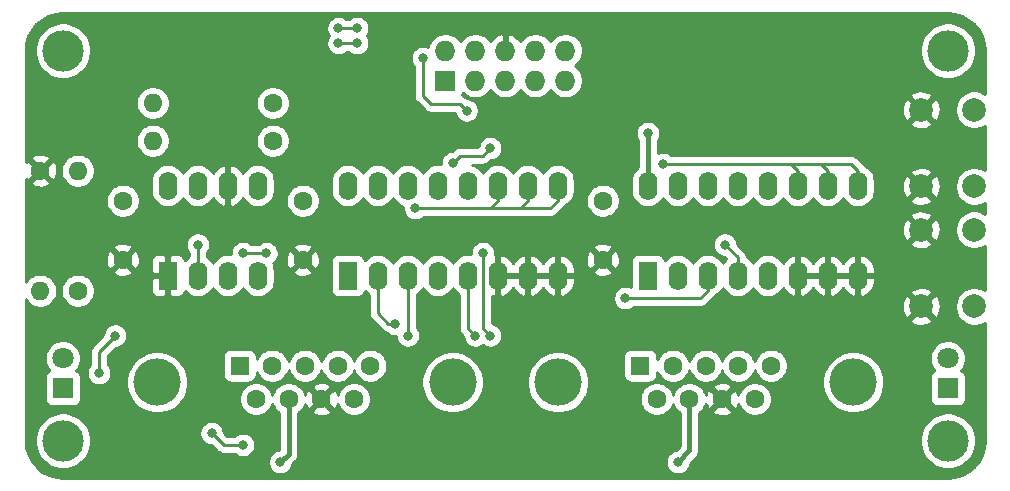
<source format=gbl>
%TF.GenerationSoftware,KiCad,Pcbnew,(5.1.8)-1*%
%TF.CreationDate,2021-02-13T02:57:26+01:00*%
%TF.ProjectId,Amiga Mouse Switch,416d6967-6120-44d6-9f75-736520537769,rev?*%
%TF.SameCoordinates,Original*%
%TF.FileFunction,Copper,L2,Bot*%
%TF.FilePolarity,Positive*%
%FSLAX46Y46*%
G04 Gerber Fmt 4.6, Leading zero omitted, Abs format (unit mm)*
G04 Created by KiCad (PCBNEW (5.1.8)-1) date 2021-02-13 02:57:26*
%MOMM*%
%LPD*%
G01*
G04 APERTURE LIST*
%TA.AperFunction,ComponentPad*%
%ADD10C,1.600000*%
%TD*%
%TA.AperFunction,ComponentPad*%
%ADD11R,1.727200X1.727200*%
%TD*%
%TA.AperFunction,ComponentPad*%
%ADD12O,1.727200X1.727200*%
%TD*%
%TA.AperFunction,ComponentPad*%
%ADD13C,3.500000*%
%TD*%
%TA.AperFunction,ComponentPad*%
%ADD14C,1.800000*%
%TD*%
%TA.AperFunction,ComponentPad*%
%ADD15R,1.800000X1.800000*%
%TD*%
%TA.AperFunction,ComponentPad*%
%ADD16C,4.000000*%
%TD*%
%TA.AperFunction,ComponentPad*%
%ADD17R,1.600000X1.600000*%
%TD*%
%TA.AperFunction,ComponentPad*%
%ADD18O,1.600000X1.600000*%
%TD*%
%TA.AperFunction,ComponentPad*%
%ADD19O,1.600000X2.400000*%
%TD*%
%TA.AperFunction,ComponentPad*%
%ADD20R,1.600000X2.400000*%
%TD*%
%TA.AperFunction,ComponentPad*%
%ADD21C,2.000000*%
%TD*%
%TA.AperFunction,ViaPad*%
%ADD22C,0.800000*%
%TD*%
%TA.AperFunction,Conductor*%
%ADD23C,0.250000*%
%TD*%
%TA.AperFunction,Conductor*%
%ADD24C,0.381000*%
%TD*%
%TA.AperFunction,Conductor*%
%ADD25C,0.254000*%
%TD*%
%TA.AperFunction,Conductor*%
%ADD26C,0.100000*%
%TD*%
G04 APERTURE END LIST*
D10*
%TO.P,C3,1*%
%TO.N,VCC*%
X107315000Y-88265000D03*
%TO.P,C3,2*%
%TO.N,GND*%
X107315000Y-93265000D03*
%TD*%
D11*
%TO.P,J3,1*%
%TO.N,Net-(J3-Pad1)*%
X134620000Y-78105000D03*
D12*
%TO.P,J3,2*%
%TO.N,Net-(J3-Pad2)*%
X137160000Y-78105000D03*
%TO.P,J3,3*%
%TO.N,Net-(J3-Pad3)*%
X139700000Y-78105000D03*
%TO.P,J3,4*%
%TO.N,Net-(J3-Pad4)*%
X142240000Y-78105000D03*
%TO.P,J3,5*%
%TO.N,N/C*%
X144780000Y-78105000D03*
%TO.P,J3,6*%
%TO.N,Net-(J3-Pad6)*%
X134620000Y-75565000D03*
%TO.P,J3,7*%
%TO.N,VCC*%
X137160000Y-75565000D03*
%TO.P,J3,8*%
%TO.N,GND*%
X139700000Y-75565000D03*
%TO.P,J3,9*%
%TO.N,Net-(J3-Pad9)*%
X142240000Y-75565000D03*
%TO.P,J3,10*%
%TO.N,N/C*%
X144780000Y-75565000D03*
%TD*%
D13*
%TO.P,M1,1*%
%TO.N,N/C*%
X102235000Y-108585000D03*
%TD*%
%TO.P,M2,1*%
%TO.N,N/C*%
X177165000Y-75565000D03*
%TD*%
%TO.P,M3,1*%
%TO.N,N/C*%
X102235000Y-75565000D03*
%TD*%
%TO.P,M4,1*%
%TO.N,N/C*%
X177165000Y-108585000D03*
%TD*%
D10*
%TO.P,C1,1*%
%TO.N,VCC*%
X147955000Y-88265000D03*
%TO.P,C1,2*%
%TO.N,GND*%
X147955000Y-93265000D03*
%TD*%
%TO.P,C2,2*%
%TO.N,GND*%
X122555000Y-93265000D03*
%TO.P,C2,1*%
%TO.N,VCC*%
X122555000Y-88265000D03*
%TD*%
D14*
%TO.P,D1,2*%
%TO.N,Net-(D1-Pad2)*%
X177165000Y-101600000D03*
D15*
%TO.P,D1,1*%
%TO.N,PORT*%
X177165000Y-104140000D03*
%TD*%
%TO.P,D2,1*%
%TO.N,Net-(D2-Pad1)*%
X102235000Y-104140000D03*
D14*
%TO.P,D2,2*%
%TO.N,PORT*%
X102235000Y-101600000D03*
%TD*%
D16*
%TO.P,J1,0*%
%TO.N,N/C*%
X135240000Y-103655000D03*
X110240000Y-103655000D03*
D10*
%TO.P,J1,9*%
%TO.N,/FIRE2*%
X126895000Y-105075000D03*
%TO.P,J1,8*%
%TO.N,GND*%
X124125000Y-105075000D03*
%TO.P,J1,7*%
%TO.N,VCC*%
X121355000Y-105075000D03*
%TO.P,J1,6*%
%TO.N,/FIRE1*%
X118585000Y-105075000D03*
%TO.P,J1,5*%
%TO.N,N/C*%
X128280000Y-102235000D03*
%TO.P,J1,4*%
%TO.N,/RIGHT*%
X125510000Y-102235000D03*
%TO.P,J1,3*%
%TO.N,/LEFT*%
X122740000Y-102235000D03*
%TO.P,J1,2*%
%TO.N,/DOWN*%
X119970000Y-102235000D03*
D17*
%TO.P,J1,1*%
%TO.N,/UP*%
X117200000Y-102235000D03*
%TD*%
%TO.P,J2,1*%
%TO.N,/V*%
X151130000Y-102235000D03*
D10*
%TO.P,J2,2*%
%TO.N,/H*%
X153900000Y-102235000D03*
%TO.P,J2,3*%
%TO.N,/VQ*%
X156670000Y-102235000D03*
%TO.P,J2,4*%
%TO.N,/HQ*%
X159440000Y-102235000D03*
%TO.P,J2,5*%
%TO.N,N/C*%
X162210000Y-102235000D03*
%TO.P,J2,6*%
%TO.N,/LMB*%
X152515000Y-105075000D03*
%TO.P,J2,7*%
%TO.N,VCC*%
X155285000Y-105075000D03*
%TO.P,J2,8*%
%TO.N,GND*%
X158055000Y-105075000D03*
%TO.P,J2,9*%
%TO.N,/RMB*%
X160825000Y-105075000D03*
D16*
%TO.P,J2,0*%
%TO.N,N/C*%
X144170000Y-103655000D03*
X169170000Y-103655000D03*
%TD*%
D18*
%TO.P,R1,2*%
%TO.N,VCC*%
X109855000Y-83185000D03*
D10*
%TO.P,R1,1*%
%TO.N,Net-(JP2-Pad2)*%
X120015000Y-83185000D03*
%TD*%
%TO.P,R2,1*%
%TO.N,Net-(JP1-Pad2)*%
X120015000Y-80010000D03*
D18*
%TO.P,R2,2*%
%TO.N,VCC*%
X109855000Y-80010000D03*
%TD*%
%TO.P,R3,2*%
%TO.N,VCC*%
X103505000Y-85725000D03*
D10*
%TO.P,R3,1*%
%TO.N,Net-(D1-Pad2)*%
X103505000Y-95885000D03*
%TD*%
%TO.P,R4,1*%
%TO.N,GND*%
X100330000Y-85725000D03*
D18*
%TO.P,R4,2*%
%TO.N,Net-(D2-Pad1)*%
X100330000Y-95885000D03*
%TD*%
D19*
%TO.P,U1,16*%
%TO.N,VCC*%
X151765000Y-86995000D03*
%TO.P,U1,8*%
%TO.N,GND*%
X169545000Y-94615000D03*
%TO.P,U1,15*%
%TO.N,Net-(J3-Pad3)*%
X154305000Y-86995000D03*
%TO.P,U1,7*%
%TO.N,GND*%
X167005000Y-94615000D03*
%TO.P,U1,14*%
%TO.N,Net-(J3-Pad4)*%
X156845000Y-86995000D03*
%TO.P,U1,6*%
%TO.N,GND*%
X164465000Y-94615000D03*
%TO.P,U1,13*%
%TO.N,/RIGHT*%
X159385000Y-86995000D03*
%TO.P,U1,5*%
%TO.N,/H*%
X161925000Y-94615000D03*
%TO.P,U1,12*%
%TO.N,/HQ*%
X161925000Y-86995000D03*
%TO.P,U1,4*%
%TO.N,Net-(J3-Pad2)*%
X159385000Y-94615000D03*
%TO.P,U1,11*%
%TO.N,PORT*%
X164465000Y-86995000D03*
%TO.P,U1,3*%
%TO.N,/DOWN*%
X156845000Y-94615000D03*
%TO.P,U1,10*%
%TO.N,PORT*%
X167005000Y-86995000D03*
%TO.P,U1,2*%
%TO.N,/VQ*%
X154305000Y-94615000D03*
%TO.P,U1,9*%
%TO.N,PORT*%
X169545000Y-86995000D03*
D20*
%TO.P,U1,1*%
%TO.N,/LEFT*%
X151765000Y-94615000D03*
%TD*%
%TO.P,U2,1*%
%TO.N,/UP*%
X126365000Y-94615000D03*
D19*
%TO.P,U2,9*%
%TO.N,PORT*%
X144145000Y-86995000D03*
%TO.P,U2,2*%
%TO.N,/V*%
X128905000Y-94615000D03*
%TO.P,U2,10*%
%TO.N,PORT*%
X141605000Y-86995000D03*
%TO.P,U2,3*%
%TO.N,/FIRE2*%
X131445000Y-94615000D03*
%TO.P,U2,11*%
%TO.N,PORT*%
X139065000Y-86995000D03*
%TO.P,U2,4*%
%TO.N,Net-(J3-Pad9)*%
X133985000Y-94615000D03*
%TO.P,U2,12*%
%TO.N,/LMB*%
X136525000Y-86995000D03*
%TO.P,U2,5*%
%TO.N,/RMB*%
X136525000Y-94615000D03*
%TO.P,U2,13*%
%TO.N,/FIRE1*%
X133985000Y-86995000D03*
%TO.P,U2,6*%
%TO.N,GND*%
X139065000Y-94615000D03*
%TO.P,U2,14*%
%TO.N,Net-(J3-Pad6)*%
X131445000Y-86995000D03*
%TO.P,U2,7*%
%TO.N,GND*%
X141605000Y-94615000D03*
%TO.P,U2,15*%
%TO.N,Net-(J3-Pad1)*%
X128905000Y-86995000D03*
%TO.P,U2,8*%
%TO.N,GND*%
X144145000Y-94615000D03*
%TO.P,U2,16*%
%TO.N,VCC*%
X126365000Y-86995000D03*
%TD*%
D20*
%TO.P,U3,1*%
%TO.N,GND*%
X111125000Y-94615000D03*
D19*
%TO.P,U3,5*%
%TO.N,N/C*%
X118745000Y-86995000D03*
%TO.P,U3,2*%
%TO.N,Net-(JP1-Pad2)*%
X113665000Y-94615000D03*
%TO.P,U3,6*%
%TO.N,GND*%
X116205000Y-86995000D03*
%TO.P,U3,3*%
%TO.N,PORT*%
X116205000Y-94615000D03*
%TO.P,U3,7*%
%TO.N,N/C*%
X113665000Y-86995000D03*
%TO.P,U3,4*%
%TO.N,Net-(JP2-Pad2)*%
X118745000Y-94615000D03*
%TO.P,U3,8*%
%TO.N,VCC*%
X111125000Y-86995000D03*
%TD*%
D21*
%TO.P,SW1,2*%
%TO.N,Net-(JP1-Pad2)*%
X179415000Y-87070000D03*
%TO.P,SW1,1*%
%TO.N,GND*%
X174915000Y-87070000D03*
%TO.P,SW1,2*%
%TO.N,Net-(JP1-Pad2)*%
X179415000Y-80570000D03*
%TO.P,SW1,1*%
%TO.N,GND*%
X174915000Y-80570000D03*
%TD*%
%TO.P,SW2,1*%
%TO.N,GND*%
X174915000Y-90730000D03*
%TO.P,SW2,2*%
%TO.N,Net-(JP2-Pad2)*%
X179415000Y-90730000D03*
%TO.P,SW2,1*%
%TO.N,GND*%
X174915000Y-97230000D03*
%TO.P,SW2,2*%
%TO.N,Net-(JP2-Pad2)*%
X179415000Y-97230000D03*
%TD*%
D22*
%TO.N,/FIRE1*%
X125574500Y-73660000D03*
X127155500Y-73660000D03*
%TO.N,/DOWN*%
X149860000Y-96520000D03*
%TO.N,/FIRE2*%
X131445000Y-99695000D03*
%TO.N,VCC*%
X154305000Y-110399990D03*
X120650000Y-110399990D03*
X151765000Y-82550000D03*
%TO.N,PORT*%
X105320000Y-102870000D03*
X106680000Y-99695000D03*
X153035000Y-85180000D03*
X132080000Y-88900000D03*
X119470000Y-92710000D03*
X117475000Y-92710000D03*
%TO.N,/V*%
X130370153Y-98695001D03*
%TO.N,/LMB*%
X125574487Y-74930000D03*
X127155500Y-74930000D03*
X136435000Y-80645000D03*
X132715000Y-76200000D03*
X137795000Y-92710000D03*
X138430000Y-99695000D03*
%TO.N,/RMB*%
X137160000Y-99695000D03*
%TO.N,Net-(J3-Pad2)*%
X158295000Y-91985000D03*
%TO.N,Net-(J3-Pad9)*%
X135255000Y-85090000D03*
X138430000Y-83820000D03*
%TO.N,Net-(JP1-Pad2)*%
X113665000Y-91985000D03*
X117475000Y-108949989D03*
X114845000Y-107950000D03*
%TD*%
D23*
%TO.N,/FIRE1*%
X125574500Y-73660000D02*
X127155500Y-73660000D01*
%TO.N,/DOWN*%
X156845000Y-95885000D02*
X156845000Y-94615000D01*
X156210000Y-96520000D02*
X156845000Y-95885000D01*
X149860000Y-96520000D02*
X156210000Y-96520000D01*
%TO.N,/FIRE2*%
X131445000Y-94615000D02*
X131445000Y-99695000D01*
D24*
%TO.N,VCC*%
X121355000Y-109694990D02*
X120650000Y-110399990D01*
X155285000Y-105075000D02*
X155285000Y-109419990D01*
X121355000Y-105075000D02*
X121355000Y-109694990D01*
X155285000Y-109419990D02*
X154305000Y-110399990D01*
X151765000Y-86995000D02*
X151765000Y-82550000D01*
D23*
%TO.N,PORT*%
X105320000Y-101055000D02*
X106680000Y-99695000D01*
X105320000Y-102870000D02*
X105320000Y-101055000D01*
X153035000Y-85180000D02*
X163920000Y-85180000D01*
X164465000Y-85725000D02*
X164465000Y-86995000D01*
X163920000Y-85180000D02*
X164465000Y-85725000D01*
X139065000Y-86995000D02*
X139065000Y-88265000D01*
X138430000Y-88900000D02*
X132080000Y-88900000D01*
X139065000Y-88265000D02*
X138430000Y-88900000D01*
X119470000Y-92710000D02*
X117475000Y-92710000D01*
X144145000Y-88265000D02*
X144145000Y-86995000D01*
X143510000Y-88900000D02*
X144145000Y-88265000D01*
X141605000Y-86995000D02*
X141605000Y-88265000D01*
X140970000Y-88900000D02*
X143510000Y-88900000D01*
X141605000Y-88265000D02*
X140970000Y-88900000D01*
X138430000Y-88900000D02*
X140970000Y-88900000D01*
X163920000Y-85180000D02*
X166460000Y-85180000D01*
X167005000Y-85725000D02*
X167005000Y-86995000D01*
X166460000Y-85180000D02*
X167005000Y-85725000D01*
X166460000Y-85180000D02*
X169000000Y-85180000D01*
X169545000Y-85725000D02*
X169545000Y-86995000D01*
X169000000Y-85180000D02*
X169545000Y-85725000D01*
%TO.N,/V*%
X128905000Y-97790000D02*
X128905000Y-94615000D01*
X129810001Y-98695001D02*
X128905000Y-97790000D01*
X130370153Y-98695001D02*
X129810001Y-98695001D01*
%TO.N,/LMB*%
X125574487Y-74930000D02*
X127155500Y-74930000D01*
X136435000Y-80645000D02*
X135890000Y-80100000D01*
X135890000Y-80100000D02*
X133440000Y-80100000D01*
X132715000Y-79375000D02*
X132715000Y-76200000D01*
X133440000Y-80100000D02*
X132715000Y-79375000D01*
X137795000Y-99060000D02*
X138430000Y-99695000D01*
X137795000Y-92710000D02*
X137795000Y-99060000D01*
%TO.N,/RMB*%
X136525000Y-99060000D02*
X137160000Y-99695000D01*
X136525000Y-94615000D02*
X136525000Y-99060000D01*
%TO.N,Net-(J3-Pad2)*%
X158295000Y-92075000D02*
X158295000Y-91985000D01*
X159385000Y-93075000D02*
X158295000Y-91985000D01*
X159385000Y-94615000D02*
X159385000Y-93075000D01*
%TO.N,Net-(J3-Pad9)*%
X137795000Y-84455000D02*
X138430000Y-83820000D01*
X135890000Y-84455000D02*
X137795000Y-84455000D01*
X135255000Y-85090000D02*
X135890000Y-84455000D01*
%TO.N,Net-(JP1-Pad2)*%
X113665000Y-91985000D02*
X113665000Y-94615000D01*
X117475000Y-108949989D02*
X115844989Y-108949989D01*
X115844989Y-108949989D02*
X114845000Y-107950000D01*
%TD*%
D25*
%TO.N,GND*%
X177776222Y-72478096D02*
X178364164Y-72655606D01*
X178906436Y-72943937D01*
X179382364Y-73332094D01*
X179773845Y-73805314D01*
X180065951Y-74345552D01*
X180247563Y-74932244D01*
X180315000Y-75573879D01*
X180315000Y-79204963D01*
X180189463Y-79121082D01*
X179891912Y-78997832D01*
X179576033Y-78935000D01*
X179253967Y-78935000D01*
X178938088Y-78997832D01*
X178640537Y-79121082D01*
X178372748Y-79300013D01*
X178145013Y-79527748D01*
X177966082Y-79795537D01*
X177842832Y-80093088D01*
X177780000Y-80408967D01*
X177780000Y-80731033D01*
X177842832Y-81046912D01*
X177966082Y-81344463D01*
X178145013Y-81612252D01*
X178372748Y-81839987D01*
X178640537Y-82018918D01*
X178938088Y-82142168D01*
X179253967Y-82205000D01*
X179576033Y-82205000D01*
X179891912Y-82142168D01*
X180189463Y-82018918D01*
X180315000Y-81935037D01*
X180315000Y-85704963D01*
X180189463Y-85621082D01*
X179891912Y-85497832D01*
X179576033Y-85435000D01*
X179253967Y-85435000D01*
X178938088Y-85497832D01*
X178640537Y-85621082D01*
X178372748Y-85800013D01*
X178145013Y-86027748D01*
X177966082Y-86295537D01*
X177842832Y-86593088D01*
X177780000Y-86908967D01*
X177780000Y-87231033D01*
X177842832Y-87546912D01*
X177966082Y-87844463D01*
X178145013Y-88112252D01*
X178372748Y-88339987D01*
X178640537Y-88518918D01*
X178938088Y-88642168D01*
X179253967Y-88705000D01*
X179576033Y-88705000D01*
X179891912Y-88642168D01*
X180189463Y-88518918D01*
X180315000Y-88435037D01*
X180315000Y-89364963D01*
X180189463Y-89281082D01*
X179891912Y-89157832D01*
X179576033Y-89095000D01*
X179253967Y-89095000D01*
X178938088Y-89157832D01*
X178640537Y-89281082D01*
X178372748Y-89460013D01*
X178145013Y-89687748D01*
X177966082Y-89955537D01*
X177842832Y-90253088D01*
X177780000Y-90568967D01*
X177780000Y-90891033D01*
X177842832Y-91206912D01*
X177966082Y-91504463D01*
X178145013Y-91772252D01*
X178372748Y-91999987D01*
X178640537Y-92178918D01*
X178938088Y-92302168D01*
X179253967Y-92365000D01*
X179576033Y-92365000D01*
X179891912Y-92302168D01*
X180189463Y-92178918D01*
X180315001Y-92095036D01*
X180315001Y-95864964D01*
X180189463Y-95781082D01*
X179891912Y-95657832D01*
X179576033Y-95595000D01*
X179253967Y-95595000D01*
X178938088Y-95657832D01*
X178640537Y-95781082D01*
X178372748Y-95960013D01*
X178145013Y-96187748D01*
X177966082Y-96455537D01*
X177842832Y-96753088D01*
X177780000Y-97068967D01*
X177780000Y-97391033D01*
X177842832Y-97706912D01*
X177966082Y-98004463D01*
X178145013Y-98272252D01*
X178372748Y-98499987D01*
X178640537Y-98678918D01*
X178938088Y-98802168D01*
X179253967Y-98865000D01*
X179576033Y-98865000D01*
X179891912Y-98802168D01*
X180189463Y-98678918D01*
X180315001Y-98595036D01*
X180315001Y-108552711D01*
X180251904Y-109196221D01*
X180074394Y-109784164D01*
X179786063Y-110326436D01*
X179397906Y-110802364D01*
X178924686Y-111193845D01*
X178384449Y-111485950D01*
X177797756Y-111667563D01*
X177156130Y-111735000D01*
X102267279Y-111735000D01*
X101623779Y-111671904D01*
X101035836Y-111494394D01*
X100493564Y-111206063D01*
X100017636Y-110817906D01*
X99626155Y-110344686D01*
X99334050Y-109804449D01*
X99152437Y-109217756D01*
X99085000Y-108576130D01*
X99085000Y-108350098D01*
X99850000Y-108350098D01*
X99850000Y-108819902D01*
X99941654Y-109280679D01*
X100121440Y-109714721D01*
X100382450Y-110105349D01*
X100714651Y-110437550D01*
X101105279Y-110698560D01*
X101539321Y-110878346D01*
X102000098Y-110970000D01*
X102469902Y-110970000D01*
X102930679Y-110878346D01*
X103364721Y-110698560D01*
X103755349Y-110437550D01*
X104087550Y-110105349D01*
X104348560Y-109714721D01*
X104528346Y-109280679D01*
X104620000Y-108819902D01*
X104620000Y-108350098D01*
X104528346Y-107889321D01*
X104511256Y-107848061D01*
X113810000Y-107848061D01*
X113810000Y-108051939D01*
X113849774Y-108251898D01*
X113927795Y-108440256D01*
X114041063Y-108609774D01*
X114185226Y-108753937D01*
X114354744Y-108867205D01*
X114543102Y-108945226D01*
X114743061Y-108985000D01*
X114805199Y-108985000D01*
X115281190Y-109460992D01*
X115304988Y-109489990D01*
X115333986Y-109513788D01*
X115420712Y-109584963D01*
X115529274Y-109642991D01*
X115552742Y-109655535D01*
X115696003Y-109698992D01*
X115807656Y-109709989D01*
X115807666Y-109709989D01*
X115844988Y-109713665D01*
X115882311Y-109709989D01*
X116771289Y-109709989D01*
X116815226Y-109753926D01*
X116984744Y-109867194D01*
X117173102Y-109945215D01*
X117373061Y-109984989D01*
X117576939Y-109984989D01*
X117776898Y-109945215D01*
X117965256Y-109867194D01*
X118134774Y-109753926D01*
X118278937Y-109609763D01*
X118392205Y-109440245D01*
X118470226Y-109251887D01*
X118510000Y-109051928D01*
X118510000Y-108848050D01*
X118470226Y-108648091D01*
X118392205Y-108459733D01*
X118278937Y-108290215D01*
X118134774Y-108146052D01*
X117965256Y-108032784D01*
X117776898Y-107954763D01*
X117576939Y-107914989D01*
X117373061Y-107914989D01*
X117173102Y-107954763D01*
X116984744Y-108032784D01*
X116815226Y-108146052D01*
X116771289Y-108189989D01*
X116159791Y-108189989D01*
X115880000Y-107910199D01*
X115880000Y-107848061D01*
X115840226Y-107648102D01*
X115762205Y-107459744D01*
X115648937Y-107290226D01*
X115504774Y-107146063D01*
X115335256Y-107032795D01*
X115146898Y-106954774D01*
X114946939Y-106915000D01*
X114743061Y-106915000D01*
X114543102Y-106954774D01*
X114354744Y-107032795D01*
X114185226Y-107146063D01*
X114041063Y-107290226D01*
X113927795Y-107459744D01*
X113849774Y-107648102D01*
X113810000Y-107848061D01*
X104511256Y-107848061D01*
X104348560Y-107455279D01*
X104087550Y-107064651D01*
X103755349Y-106732450D01*
X103364721Y-106471440D01*
X102930679Y-106291654D01*
X102469902Y-106200000D01*
X102000098Y-106200000D01*
X101539321Y-106291654D01*
X101105279Y-106471440D01*
X100714651Y-106732450D01*
X100382450Y-107064651D01*
X100121440Y-107455279D01*
X99941654Y-107889321D01*
X99850000Y-108350098D01*
X99085000Y-108350098D01*
X99085000Y-103240000D01*
X100696928Y-103240000D01*
X100696928Y-105040000D01*
X100709188Y-105164482D01*
X100745498Y-105284180D01*
X100804463Y-105394494D01*
X100883815Y-105491185D01*
X100980506Y-105570537D01*
X101090820Y-105629502D01*
X101210518Y-105665812D01*
X101335000Y-105678072D01*
X103135000Y-105678072D01*
X103259482Y-105665812D01*
X103379180Y-105629502D01*
X103489494Y-105570537D01*
X103586185Y-105491185D01*
X103665537Y-105394494D01*
X103724502Y-105284180D01*
X103760812Y-105164482D01*
X103773072Y-105040000D01*
X103773072Y-103240000D01*
X103760812Y-103115518D01*
X103724502Y-102995820D01*
X103665537Y-102885506D01*
X103586185Y-102788815D01*
X103560897Y-102768061D01*
X104285000Y-102768061D01*
X104285000Y-102971939D01*
X104324774Y-103171898D01*
X104402795Y-103360256D01*
X104516063Y-103529774D01*
X104660226Y-103673937D01*
X104829744Y-103787205D01*
X105018102Y-103865226D01*
X105218061Y-103905000D01*
X105421939Y-103905000D01*
X105621898Y-103865226D01*
X105810256Y-103787205D01*
X105979774Y-103673937D01*
X106123937Y-103529774D01*
X106213672Y-103395475D01*
X107605000Y-103395475D01*
X107605000Y-103914525D01*
X107706261Y-104423601D01*
X107904893Y-104903141D01*
X108193262Y-105334715D01*
X108560285Y-105701738D01*
X108991859Y-105990107D01*
X109471399Y-106188739D01*
X109980475Y-106290000D01*
X110499525Y-106290000D01*
X111008601Y-106188739D01*
X111488141Y-105990107D01*
X111919715Y-105701738D01*
X112286738Y-105334715D01*
X112554711Y-104933665D01*
X117150000Y-104933665D01*
X117150000Y-105216335D01*
X117205147Y-105493574D01*
X117313320Y-105754727D01*
X117470363Y-105989759D01*
X117670241Y-106189637D01*
X117905273Y-106346680D01*
X118166426Y-106454853D01*
X118443665Y-106510000D01*
X118726335Y-106510000D01*
X119003574Y-106454853D01*
X119264727Y-106346680D01*
X119499759Y-106189637D01*
X119699637Y-105989759D01*
X119856680Y-105754727D01*
X119964853Y-105493574D01*
X119970000Y-105467699D01*
X119975147Y-105493574D01*
X120083320Y-105754727D01*
X120240363Y-105989759D01*
X120440241Y-106189637D01*
X120529500Y-106249278D01*
X120529501Y-109353056D01*
X120509995Y-109372562D01*
X120348102Y-109404764D01*
X120159744Y-109482785D01*
X119990226Y-109596053D01*
X119846063Y-109740216D01*
X119732795Y-109909734D01*
X119654774Y-110098092D01*
X119615000Y-110298051D01*
X119615000Y-110501929D01*
X119654774Y-110701888D01*
X119732795Y-110890246D01*
X119846063Y-111059764D01*
X119990226Y-111203927D01*
X120159744Y-111317195D01*
X120348102Y-111395216D01*
X120548061Y-111434990D01*
X120751939Y-111434990D01*
X120951898Y-111395216D01*
X121140256Y-111317195D01*
X121309774Y-111203927D01*
X121453937Y-111059764D01*
X121567205Y-110890246D01*
X121645226Y-110701888D01*
X121677428Y-110539995D01*
X121910044Y-110307380D01*
X121941541Y-110281531D01*
X121967389Y-110250035D01*
X121967392Y-110250032D01*
X122044699Y-110155833D01*
X122121353Y-110012424D01*
X122133472Y-109972473D01*
X122168556Y-109856816D01*
X122180500Y-109735543D01*
X122180500Y-109735541D01*
X122184494Y-109694990D01*
X122180500Y-109654440D01*
X122180500Y-106249278D01*
X122269759Y-106189637D01*
X122391694Y-106067702D01*
X123311903Y-106067702D01*
X123383486Y-106311671D01*
X123638996Y-106432571D01*
X123913184Y-106501300D01*
X124195512Y-106515217D01*
X124475130Y-106473787D01*
X124741292Y-106378603D01*
X124866514Y-106311671D01*
X124938097Y-106067702D01*
X124125000Y-105254605D01*
X123311903Y-106067702D01*
X122391694Y-106067702D01*
X122469637Y-105989759D01*
X122626680Y-105754727D01*
X122734853Y-105493574D01*
X122740513Y-105465118D01*
X122821397Y-105691292D01*
X122888329Y-105816514D01*
X123132298Y-105888097D01*
X123945395Y-105075000D01*
X124304605Y-105075000D01*
X125117702Y-105888097D01*
X125361671Y-105816514D01*
X125482571Y-105561004D01*
X125508212Y-105458711D01*
X125515147Y-105493574D01*
X125623320Y-105754727D01*
X125780363Y-105989759D01*
X125980241Y-106189637D01*
X126215273Y-106346680D01*
X126476426Y-106454853D01*
X126753665Y-106510000D01*
X127036335Y-106510000D01*
X127313574Y-106454853D01*
X127574727Y-106346680D01*
X127809759Y-106189637D01*
X128009637Y-105989759D01*
X128166680Y-105754727D01*
X128274853Y-105493574D01*
X128330000Y-105216335D01*
X128330000Y-104933665D01*
X128274853Y-104656426D01*
X128166680Y-104395273D01*
X128009637Y-104160241D01*
X127809759Y-103960363D01*
X127574727Y-103803320D01*
X127313574Y-103695147D01*
X127036335Y-103640000D01*
X126753665Y-103640000D01*
X126476426Y-103695147D01*
X126215273Y-103803320D01*
X125980241Y-103960363D01*
X125780363Y-104160241D01*
X125623320Y-104395273D01*
X125515147Y-104656426D01*
X125509487Y-104684882D01*
X125428603Y-104458708D01*
X125361671Y-104333486D01*
X125117702Y-104261903D01*
X124304605Y-105075000D01*
X123945395Y-105075000D01*
X123132298Y-104261903D01*
X122888329Y-104333486D01*
X122767429Y-104588996D01*
X122741788Y-104691289D01*
X122734853Y-104656426D01*
X122626680Y-104395273D01*
X122469637Y-104160241D01*
X122391694Y-104082298D01*
X123311903Y-104082298D01*
X124125000Y-104895395D01*
X124938097Y-104082298D01*
X124866514Y-103838329D01*
X124611004Y-103717429D01*
X124336816Y-103648700D01*
X124054488Y-103634783D01*
X123774870Y-103676213D01*
X123508708Y-103771397D01*
X123383486Y-103838329D01*
X123311903Y-104082298D01*
X122391694Y-104082298D01*
X122269759Y-103960363D01*
X122034727Y-103803320D01*
X121773574Y-103695147D01*
X121496335Y-103640000D01*
X121213665Y-103640000D01*
X120936426Y-103695147D01*
X120675273Y-103803320D01*
X120440241Y-103960363D01*
X120240363Y-104160241D01*
X120083320Y-104395273D01*
X119975147Y-104656426D01*
X119970000Y-104682301D01*
X119964853Y-104656426D01*
X119856680Y-104395273D01*
X119699637Y-104160241D01*
X119499759Y-103960363D01*
X119264727Y-103803320D01*
X119003574Y-103695147D01*
X118726335Y-103640000D01*
X118443665Y-103640000D01*
X118166426Y-103695147D01*
X117905273Y-103803320D01*
X117670241Y-103960363D01*
X117470363Y-104160241D01*
X117313320Y-104395273D01*
X117205147Y-104656426D01*
X117150000Y-104933665D01*
X112554711Y-104933665D01*
X112575107Y-104903141D01*
X112773739Y-104423601D01*
X112875000Y-103914525D01*
X112875000Y-103395475D01*
X112773739Y-102886399D01*
X112575107Y-102406859D01*
X112286738Y-101975285D01*
X111919715Y-101608262D01*
X111660411Y-101435000D01*
X115761928Y-101435000D01*
X115761928Y-103035000D01*
X115774188Y-103159482D01*
X115810498Y-103279180D01*
X115869463Y-103389494D01*
X115948815Y-103486185D01*
X116045506Y-103565537D01*
X116155820Y-103624502D01*
X116275518Y-103660812D01*
X116400000Y-103673072D01*
X118000000Y-103673072D01*
X118124482Y-103660812D01*
X118244180Y-103624502D01*
X118354494Y-103565537D01*
X118451185Y-103486185D01*
X118530537Y-103389494D01*
X118589502Y-103279180D01*
X118625812Y-103159482D01*
X118638072Y-103035000D01*
X118638072Y-102769275D01*
X118698320Y-102914727D01*
X118855363Y-103149759D01*
X119055241Y-103349637D01*
X119290273Y-103506680D01*
X119551426Y-103614853D01*
X119828665Y-103670000D01*
X120111335Y-103670000D01*
X120388574Y-103614853D01*
X120649727Y-103506680D01*
X120884759Y-103349637D01*
X121084637Y-103149759D01*
X121241680Y-102914727D01*
X121349853Y-102653574D01*
X121355000Y-102627699D01*
X121360147Y-102653574D01*
X121468320Y-102914727D01*
X121625363Y-103149759D01*
X121825241Y-103349637D01*
X122060273Y-103506680D01*
X122321426Y-103614853D01*
X122598665Y-103670000D01*
X122881335Y-103670000D01*
X123158574Y-103614853D01*
X123419727Y-103506680D01*
X123654759Y-103349637D01*
X123854637Y-103149759D01*
X124011680Y-102914727D01*
X124119853Y-102653574D01*
X124125000Y-102627699D01*
X124130147Y-102653574D01*
X124238320Y-102914727D01*
X124395363Y-103149759D01*
X124595241Y-103349637D01*
X124830273Y-103506680D01*
X125091426Y-103614853D01*
X125368665Y-103670000D01*
X125651335Y-103670000D01*
X125928574Y-103614853D01*
X126189727Y-103506680D01*
X126424759Y-103349637D01*
X126624637Y-103149759D01*
X126781680Y-102914727D01*
X126889853Y-102653574D01*
X126895000Y-102627699D01*
X126900147Y-102653574D01*
X127008320Y-102914727D01*
X127165363Y-103149759D01*
X127365241Y-103349637D01*
X127600273Y-103506680D01*
X127861426Y-103614853D01*
X128138665Y-103670000D01*
X128421335Y-103670000D01*
X128698574Y-103614853D01*
X128959727Y-103506680D01*
X129126157Y-103395475D01*
X132605000Y-103395475D01*
X132605000Y-103914525D01*
X132706261Y-104423601D01*
X132904893Y-104903141D01*
X133193262Y-105334715D01*
X133560285Y-105701738D01*
X133991859Y-105990107D01*
X134471399Y-106188739D01*
X134980475Y-106290000D01*
X135499525Y-106290000D01*
X136008601Y-106188739D01*
X136488141Y-105990107D01*
X136919715Y-105701738D01*
X137286738Y-105334715D01*
X137575107Y-104903141D01*
X137773739Y-104423601D01*
X137875000Y-103914525D01*
X137875000Y-103395475D01*
X141535000Y-103395475D01*
X141535000Y-103914525D01*
X141636261Y-104423601D01*
X141834893Y-104903141D01*
X142123262Y-105334715D01*
X142490285Y-105701738D01*
X142921859Y-105990107D01*
X143401399Y-106188739D01*
X143910475Y-106290000D01*
X144429525Y-106290000D01*
X144938601Y-106188739D01*
X145418141Y-105990107D01*
X145849715Y-105701738D01*
X146216738Y-105334715D01*
X146484711Y-104933665D01*
X151080000Y-104933665D01*
X151080000Y-105216335D01*
X151135147Y-105493574D01*
X151243320Y-105754727D01*
X151400363Y-105989759D01*
X151600241Y-106189637D01*
X151835273Y-106346680D01*
X152096426Y-106454853D01*
X152373665Y-106510000D01*
X152656335Y-106510000D01*
X152933574Y-106454853D01*
X153194727Y-106346680D01*
X153429759Y-106189637D01*
X153629637Y-105989759D01*
X153786680Y-105754727D01*
X153894853Y-105493574D01*
X153900000Y-105467699D01*
X153905147Y-105493574D01*
X154013320Y-105754727D01*
X154170363Y-105989759D01*
X154370241Y-106189637D01*
X154459500Y-106249278D01*
X154459501Y-109078056D01*
X154164996Y-109372562D01*
X154003102Y-109404764D01*
X153814744Y-109482785D01*
X153645226Y-109596053D01*
X153501063Y-109740216D01*
X153387795Y-109909734D01*
X153309774Y-110098092D01*
X153270000Y-110298051D01*
X153270000Y-110501929D01*
X153309774Y-110701888D01*
X153387795Y-110890246D01*
X153501063Y-111059764D01*
X153645226Y-111203927D01*
X153814744Y-111317195D01*
X154003102Y-111395216D01*
X154203061Y-111434990D01*
X154406939Y-111434990D01*
X154606898Y-111395216D01*
X154795256Y-111317195D01*
X154964774Y-111203927D01*
X155108937Y-111059764D01*
X155222205Y-110890246D01*
X155300226Y-110701888D01*
X155332428Y-110539994D01*
X155840039Y-110032384D01*
X155871541Y-110006531D01*
X155931187Y-109933852D01*
X155974699Y-109880833D01*
X156001399Y-109830879D01*
X156051353Y-109737424D01*
X156098556Y-109581816D01*
X156110500Y-109460543D01*
X156110500Y-109460541D01*
X156114494Y-109419991D01*
X156110500Y-109379440D01*
X156110500Y-108350098D01*
X174780000Y-108350098D01*
X174780000Y-108819902D01*
X174871654Y-109280679D01*
X175051440Y-109714721D01*
X175312450Y-110105349D01*
X175644651Y-110437550D01*
X176035279Y-110698560D01*
X176469321Y-110878346D01*
X176930098Y-110970000D01*
X177399902Y-110970000D01*
X177860679Y-110878346D01*
X178294721Y-110698560D01*
X178685349Y-110437550D01*
X179017550Y-110105349D01*
X179278560Y-109714721D01*
X179458346Y-109280679D01*
X179550000Y-108819902D01*
X179550000Y-108350098D01*
X179458346Y-107889321D01*
X179278560Y-107455279D01*
X179017550Y-107064651D01*
X178685349Y-106732450D01*
X178294721Y-106471440D01*
X177860679Y-106291654D01*
X177399902Y-106200000D01*
X176930098Y-106200000D01*
X176469321Y-106291654D01*
X176035279Y-106471440D01*
X175644651Y-106732450D01*
X175312450Y-107064651D01*
X175051440Y-107455279D01*
X174871654Y-107889321D01*
X174780000Y-108350098D01*
X156110500Y-108350098D01*
X156110500Y-106249278D01*
X156199759Y-106189637D01*
X156321694Y-106067702D01*
X157241903Y-106067702D01*
X157313486Y-106311671D01*
X157568996Y-106432571D01*
X157843184Y-106501300D01*
X158125512Y-106515217D01*
X158405130Y-106473787D01*
X158671292Y-106378603D01*
X158796514Y-106311671D01*
X158868097Y-106067702D01*
X158055000Y-105254605D01*
X157241903Y-106067702D01*
X156321694Y-106067702D01*
X156399637Y-105989759D01*
X156556680Y-105754727D01*
X156664853Y-105493574D01*
X156670513Y-105465118D01*
X156751397Y-105691292D01*
X156818329Y-105816514D01*
X157062298Y-105888097D01*
X157875395Y-105075000D01*
X158234605Y-105075000D01*
X159047702Y-105888097D01*
X159291671Y-105816514D01*
X159412571Y-105561004D01*
X159438212Y-105458711D01*
X159445147Y-105493574D01*
X159553320Y-105754727D01*
X159710363Y-105989759D01*
X159910241Y-106189637D01*
X160145273Y-106346680D01*
X160406426Y-106454853D01*
X160683665Y-106510000D01*
X160966335Y-106510000D01*
X161243574Y-106454853D01*
X161504727Y-106346680D01*
X161739759Y-106189637D01*
X161939637Y-105989759D01*
X162096680Y-105754727D01*
X162204853Y-105493574D01*
X162260000Y-105216335D01*
X162260000Y-104933665D01*
X162204853Y-104656426D01*
X162096680Y-104395273D01*
X161939637Y-104160241D01*
X161739759Y-103960363D01*
X161504727Y-103803320D01*
X161243574Y-103695147D01*
X160966335Y-103640000D01*
X160683665Y-103640000D01*
X160406426Y-103695147D01*
X160145273Y-103803320D01*
X159910241Y-103960363D01*
X159710363Y-104160241D01*
X159553320Y-104395273D01*
X159445147Y-104656426D01*
X159439487Y-104684882D01*
X159358603Y-104458708D01*
X159291671Y-104333486D01*
X159047702Y-104261903D01*
X158234605Y-105075000D01*
X157875395Y-105075000D01*
X157062298Y-104261903D01*
X156818329Y-104333486D01*
X156697429Y-104588996D01*
X156671788Y-104691289D01*
X156664853Y-104656426D01*
X156556680Y-104395273D01*
X156399637Y-104160241D01*
X156321694Y-104082298D01*
X157241903Y-104082298D01*
X158055000Y-104895395D01*
X158868097Y-104082298D01*
X158796514Y-103838329D01*
X158541004Y-103717429D01*
X158266816Y-103648700D01*
X157984488Y-103634783D01*
X157704870Y-103676213D01*
X157438708Y-103771397D01*
X157313486Y-103838329D01*
X157241903Y-104082298D01*
X156321694Y-104082298D01*
X156199759Y-103960363D01*
X155964727Y-103803320D01*
X155703574Y-103695147D01*
X155426335Y-103640000D01*
X155143665Y-103640000D01*
X154866426Y-103695147D01*
X154605273Y-103803320D01*
X154370241Y-103960363D01*
X154170363Y-104160241D01*
X154013320Y-104395273D01*
X153905147Y-104656426D01*
X153900000Y-104682301D01*
X153894853Y-104656426D01*
X153786680Y-104395273D01*
X153629637Y-104160241D01*
X153429759Y-103960363D01*
X153194727Y-103803320D01*
X152933574Y-103695147D01*
X152656335Y-103640000D01*
X152373665Y-103640000D01*
X152096426Y-103695147D01*
X151835273Y-103803320D01*
X151600241Y-103960363D01*
X151400363Y-104160241D01*
X151243320Y-104395273D01*
X151135147Y-104656426D01*
X151080000Y-104933665D01*
X146484711Y-104933665D01*
X146505107Y-104903141D01*
X146703739Y-104423601D01*
X146805000Y-103914525D01*
X146805000Y-103395475D01*
X146703739Y-102886399D01*
X146505107Y-102406859D01*
X146216738Y-101975285D01*
X145849715Y-101608262D01*
X145590411Y-101435000D01*
X149691928Y-101435000D01*
X149691928Y-103035000D01*
X149704188Y-103159482D01*
X149740498Y-103279180D01*
X149799463Y-103389494D01*
X149878815Y-103486185D01*
X149975506Y-103565537D01*
X150085820Y-103624502D01*
X150205518Y-103660812D01*
X150330000Y-103673072D01*
X151930000Y-103673072D01*
X152054482Y-103660812D01*
X152174180Y-103624502D01*
X152284494Y-103565537D01*
X152381185Y-103486185D01*
X152460537Y-103389494D01*
X152519502Y-103279180D01*
X152555812Y-103159482D01*
X152568072Y-103035000D01*
X152568072Y-102769275D01*
X152628320Y-102914727D01*
X152785363Y-103149759D01*
X152985241Y-103349637D01*
X153220273Y-103506680D01*
X153481426Y-103614853D01*
X153758665Y-103670000D01*
X154041335Y-103670000D01*
X154318574Y-103614853D01*
X154579727Y-103506680D01*
X154814759Y-103349637D01*
X155014637Y-103149759D01*
X155171680Y-102914727D01*
X155279853Y-102653574D01*
X155285000Y-102627699D01*
X155290147Y-102653574D01*
X155398320Y-102914727D01*
X155555363Y-103149759D01*
X155755241Y-103349637D01*
X155990273Y-103506680D01*
X156251426Y-103614853D01*
X156528665Y-103670000D01*
X156811335Y-103670000D01*
X157088574Y-103614853D01*
X157349727Y-103506680D01*
X157584759Y-103349637D01*
X157784637Y-103149759D01*
X157941680Y-102914727D01*
X158049853Y-102653574D01*
X158055000Y-102627699D01*
X158060147Y-102653574D01*
X158168320Y-102914727D01*
X158325363Y-103149759D01*
X158525241Y-103349637D01*
X158760273Y-103506680D01*
X159021426Y-103614853D01*
X159298665Y-103670000D01*
X159581335Y-103670000D01*
X159858574Y-103614853D01*
X160119727Y-103506680D01*
X160354759Y-103349637D01*
X160554637Y-103149759D01*
X160711680Y-102914727D01*
X160819853Y-102653574D01*
X160825000Y-102627699D01*
X160830147Y-102653574D01*
X160938320Y-102914727D01*
X161095363Y-103149759D01*
X161295241Y-103349637D01*
X161530273Y-103506680D01*
X161791426Y-103614853D01*
X162068665Y-103670000D01*
X162351335Y-103670000D01*
X162628574Y-103614853D01*
X162889727Y-103506680D01*
X163056157Y-103395475D01*
X166535000Y-103395475D01*
X166535000Y-103914525D01*
X166636261Y-104423601D01*
X166834893Y-104903141D01*
X167123262Y-105334715D01*
X167490285Y-105701738D01*
X167921859Y-105990107D01*
X168401399Y-106188739D01*
X168910475Y-106290000D01*
X169429525Y-106290000D01*
X169938601Y-106188739D01*
X170418141Y-105990107D01*
X170849715Y-105701738D01*
X171216738Y-105334715D01*
X171505107Y-104903141D01*
X171703739Y-104423601D01*
X171805000Y-103914525D01*
X171805000Y-103395475D01*
X171774075Y-103240000D01*
X175626928Y-103240000D01*
X175626928Y-105040000D01*
X175639188Y-105164482D01*
X175675498Y-105284180D01*
X175734463Y-105394494D01*
X175813815Y-105491185D01*
X175910506Y-105570537D01*
X176020820Y-105629502D01*
X176140518Y-105665812D01*
X176265000Y-105678072D01*
X178065000Y-105678072D01*
X178189482Y-105665812D01*
X178309180Y-105629502D01*
X178419494Y-105570537D01*
X178516185Y-105491185D01*
X178595537Y-105394494D01*
X178654502Y-105284180D01*
X178690812Y-105164482D01*
X178703072Y-105040000D01*
X178703072Y-103240000D01*
X178690812Y-103115518D01*
X178654502Y-102995820D01*
X178595537Y-102885506D01*
X178516185Y-102788815D01*
X178419494Y-102709463D01*
X178309180Y-102650498D01*
X178290873Y-102644944D01*
X178357312Y-102578505D01*
X178525299Y-102327095D01*
X178641011Y-102047743D01*
X178700000Y-101751184D01*
X178700000Y-101448816D01*
X178641011Y-101152257D01*
X178525299Y-100872905D01*
X178357312Y-100621495D01*
X178143505Y-100407688D01*
X177892095Y-100239701D01*
X177612743Y-100123989D01*
X177316184Y-100065000D01*
X177013816Y-100065000D01*
X176717257Y-100123989D01*
X176437905Y-100239701D01*
X176186495Y-100407688D01*
X175972688Y-100621495D01*
X175804701Y-100872905D01*
X175688989Y-101152257D01*
X175630000Y-101448816D01*
X175630000Y-101751184D01*
X175688989Y-102047743D01*
X175804701Y-102327095D01*
X175972688Y-102578505D01*
X176039127Y-102644944D01*
X176020820Y-102650498D01*
X175910506Y-102709463D01*
X175813815Y-102788815D01*
X175734463Y-102885506D01*
X175675498Y-102995820D01*
X175639188Y-103115518D01*
X175626928Y-103240000D01*
X171774075Y-103240000D01*
X171703739Y-102886399D01*
X171505107Y-102406859D01*
X171216738Y-101975285D01*
X170849715Y-101608262D01*
X170418141Y-101319893D01*
X169938601Y-101121261D01*
X169429525Y-101020000D01*
X168910475Y-101020000D01*
X168401399Y-101121261D01*
X167921859Y-101319893D01*
X167490285Y-101608262D01*
X167123262Y-101975285D01*
X166834893Y-102406859D01*
X166636261Y-102886399D01*
X166535000Y-103395475D01*
X163056157Y-103395475D01*
X163124759Y-103349637D01*
X163324637Y-103149759D01*
X163481680Y-102914727D01*
X163589853Y-102653574D01*
X163645000Y-102376335D01*
X163645000Y-102093665D01*
X163589853Y-101816426D01*
X163481680Y-101555273D01*
X163324637Y-101320241D01*
X163124759Y-101120363D01*
X162889727Y-100963320D01*
X162628574Y-100855147D01*
X162351335Y-100800000D01*
X162068665Y-100800000D01*
X161791426Y-100855147D01*
X161530273Y-100963320D01*
X161295241Y-101120363D01*
X161095363Y-101320241D01*
X160938320Y-101555273D01*
X160830147Y-101816426D01*
X160825000Y-101842301D01*
X160819853Y-101816426D01*
X160711680Y-101555273D01*
X160554637Y-101320241D01*
X160354759Y-101120363D01*
X160119727Y-100963320D01*
X159858574Y-100855147D01*
X159581335Y-100800000D01*
X159298665Y-100800000D01*
X159021426Y-100855147D01*
X158760273Y-100963320D01*
X158525241Y-101120363D01*
X158325363Y-101320241D01*
X158168320Y-101555273D01*
X158060147Y-101816426D01*
X158055000Y-101842301D01*
X158049853Y-101816426D01*
X157941680Y-101555273D01*
X157784637Y-101320241D01*
X157584759Y-101120363D01*
X157349727Y-100963320D01*
X157088574Y-100855147D01*
X156811335Y-100800000D01*
X156528665Y-100800000D01*
X156251426Y-100855147D01*
X155990273Y-100963320D01*
X155755241Y-101120363D01*
X155555363Y-101320241D01*
X155398320Y-101555273D01*
X155290147Y-101816426D01*
X155285000Y-101842301D01*
X155279853Y-101816426D01*
X155171680Y-101555273D01*
X155014637Y-101320241D01*
X154814759Y-101120363D01*
X154579727Y-100963320D01*
X154318574Y-100855147D01*
X154041335Y-100800000D01*
X153758665Y-100800000D01*
X153481426Y-100855147D01*
X153220273Y-100963320D01*
X152985241Y-101120363D01*
X152785363Y-101320241D01*
X152628320Y-101555273D01*
X152568072Y-101700725D01*
X152568072Y-101435000D01*
X152555812Y-101310518D01*
X152519502Y-101190820D01*
X152460537Y-101080506D01*
X152381185Y-100983815D01*
X152284494Y-100904463D01*
X152174180Y-100845498D01*
X152054482Y-100809188D01*
X151930000Y-100796928D01*
X150330000Y-100796928D01*
X150205518Y-100809188D01*
X150085820Y-100845498D01*
X149975506Y-100904463D01*
X149878815Y-100983815D01*
X149799463Y-101080506D01*
X149740498Y-101190820D01*
X149704188Y-101310518D01*
X149691928Y-101435000D01*
X145590411Y-101435000D01*
X145418141Y-101319893D01*
X144938601Y-101121261D01*
X144429525Y-101020000D01*
X143910475Y-101020000D01*
X143401399Y-101121261D01*
X142921859Y-101319893D01*
X142490285Y-101608262D01*
X142123262Y-101975285D01*
X141834893Y-102406859D01*
X141636261Y-102886399D01*
X141535000Y-103395475D01*
X137875000Y-103395475D01*
X137773739Y-102886399D01*
X137575107Y-102406859D01*
X137286738Y-101975285D01*
X136919715Y-101608262D01*
X136488141Y-101319893D01*
X136008601Y-101121261D01*
X135499525Y-101020000D01*
X134980475Y-101020000D01*
X134471399Y-101121261D01*
X133991859Y-101319893D01*
X133560285Y-101608262D01*
X133193262Y-101975285D01*
X132904893Y-102406859D01*
X132706261Y-102886399D01*
X132605000Y-103395475D01*
X129126157Y-103395475D01*
X129194759Y-103349637D01*
X129394637Y-103149759D01*
X129551680Y-102914727D01*
X129659853Y-102653574D01*
X129715000Y-102376335D01*
X129715000Y-102093665D01*
X129659853Y-101816426D01*
X129551680Y-101555273D01*
X129394637Y-101320241D01*
X129194759Y-101120363D01*
X128959727Y-100963320D01*
X128698574Y-100855147D01*
X128421335Y-100800000D01*
X128138665Y-100800000D01*
X127861426Y-100855147D01*
X127600273Y-100963320D01*
X127365241Y-101120363D01*
X127165363Y-101320241D01*
X127008320Y-101555273D01*
X126900147Y-101816426D01*
X126895000Y-101842301D01*
X126889853Y-101816426D01*
X126781680Y-101555273D01*
X126624637Y-101320241D01*
X126424759Y-101120363D01*
X126189727Y-100963320D01*
X125928574Y-100855147D01*
X125651335Y-100800000D01*
X125368665Y-100800000D01*
X125091426Y-100855147D01*
X124830273Y-100963320D01*
X124595241Y-101120363D01*
X124395363Y-101320241D01*
X124238320Y-101555273D01*
X124130147Y-101816426D01*
X124125000Y-101842301D01*
X124119853Y-101816426D01*
X124011680Y-101555273D01*
X123854637Y-101320241D01*
X123654759Y-101120363D01*
X123419727Y-100963320D01*
X123158574Y-100855147D01*
X122881335Y-100800000D01*
X122598665Y-100800000D01*
X122321426Y-100855147D01*
X122060273Y-100963320D01*
X121825241Y-101120363D01*
X121625363Y-101320241D01*
X121468320Y-101555273D01*
X121360147Y-101816426D01*
X121355000Y-101842301D01*
X121349853Y-101816426D01*
X121241680Y-101555273D01*
X121084637Y-101320241D01*
X120884759Y-101120363D01*
X120649727Y-100963320D01*
X120388574Y-100855147D01*
X120111335Y-100800000D01*
X119828665Y-100800000D01*
X119551426Y-100855147D01*
X119290273Y-100963320D01*
X119055241Y-101120363D01*
X118855363Y-101320241D01*
X118698320Y-101555273D01*
X118638072Y-101700725D01*
X118638072Y-101435000D01*
X118625812Y-101310518D01*
X118589502Y-101190820D01*
X118530537Y-101080506D01*
X118451185Y-100983815D01*
X118354494Y-100904463D01*
X118244180Y-100845498D01*
X118124482Y-100809188D01*
X118000000Y-100796928D01*
X116400000Y-100796928D01*
X116275518Y-100809188D01*
X116155820Y-100845498D01*
X116045506Y-100904463D01*
X115948815Y-100983815D01*
X115869463Y-101080506D01*
X115810498Y-101190820D01*
X115774188Y-101310518D01*
X115761928Y-101435000D01*
X111660411Y-101435000D01*
X111488141Y-101319893D01*
X111008601Y-101121261D01*
X110499525Y-101020000D01*
X109980475Y-101020000D01*
X109471399Y-101121261D01*
X108991859Y-101319893D01*
X108560285Y-101608262D01*
X108193262Y-101975285D01*
X107904893Y-102406859D01*
X107706261Y-102886399D01*
X107605000Y-103395475D01*
X106213672Y-103395475D01*
X106237205Y-103360256D01*
X106315226Y-103171898D01*
X106355000Y-102971939D01*
X106355000Y-102768061D01*
X106315226Y-102568102D01*
X106237205Y-102379744D01*
X106123937Y-102210226D01*
X106080000Y-102166289D01*
X106080000Y-101369801D01*
X106719802Y-100730000D01*
X106781939Y-100730000D01*
X106981898Y-100690226D01*
X107170256Y-100612205D01*
X107339774Y-100498937D01*
X107483937Y-100354774D01*
X107597205Y-100185256D01*
X107675226Y-99996898D01*
X107715000Y-99796939D01*
X107715000Y-99593061D01*
X107675226Y-99393102D01*
X107597205Y-99204744D01*
X107483937Y-99035226D01*
X107339774Y-98891063D01*
X107170256Y-98777795D01*
X106981898Y-98699774D01*
X106781939Y-98660000D01*
X106578061Y-98660000D01*
X106378102Y-98699774D01*
X106189744Y-98777795D01*
X106020226Y-98891063D01*
X105876063Y-99035226D01*
X105762795Y-99204744D01*
X105684774Y-99393102D01*
X105645000Y-99593061D01*
X105645000Y-99655198D01*
X104808998Y-100491201D01*
X104780000Y-100514999D01*
X104756202Y-100543997D01*
X104756201Y-100543998D01*
X104685026Y-100630724D01*
X104614454Y-100762754D01*
X104604088Y-100796928D01*
X104571469Y-100904463D01*
X104570998Y-100906015D01*
X104556324Y-101055000D01*
X104560001Y-101092332D01*
X104560000Y-102166289D01*
X104516063Y-102210226D01*
X104402795Y-102379744D01*
X104324774Y-102568102D01*
X104285000Y-102768061D01*
X103560897Y-102768061D01*
X103489494Y-102709463D01*
X103379180Y-102650498D01*
X103360873Y-102644944D01*
X103427312Y-102578505D01*
X103595299Y-102327095D01*
X103711011Y-102047743D01*
X103770000Y-101751184D01*
X103770000Y-101448816D01*
X103711011Y-101152257D01*
X103595299Y-100872905D01*
X103427312Y-100621495D01*
X103213505Y-100407688D01*
X102962095Y-100239701D01*
X102682743Y-100123989D01*
X102386184Y-100065000D01*
X102083816Y-100065000D01*
X101787257Y-100123989D01*
X101507905Y-100239701D01*
X101256495Y-100407688D01*
X101042688Y-100621495D01*
X100874701Y-100872905D01*
X100758989Y-101152257D01*
X100700000Y-101448816D01*
X100700000Y-101751184D01*
X100758989Y-102047743D01*
X100874701Y-102327095D01*
X101042688Y-102578505D01*
X101109127Y-102644944D01*
X101090820Y-102650498D01*
X100980506Y-102709463D01*
X100883815Y-102788815D01*
X100804463Y-102885506D01*
X100745498Y-102995820D01*
X100709188Y-103115518D01*
X100696928Y-103240000D01*
X99085000Y-103240000D01*
X99085000Y-96604657D01*
X99215363Y-96799759D01*
X99415241Y-96999637D01*
X99650273Y-97156680D01*
X99911426Y-97264853D01*
X100188665Y-97320000D01*
X100471335Y-97320000D01*
X100748574Y-97264853D01*
X101009727Y-97156680D01*
X101244759Y-96999637D01*
X101444637Y-96799759D01*
X101601680Y-96564727D01*
X101709853Y-96303574D01*
X101765000Y-96026335D01*
X101765000Y-95743665D01*
X102070000Y-95743665D01*
X102070000Y-96026335D01*
X102125147Y-96303574D01*
X102233320Y-96564727D01*
X102390363Y-96799759D01*
X102590241Y-96999637D01*
X102825273Y-97156680D01*
X103086426Y-97264853D01*
X103363665Y-97320000D01*
X103646335Y-97320000D01*
X103923574Y-97264853D01*
X104184727Y-97156680D01*
X104419759Y-96999637D01*
X104619637Y-96799759D01*
X104776680Y-96564727D01*
X104884853Y-96303574D01*
X104940000Y-96026335D01*
X104940000Y-95815000D01*
X109686928Y-95815000D01*
X109699188Y-95939482D01*
X109735498Y-96059180D01*
X109794463Y-96169494D01*
X109873815Y-96266185D01*
X109970506Y-96345537D01*
X110080820Y-96404502D01*
X110200518Y-96440812D01*
X110325000Y-96453072D01*
X110839250Y-96450000D01*
X110998000Y-96291250D01*
X110998000Y-94742000D01*
X109848750Y-94742000D01*
X109690000Y-94900750D01*
X109686928Y-95815000D01*
X104940000Y-95815000D01*
X104940000Y-95743665D01*
X104884853Y-95466426D01*
X104776680Y-95205273D01*
X104619637Y-94970241D01*
X104419759Y-94770363D01*
X104184727Y-94613320D01*
X103923574Y-94505147D01*
X103646335Y-94450000D01*
X103363665Y-94450000D01*
X103086426Y-94505147D01*
X102825273Y-94613320D01*
X102590241Y-94770363D01*
X102390363Y-94970241D01*
X102233320Y-95205273D01*
X102125147Y-95466426D01*
X102070000Y-95743665D01*
X101765000Y-95743665D01*
X101709853Y-95466426D01*
X101601680Y-95205273D01*
X101444637Y-94970241D01*
X101244759Y-94770363D01*
X101009727Y-94613320D01*
X100748574Y-94505147D01*
X100471335Y-94450000D01*
X100188665Y-94450000D01*
X99911426Y-94505147D01*
X99650273Y-94613320D01*
X99415241Y-94770363D01*
X99215363Y-94970241D01*
X99085000Y-95165343D01*
X99085000Y-94257702D01*
X106501903Y-94257702D01*
X106573486Y-94501671D01*
X106828996Y-94622571D01*
X107103184Y-94691300D01*
X107385512Y-94705217D01*
X107665130Y-94663787D01*
X107931292Y-94568603D01*
X108056514Y-94501671D01*
X108128097Y-94257702D01*
X107315000Y-93444605D01*
X106501903Y-94257702D01*
X99085000Y-94257702D01*
X99085000Y-93335512D01*
X105874783Y-93335512D01*
X105916213Y-93615130D01*
X106011397Y-93881292D01*
X106078329Y-94006514D01*
X106322298Y-94078097D01*
X107135395Y-93265000D01*
X107494605Y-93265000D01*
X108307702Y-94078097D01*
X108551671Y-94006514D01*
X108672571Y-93751004D01*
X108741300Y-93476816D01*
X108744347Y-93415000D01*
X109686928Y-93415000D01*
X109690000Y-94329250D01*
X109848750Y-94488000D01*
X110998000Y-94488000D01*
X110998000Y-92938750D01*
X111252000Y-92938750D01*
X111252000Y-94488000D01*
X111272000Y-94488000D01*
X111272000Y-94742000D01*
X111252000Y-94742000D01*
X111252000Y-96291250D01*
X111410750Y-96450000D01*
X111925000Y-96453072D01*
X112049482Y-96440812D01*
X112169180Y-96404502D01*
X112279494Y-96345537D01*
X112376185Y-96266185D01*
X112455537Y-96169494D01*
X112514502Y-96059180D01*
X112550812Y-95939482D01*
X112552581Y-95921517D01*
X112645393Y-96034608D01*
X112863900Y-96213932D01*
X113113193Y-96347182D01*
X113383692Y-96429236D01*
X113665000Y-96456943D01*
X113946309Y-96429236D01*
X114216808Y-96347182D01*
X114466101Y-96213932D01*
X114684608Y-96034608D01*
X114863932Y-95816101D01*
X114935000Y-95683142D01*
X115006068Y-95816101D01*
X115185393Y-96034608D01*
X115403900Y-96213932D01*
X115653193Y-96347182D01*
X115923692Y-96429236D01*
X116205000Y-96456943D01*
X116486309Y-96429236D01*
X116756808Y-96347182D01*
X117006101Y-96213932D01*
X117224608Y-96034608D01*
X117403932Y-95816101D01*
X117475000Y-95683142D01*
X117546068Y-95816101D01*
X117725393Y-96034608D01*
X117943900Y-96213932D01*
X118193193Y-96347182D01*
X118463692Y-96429236D01*
X118745000Y-96456943D01*
X119026309Y-96429236D01*
X119296808Y-96347182D01*
X119546101Y-96213932D01*
X119764608Y-96034608D01*
X119943932Y-95816101D01*
X120077182Y-95566808D01*
X120159236Y-95296309D01*
X120180000Y-95085491D01*
X120180000Y-94257702D01*
X121741903Y-94257702D01*
X121813486Y-94501671D01*
X122068996Y-94622571D01*
X122343184Y-94691300D01*
X122625512Y-94705217D01*
X122905130Y-94663787D01*
X123171292Y-94568603D01*
X123296514Y-94501671D01*
X123368097Y-94257702D01*
X122555000Y-93444605D01*
X121741903Y-94257702D01*
X120180000Y-94257702D01*
X120180000Y-94144508D01*
X120159236Y-93933691D01*
X120077182Y-93663192D01*
X120032238Y-93579108D01*
X120129774Y-93513937D01*
X120273937Y-93369774D01*
X120296830Y-93335512D01*
X121114783Y-93335512D01*
X121156213Y-93615130D01*
X121251397Y-93881292D01*
X121318329Y-94006514D01*
X121562298Y-94078097D01*
X122375395Y-93265000D01*
X122734605Y-93265000D01*
X123547702Y-94078097D01*
X123791671Y-94006514D01*
X123912571Y-93751004D01*
X123981300Y-93476816D01*
X123984347Y-93415000D01*
X124926928Y-93415000D01*
X124926928Y-95815000D01*
X124939188Y-95939482D01*
X124975498Y-96059180D01*
X125034463Y-96169494D01*
X125113815Y-96266185D01*
X125210506Y-96345537D01*
X125320820Y-96404502D01*
X125440518Y-96440812D01*
X125565000Y-96453072D01*
X127165000Y-96453072D01*
X127289482Y-96440812D01*
X127409180Y-96404502D01*
X127519494Y-96345537D01*
X127616185Y-96266185D01*
X127695537Y-96169494D01*
X127754502Y-96059180D01*
X127790812Y-95939482D01*
X127792581Y-95921517D01*
X127885393Y-96034608D01*
X128103900Y-96213932D01*
X128145000Y-96235901D01*
X128145000Y-97752677D01*
X128141324Y-97790000D01*
X128145000Y-97827322D01*
X128145000Y-97827332D01*
X128155997Y-97938985D01*
X128192714Y-98060027D01*
X128199454Y-98082246D01*
X128270026Y-98214276D01*
X128309871Y-98262826D01*
X128364999Y-98330001D01*
X128394002Y-98353803D01*
X129246202Y-99206004D01*
X129270000Y-99235002D01*
X129385725Y-99329975D01*
X129517754Y-99400547D01*
X129653020Y-99441579D01*
X129710379Y-99498938D01*
X129879897Y-99612206D01*
X130068255Y-99690227D01*
X130268214Y-99730001D01*
X130410000Y-99730001D01*
X130410000Y-99796939D01*
X130449774Y-99996898D01*
X130527795Y-100185256D01*
X130641063Y-100354774D01*
X130785226Y-100498937D01*
X130954744Y-100612205D01*
X131143102Y-100690226D01*
X131343061Y-100730000D01*
X131546939Y-100730000D01*
X131746898Y-100690226D01*
X131935256Y-100612205D01*
X132104774Y-100498937D01*
X132248937Y-100354774D01*
X132362205Y-100185256D01*
X132440226Y-99996898D01*
X132480000Y-99796939D01*
X132480000Y-99593061D01*
X132440226Y-99393102D01*
X132362205Y-99204744D01*
X132248937Y-99035226D01*
X132205000Y-98991289D01*
X132205000Y-96235901D01*
X132246101Y-96213932D01*
X132464608Y-96034608D01*
X132643932Y-95816101D01*
X132715000Y-95683142D01*
X132786068Y-95816101D01*
X132965393Y-96034608D01*
X133183900Y-96213932D01*
X133433193Y-96347182D01*
X133703692Y-96429236D01*
X133985000Y-96456943D01*
X134266309Y-96429236D01*
X134536808Y-96347182D01*
X134786101Y-96213932D01*
X135004608Y-96034608D01*
X135183932Y-95816101D01*
X135255000Y-95683142D01*
X135326068Y-95816101D01*
X135505393Y-96034608D01*
X135723900Y-96213932D01*
X135765000Y-96235901D01*
X135765001Y-99022668D01*
X135761324Y-99060000D01*
X135775998Y-99208985D01*
X135819454Y-99352246D01*
X135890026Y-99484276D01*
X135961201Y-99571002D01*
X135985000Y-99600001D01*
X136013998Y-99623799D01*
X136125000Y-99734801D01*
X136125000Y-99796939D01*
X136164774Y-99996898D01*
X136242795Y-100185256D01*
X136356063Y-100354774D01*
X136500226Y-100498937D01*
X136669744Y-100612205D01*
X136858102Y-100690226D01*
X137058061Y-100730000D01*
X137261939Y-100730000D01*
X137461898Y-100690226D01*
X137650256Y-100612205D01*
X137795000Y-100515490D01*
X137939744Y-100612205D01*
X138128102Y-100690226D01*
X138328061Y-100730000D01*
X138531939Y-100730000D01*
X138731898Y-100690226D01*
X138920256Y-100612205D01*
X139089774Y-100498937D01*
X139233937Y-100354774D01*
X139347205Y-100185256D01*
X139425226Y-99996898D01*
X139465000Y-99796939D01*
X139465000Y-99593061D01*
X139425226Y-99393102D01*
X139347205Y-99204744D01*
X139233937Y-99035226D01*
X139089774Y-98891063D01*
X138920256Y-98777795D01*
X138731898Y-98699774D01*
X138555000Y-98664587D01*
X138555000Y-98365413D01*
X173959192Y-98365413D01*
X174054956Y-98629814D01*
X174344571Y-98770704D01*
X174656108Y-98852384D01*
X174977595Y-98871718D01*
X175296675Y-98827961D01*
X175601088Y-98722795D01*
X175775044Y-98629814D01*
X175870808Y-98365413D01*
X174915000Y-97409605D01*
X173959192Y-98365413D01*
X138555000Y-98365413D01*
X138555000Y-96418061D01*
X148825000Y-96418061D01*
X148825000Y-96621939D01*
X148864774Y-96821898D01*
X148942795Y-97010256D01*
X149056063Y-97179774D01*
X149200226Y-97323937D01*
X149369744Y-97437205D01*
X149558102Y-97515226D01*
X149758061Y-97555000D01*
X149961939Y-97555000D01*
X150161898Y-97515226D01*
X150350256Y-97437205D01*
X150519774Y-97323937D01*
X150551116Y-97292595D01*
X173273282Y-97292595D01*
X173317039Y-97611675D01*
X173422205Y-97916088D01*
X173515186Y-98090044D01*
X173779587Y-98185808D01*
X174735395Y-97230000D01*
X175094605Y-97230000D01*
X176050413Y-98185808D01*
X176314814Y-98090044D01*
X176455704Y-97800429D01*
X176537384Y-97488892D01*
X176556718Y-97167405D01*
X176512961Y-96848325D01*
X176407795Y-96543912D01*
X176314814Y-96369956D01*
X176050413Y-96274192D01*
X175094605Y-97230000D01*
X174735395Y-97230000D01*
X173779587Y-96274192D01*
X173515186Y-96369956D01*
X173374296Y-96659571D01*
X173292616Y-96971108D01*
X173273282Y-97292595D01*
X150551116Y-97292595D01*
X150563711Y-97280000D01*
X156172678Y-97280000D01*
X156210000Y-97283676D01*
X156247322Y-97280000D01*
X156247333Y-97280000D01*
X156358986Y-97269003D01*
X156502247Y-97225546D01*
X156634276Y-97154974D01*
X156750001Y-97060001D01*
X156773803Y-97030998D01*
X157356004Y-96448798D01*
X157385001Y-96425001D01*
X157479974Y-96309276D01*
X157484873Y-96300110D01*
X157646101Y-96213932D01*
X157864608Y-96034608D01*
X158043932Y-95816101D01*
X158115000Y-95683142D01*
X158186068Y-95816101D01*
X158365393Y-96034608D01*
X158583900Y-96213932D01*
X158833193Y-96347182D01*
X159103692Y-96429236D01*
X159385000Y-96456943D01*
X159666309Y-96429236D01*
X159936808Y-96347182D01*
X160186101Y-96213932D01*
X160404608Y-96034608D01*
X160583932Y-95816101D01*
X160655000Y-95683142D01*
X160726068Y-95816101D01*
X160905393Y-96034608D01*
X161123900Y-96213932D01*
X161373193Y-96347182D01*
X161643692Y-96429236D01*
X161925000Y-96456943D01*
X162206309Y-96429236D01*
X162476808Y-96347182D01*
X162726101Y-96213932D01*
X162944608Y-96034608D01*
X163123932Y-95816101D01*
X163192265Y-95688259D01*
X163342399Y-95917839D01*
X163540105Y-96119500D01*
X163773354Y-96278715D01*
X164033182Y-96389367D01*
X164115961Y-96406904D01*
X164338000Y-96284915D01*
X164338000Y-94742000D01*
X164592000Y-94742000D01*
X164592000Y-96284915D01*
X164814039Y-96406904D01*
X164896818Y-96389367D01*
X165156646Y-96278715D01*
X165389895Y-96119500D01*
X165587601Y-95917839D01*
X165735000Y-95692441D01*
X165882399Y-95917839D01*
X166080105Y-96119500D01*
X166313354Y-96278715D01*
X166573182Y-96389367D01*
X166655961Y-96406904D01*
X166878000Y-96284915D01*
X166878000Y-94742000D01*
X167132000Y-94742000D01*
X167132000Y-96284915D01*
X167354039Y-96406904D01*
X167436818Y-96389367D01*
X167696646Y-96278715D01*
X167929895Y-96119500D01*
X168127601Y-95917839D01*
X168275000Y-95692441D01*
X168422399Y-95917839D01*
X168620105Y-96119500D01*
X168853354Y-96278715D01*
X169113182Y-96389367D01*
X169195961Y-96406904D01*
X169418000Y-96284915D01*
X169418000Y-94742000D01*
X169672000Y-94742000D01*
X169672000Y-96284915D01*
X169894039Y-96406904D01*
X169976818Y-96389367D01*
X170236646Y-96278715D01*
X170469895Y-96119500D01*
X170494319Y-96094587D01*
X173959192Y-96094587D01*
X174915000Y-97050395D01*
X175870808Y-96094587D01*
X175775044Y-95830186D01*
X175485429Y-95689296D01*
X175173892Y-95607616D01*
X174852405Y-95588282D01*
X174533325Y-95632039D01*
X174228912Y-95737205D01*
X174054956Y-95830186D01*
X173959192Y-96094587D01*
X170494319Y-96094587D01*
X170667601Y-95917839D01*
X170822166Y-95681483D01*
X170927650Y-95419514D01*
X170980000Y-95142000D01*
X170980000Y-94742000D01*
X169672000Y-94742000D01*
X169418000Y-94742000D01*
X167132000Y-94742000D01*
X166878000Y-94742000D01*
X164592000Y-94742000D01*
X164338000Y-94742000D01*
X164318000Y-94742000D01*
X164318000Y-94488000D01*
X164338000Y-94488000D01*
X164338000Y-92945085D01*
X164592000Y-92945085D01*
X164592000Y-94488000D01*
X166878000Y-94488000D01*
X166878000Y-92945085D01*
X167132000Y-92945085D01*
X167132000Y-94488000D01*
X169418000Y-94488000D01*
X169418000Y-92945085D01*
X169672000Y-92945085D01*
X169672000Y-94488000D01*
X170980000Y-94488000D01*
X170980000Y-94088000D01*
X170927650Y-93810486D01*
X170822166Y-93548517D01*
X170667601Y-93312161D01*
X170469895Y-93110500D01*
X170236646Y-92951285D01*
X169976818Y-92840633D01*
X169894039Y-92823096D01*
X169672000Y-92945085D01*
X169418000Y-92945085D01*
X169195961Y-92823096D01*
X169113182Y-92840633D01*
X168853354Y-92951285D01*
X168620105Y-93110500D01*
X168422399Y-93312161D01*
X168275000Y-93537559D01*
X168127601Y-93312161D01*
X167929895Y-93110500D01*
X167696646Y-92951285D01*
X167436818Y-92840633D01*
X167354039Y-92823096D01*
X167132000Y-92945085D01*
X166878000Y-92945085D01*
X166655961Y-92823096D01*
X166573182Y-92840633D01*
X166313354Y-92951285D01*
X166080105Y-93110500D01*
X165882399Y-93312161D01*
X165735000Y-93537559D01*
X165587601Y-93312161D01*
X165389895Y-93110500D01*
X165156646Y-92951285D01*
X164896818Y-92840633D01*
X164814039Y-92823096D01*
X164592000Y-92945085D01*
X164338000Y-92945085D01*
X164115961Y-92823096D01*
X164033182Y-92840633D01*
X163773354Y-92951285D01*
X163540105Y-93110500D01*
X163342399Y-93312161D01*
X163192265Y-93541741D01*
X163123932Y-93413899D01*
X162944607Y-93195392D01*
X162726100Y-93016068D01*
X162476807Y-92882818D01*
X162206308Y-92800764D01*
X161925000Y-92773057D01*
X161643691Y-92800764D01*
X161373192Y-92882818D01*
X161123899Y-93016068D01*
X160905392Y-93195393D01*
X160726068Y-93413900D01*
X160655000Y-93546858D01*
X160583932Y-93413899D01*
X160404607Y-93195392D01*
X160186100Y-93016068D01*
X160140470Y-92991678D01*
X160134003Y-92926014D01*
X160090546Y-92782753D01*
X160019974Y-92650724D01*
X159925001Y-92534999D01*
X159896003Y-92511201D01*
X159330000Y-91945199D01*
X159330000Y-91883061D01*
X159326490Y-91865413D01*
X173959192Y-91865413D01*
X174054956Y-92129814D01*
X174344571Y-92270704D01*
X174656108Y-92352384D01*
X174977595Y-92371718D01*
X175296675Y-92327961D01*
X175601088Y-92222795D01*
X175775044Y-92129814D01*
X175870808Y-91865413D01*
X174915000Y-90909605D01*
X173959192Y-91865413D01*
X159326490Y-91865413D01*
X159290226Y-91683102D01*
X159212205Y-91494744D01*
X159098937Y-91325226D01*
X158954774Y-91181063D01*
X158785256Y-91067795D01*
X158596898Y-90989774D01*
X158396939Y-90950000D01*
X158193061Y-90950000D01*
X157993102Y-90989774D01*
X157804744Y-91067795D01*
X157635226Y-91181063D01*
X157491063Y-91325226D01*
X157377795Y-91494744D01*
X157299774Y-91683102D01*
X157260000Y-91883061D01*
X157260000Y-92086939D01*
X157299774Y-92286898D01*
X157377795Y-92475256D01*
X157491063Y-92644774D01*
X157635226Y-92788937D01*
X157804744Y-92902205D01*
X157993102Y-92980226D01*
X158193061Y-93020000D01*
X158255199Y-93020000D01*
X158401202Y-93166004D01*
X158365392Y-93195393D01*
X158186068Y-93413900D01*
X158115000Y-93546858D01*
X158043932Y-93413899D01*
X157864607Y-93195392D01*
X157646100Y-93016068D01*
X157396807Y-92882818D01*
X157126308Y-92800764D01*
X156845000Y-92773057D01*
X156563691Y-92800764D01*
X156293192Y-92882818D01*
X156043899Y-93016068D01*
X155825392Y-93195393D01*
X155646068Y-93413900D01*
X155575000Y-93546858D01*
X155503932Y-93413899D01*
X155324607Y-93195392D01*
X155106100Y-93016068D01*
X154856807Y-92882818D01*
X154586308Y-92800764D01*
X154305000Y-92773057D01*
X154023691Y-92800764D01*
X153753192Y-92882818D01*
X153503899Y-93016068D01*
X153285392Y-93195393D01*
X153192581Y-93308483D01*
X153190812Y-93290518D01*
X153154502Y-93170820D01*
X153095537Y-93060506D01*
X153016185Y-92963815D01*
X152919494Y-92884463D01*
X152809180Y-92825498D01*
X152689482Y-92789188D01*
X152565000Y-92776928D01*
X150965000Y-92776928D01*
X150840518Y-92789188D01*
X150720820Y-92825498D01*
X150610506Y-92884463D01*
X150513815Y-92963815D01*
X150434463Y-93060506D01*
X150375498Y-93170820D01*
X150339188Y-93290518D01*
X150326928Y-93415000D01*
X150326928Y-95593132D01*
X150161898Y-95524774D01*
X149961939Y-95485000D01*
X149758061Y-95485000D01*
X149558102Y-95524774D01*
X149369744Y-95602795D01*
X149200226Y-95716063D01*
X149056063Y-95860226D01*
X148942795Y-96029744D01*
X148864774Y-96218102D01*
X148825000Y-96418061D01*
X138555000Y-96418061D01*
X138555000Y-96356072D01*
X138633182Y-96389367D01*
X138715961Y-96406904D01*
X138938000Y-96284915D01*
X138938000Y-94742000D01*
X139192000Y-94742000D01*
X139192000Y-96284915D01*
X139414039Y-96406904D01*
X139496818Y-96389367D01*
X139756646Y-96278715D01*
X139989895Y-96119500D01*
X140187601Y-95917839D01*
X140335000Y-95692441D01*
X140482399Y-95917839D01*
X140680105Y-96119500D01*
X140913354Y-96278715D01*
X141173182Y-96389367D01*
X141255961Y-96406904D01*
X141478000Y-96284915D01*
X141478000Y-94742000D01*
X141732000Y-94742000D01*
X141732000Y-96284915D01*
X141954039Y-96406904D01*
X142036818Y-96389367D01*
X142296646Y-96278715D01*
X142529895Y-96119500D01*
X142727601Y-95917839D01*
X142875000Y-95692441D01*
X143022399Y-95917839D01*
X143220105Y-96119500D01*
X143453354Y-96278715D01*
X143713182Y-96389367D01*
X143795961Y-96406904D01*
X144018000Y-96284915D01*
X144018000Y-94742000D01*
X144272000Y-94742000D01*
X144272000Y-96284915D01*
X144494039Y-96406904D01*
X144576818Y-96389367D01*
X144836646Y-96278715D01*
X145069895Y-96119500D01*
X145267601Y-95917839D01*
X145422166Y-95681483D01*
X145527650Y-95419514D01*
X145580000Y-95142000D01*
X145580000Y-94742000D01*
X144272000Y-94742000D01*
X144018000Y-94742000D01*
X141732000Y-94742000D01*
X141478000Y-94742000D01*
X139192000Y-94742000D01*
X138938000Y-94742000D01*
X138918000Y-94742000D01*
X138918000Y-94488000D01*
X138938000Y-94488000D01*
X138938000Y-92945085D01*
X139192000Y-92945085D01*
X139192000Y-94488000D01*
X141478000Y-94488000D01*
X141478000Y-92945085D01*
X141732000Y-92945085D01*
X141732000Y-94488000D01*
X144018000Y-94488000D01*
X144018000Y-92945085D01*
X144272000Y-92945085D01*
X144272000Y-94488000D01*
X145580000Y-94488000D01*
X145580000Y-94257702D01*
X147141903Y-94257702D01*
X147213486Y-94501671D01*
X147468996Y-94622571D01*
X147743184Y-94691300D01*
X148025512Y-94705217D01*
X148305130Y-94663787D01*
X148571292Y-94568603D01*
X148696514Y-94501671D01*
X148768097Y-94257702D01*
X147955000Y-93444605D01*
X147141903Y-94257702D01*
X145580000Y-94257702D01*
X145580000Y-94088000D01*
X145527650Y-93810486D01*
X145422166Y-93548517D01*
X145282872Y-93335512D01*
X146514783Y-93335512D01*
X146556213Y-93615130D01*
X146651397Y-93881292D01*
X146718329Y-94006514D01*
X146962298Y-94078097D01*
X147775395Y-93265000D01*
X148134605Y-93265000D01*
X148947702Y-94078097D01*
X149191671Y-94006514D01*
X149312571Y-93751004D01*
X149381300Y-93476816D01*
X149395217Y-93194488D01*
X149353787Y-92914870D01*
X149258603Y-92648708D01*
X149191671Y-92523486D01*
X148947702Y-92451903D01*
X148134605Y-93265000D01*
X147775395Y-93265000D01*
X146962298Y-92451903D01*
X146718329Y-92523486D01*
X146597429Y-92778996D01*
X146528700Y-93053184D01*
X146514783Y-93335512D01*
X145282872Y-93335512D01*
X145267601Y-93312161D01*
X145069895Y-93110500D01*
X144836646Y-92951285D01*
X144576818Y-92840633D01*
X144494039Y-92823096D01*
X144272000Y-92945085D01*
X144018000Y-92945085D01*
X143795961Y-92823096D01*
X143713182Y-92840633D01*
X143453354Y-92951285D01*
X143220105Y-93110500D01*
X143022399Y-93312161D01*
X142875000Y-93537559D01*
X142727601Y-93312161D01*
X142529895Y-93110500D01*
X142296646Y-92951285D01*
X142036818Y-92840633D01*
X141954039Y-92823096D01*
X141732000Y-92945085D01*
X141478000Y-92945085D01*
X141255961Y-92823096D01*
X141173182Y-92840633D01*
X140913354Y-92951285D01*
X140680105Y-93110500D01*
X140482399Y-93312161D01*
X140335000Y-93537559D01*
X140187601Y-93312161D01*
X139989895Y-93110500D01*
X139756646Y-92951285D01*
X139496818Y-92840633D01*
X139414039Y-92823096D01*
X139192000Y-92945085D01*
X138938000Y-92945085D01*
X138816765Y-92878478D01*
X138830000Y-92811939D01*
X138830000Y-92608061D01*
X138790226Y-92408102D01*
X138733974Y-92272298D01*
X147141903Y-92272298D01*
X147955000Y-93085395D01*
X148768097Y-92272298D01*
X148696514Y-92028329D01*
X148441004Y-91907429D01*
X148166816Y-91838700D01*
X147884488Y-91824783D01*
X147604870Y-91866213D01*
X147338708Y-91961397D01*
X147213486Y-92028329D01*
X147141903Y-92272298D01*
X138733974Y-92272298D01*
X138712205Y-92219744D01*
X138598937Y-92050226D01*
X138454774Y-91906063D01*
X138285256Y-91792795D01*
X138096898Y-91714774D01*
X137896939Y-91675000D01*
X137693061Y-91675000D01*
X137493102Y-91714774D01*
X137304744Y-91792795D01*
X137135226Y-91906063D01*
X136991063Y-92050226D01*
X136877795Y-92219744D01*
X136799774Y-92408102D01*
X136760000Y-92608061D01*
X136760000Y-92796203D01*
X136525000Y-92773057D01*
X136243691Y-92800764D01*
X135973192Y-92882818D01*
X135723899Y-93016068D01*
X135505392Y-93195393D01*
X135326068Y-93413900D01*
X135255000Y-93546858D01*
X135183932Y-93413899D01*
X135004607Y-93195392D01*
X134786100Y-93016068D01*
X134536807Y-92882818D01*
X134266308Y-92800764D01*
X133985000Y-92773057D01*
X133703691Y-92800764D01*
X133433192Y-92882818D01*
X133183899Y-93016068D01*
X132965392Y-93195393D01*
X132786068Y-93413900D01*
X132715000Y-93546858D01*
X132643932Y-93413899D01*
X132464607Y-93195392D01*
X132246100Y-93016068D01*
X131996807Y-92882818D01*
X131726308Y-92800764D01*
X131445000Y-92773057D01*
X131163691Y-92800764D01*
X130893192Y-92882818D01*
X130643899Y-93016068D01*
X130425392Y-93195393D01*
X130246068Y-93413900D01*
X130175000Y-93546858D01*
X130103932Y-93413899D01*
X129924607Y-93195392D01*
X129706100Y-93016068D01*
X129456807Y-92882818D01*
X129186308Y-92800764D01*
X128905000Y-92773057D01*
X128623691Y-92800764D01*
X128353192Y-92882818D01*
X128103899Y-93016068D01*
X127885392Y-93195393D01*
X127792581Y-93308483D01*
X127790812Y-93290518D01*
X127754502Y-93170820D01*
X127695537Y-93060506D01*
X127616185Y-92963815D01*
X127519494Y-92884463D01*
X127409180Y-92825498D01*
X127289482Y-92789188D01*
X127165000Y-92776928D01*
X125565000Y-92776928D01*
X125440518Y-92789188D01*
X125320820Y-92825498D01*
X125210506Y-92884463D01*
X125113815Y-92963815D01*
X125034463Y-93060506D01*
X124975498Y-93170820D01*
X124939188Y-93290518D01*
X124926928Y-93415000D01*
X123984347Y-93415000D01*
X123995217Y-93194488D01*
X123953787Y-92914870D01*
X123858603Y-92648708D01*
X123791671Y-92523486D01*
X123547702Y-92451903D01*
X122734605Y-93265000D01*
X122375395Y-93265000D01*
X121562298Y-92451903D01*
X121318329Y-92523486D01*
X121197429Y-92778996D01*
X121128700Y-93053184D01*
X121114783Y-93335512D01*
X120296830Y-93335512D01*
X120387205Y-93200256D01*
X120465226Y-93011898D01*
X120505000Y-92811939D01*
X120505000Y-92608061D01*
X120465226Y-92408102D01*
X120408974Y-92272298D01*
X121741903Y-92272298D01*
X122555000Y-93085395D01*
X123368097Y-92272298D01*
X123296514Y-92028329D01*
X123041004Y-91907429D01*
X122766816Y-91838700D01*
X122484488Y-91824783D01*
X122204870Y-91866213D01*
X121938708Y-91961397D01*
X121813486Y-92028329D01*
X121741903Y-92272298D01*
X120408974Y-92272298D01*
X120387205Y-92219744D01*
X120273937Y-92050226D01*
X120129774Y-91906063D01*
X119960256Y-91792795D01*
X119771898Y-91714774D01*
X119571939Y-91675000D01*
X119368061Y-91675000D01*
X119168102Y-91714774D01*
X118979744Y-91792795D01*
X118810226Y-91906063D01*
X118766289Y-91950000D01*
X118178711Y-91950000D01*
X118134774Y-91906063D01*
X117965256Y-91792795D01*
X117776898Y-91714774D01*
X117576939Y-91675000D01*
X117373061Y-91675000D01*
X117173102Y-91714774D01*
X116984744Y-91792795D01*
X116815226Y-91906063D01*
X116671063Y-92050226D01*
X116557795Y-92219744D01*
X116479774Y-92408102D01*
X116440000Y-92608061D01*
X116440000Y-92796203D01*
X116205000Y-92773057D01*
X115923691Y-92800764D01*
X115653192Y-92882818D01*
X115403899Y-93016068D01*
X115185392Y-93195393D01*
X115006068Y-93413900D01*
X114935000Y-93546858D01*
X114863932Y-93413899D01*
X114684607Y-93195392D01*
X114466100Y-93016068D01*
X114425000Y-92994100D01*
X114425000Y-92688711D01*
X114468937Y-92644774D01*
X114582205Y-92475256D01*
X114660226Y-92286898D01*
X114700000Y-92086939D01*
X114700000Y-91883061D01*
X114660226Y-91683102D01*
X114582205Y-91494744D01*
X114468937Y-91325226D01*
X114324774Y-91181063D01*
X114155256Y-91067795D01*
X113966898Y-90989774D01*
X113766939Y-90950000D01*
X113563061Y-90950000D01*
X113363102Y-90989774D01*
X113174744Y-91067795D01*
X113005226Y-91181063D01*
X112861063Y-91325226D01*
X112747795Y-91494744D01*
X112669774Y-91683102D01*
X112630000Y-91883061D01*
X112630000Y-92086939D01*
X112669774Y-92286898D01*
X112747795Y-92475256D01*
X112861063Y-92644774D01*
X112905000Y-92688711D01*
X112905000Y-92994099D01*
X112863899Y-93016068D01*
X112645392Y-93195393D01*
X112552581Y-93308483D01*
X112550812Y-93290518D01*
X112514502Y-93170820D01*
X112455537Y-93060506D01*
X112376185Y-92963815D01*
X112279494Y-92884463D01*
X112169180Y-92825498D01*
X112049482Y-92789188D01*
X111925000Y-92776928D01*
X111410750Y-92780000D01*
X111252000Y-92938750D01*
X110998000Y-92938750D01*
X110839250Y-92780000D01*
X110325000Y-92776928D01*
X110200518Y-92789188D01*
X110080820Y-92825498D01*
X109970506Y-92884463D01*
X109873815Y-92963815D01*
X109794463Y-93060506D01*
X109735498Y-93170820D01*
X109699188Y-93290518D01*
X109686928Y-93415000D01*
X108744347Y-93415000D01*
X108755217Y-93194488D01*
X108713787Y-92914870D01*
X108618603Y-92648708D01*
X108551671Y-92523486D01*
X108307702Y-92451903D01*
X107494605Y-93265000D01*
X107135395Y-93265000D01*
X106322298Y-92451903D01*
X106078329Y-92523486D01*
X105957429Y-92778996D01*
X105888700Y-93053184D01*
X105874783Y-93335512D01*
X99085000Y-93335512D01*
X99085000Y-92272298D01*
X106501903Y-92272298D01*
X107315000Y-93085395D01*
X108128097Y-92272298D01*
X108056514Y-92028329D01*
X107801004Y-91907429D01*
X107526816Y-91838700D01*
X107244488Y-91824783D01*
X106964870Y-91866213D01*
X106698708Y-91961397D01*
X106573486Y-92028329D01*
X106501903Y-92272298D01*
X99085000Y-92272298D01*
X99085000Y-90792595D01*
X173273282Y-90792595D01*
X173317039Y-91111675D01*
X173422205Y-91416088D01*
X173515186Y-91590044D01*
X173779587Y-91685808D01*
X174735395Y-90730000D01*
X175094605Y-90730000D01*
X176050413Y-91685808D01*
X176314814Y-91590044D01*
X176455704Y-91300429D01*
X176537384Y-90988892D01*
X176556718Y-90667405D01*
X176512961Y-90348325D01*
X176407795Y-90043912D01*
X176314814Y-89869956D01*
X176050413Y-89774192D01*
X175094605Y-90730000D01*
X174735395Y-90730000D01*
X173779587Y-89774192D01*
X173515186Y-89869956D01*
X173374296Y-90159571D01*
X173292616Y-90471108D01*
X173273282Y-90792595D01*
X99085000Y-90792595D01*
X99085000Y-88123665D01*
X105880000Y-88123665D01*
X105880000Y-88406335D01*
X105935147Y-88683574D01*
X106043320Y-88944727D01*
X106200363Y-89179759D01*
X106400241Y-89379637D01*
X106635273Y-89536680D01*
X106896426Y-89644853D01*
X107173665Y-89700000D01*
X107456335Y-89700000D01*
X107733574Y-89644853D01*
X107994727Y-89536680D01*
X108229759Y-89379637D01*
X108429637Y-89179759D01*
X108586680Y-88944727D01*
X108694853Y-88683574D01*
X108750000Y-88406335D01*
X108750000Y-88123665D01*
X108694853Y-87846426D01*
X108586680Y-87585273D01*
X108429637Y-87350241D01*
X108229759Y-87150363D01*
X107994727Y-86993320D01*
X107733574Y-86885147D01*
X107456335Y-86830000D01*
X107173665Y-86830000D01*
X106896426Y-86885147D01*
X106635273Y-86993320D01*
X106400241Y-87150363D01*
X106200363Y-87350241D01*
X106043320Y-87585273D01*
X105935147Y-87846426D01*
X105880000Y-88123665D01*
X99085000Y-88123665D01*
X99085000Y-86717702D01*
X99516903Y-86717702D01*
X99588486Y-86961671D01*
X99843996Y-87082571D01*
X100118184Y-87151300D01*
X100400512Y-87165217D01*
X100680130Y-87123787D01*
X100946292Y-87028603D01*
X101071514Y-86961671D01*
X101143097Y-86717702D01*
X100330000Y-85904605D01*
X99516903Y-86717702D01*
X99085000Y-86717702D01*
X99085000Y-86450931D01*
X99093329Y-86466514D01*
X99337298Y-86538097D01*
X100150395Y-85725000D01*
X100509605Y-85725000D01*
X101322702Y-86538097D01*
X101566671Y-86466514D01*
X101687571Y-86211004D01*
X101756300Y-85936816D01*
X101770217Y-85654488D01*
X101759724Y-85583665D01*
X102070000Y-85583665D01*
X102070000Y-85866335D01*
X102125147Y-86143574D01*
X102233320Y-86404727D01*
X102390363Y-86639759D01*
X102590241Y-86839637D01*
X102825273Y-86996680D01*
X103086426Y-87104853D01*
X103363665Y-87160000D01*
X103646335Y-87160000D01*
X103923574Y-87104853D01*
X104184727Y-86996680D01*
X104419759Y-86839637D01*
X104619637Y-86639759D01*
X104696644Y-86524509D01*
X109690000Y-86524509D01*
X109690000Y-87465492D01*
X109710764Y-87676309D01*
X109792818Y-87946808D01*
X109926068Y-88196101D01*
X110105393Y-88414608D01*
X110323900Y-88593932D01*
X110573193Y-88727182D01*
X110843692Y-88809236D01*
X111125000Y-88836943D01*
X111406309Y-88809236D01*
X111676808Y-88727182D01*
X111926101Y-88593932D01*
X112144608Y-88414608D01*
X112323932Y-88196101D01*
X112395000Y-88063142D01*
X112466068Y-88196101D01*
X112645393Y-88414608D01*
X112863900Y-88593932D01*
X113113193Y-88727182D01*
X113383692Y-88809236D01*
X113665000Y-88836943D01*
X113946309Y-88809236D01*
X114216808Y-88727182D01*
X114466101Y-88593932D01*
X114684608Y-88414608D01*
X114863932Y-88196101D01*
X114932265Y-88068259D01*
X115082399Y-88297839D01*
X115280105Y-88499500D01*
X115513354Y-88658715D01*
X115773182Y-88769367D01*
X115855961Y-88786904D01*
X116078000Y-88664915D01*
X116078000Y-87122000D01*
X116058000Y-87122000D01*
X116058000Y-86868000D01*
X116078000Y-86868000D01*
X116078000Y-85325085D01*
X116332000Y-85325085D01*
X116332000Y-86868000D01*
X116352000Y-86868000D01*
X116352000Y-87122000D01*
X116332000Y-87122000D01*
X116332000Y-88664915D01*
X116554039Y-88786904D01*
X116636818Y-88769367D01*
X116896646Y-88658715D01*
X117129895Y-88499500D01*
X117327601Y-88297839D01*
X117477735Y-88068259D01*
X117546068Y-88196101D01*
X117725393Y-88414608D01*
X117943900Y-88593932D01*
X118193193Y-88727182D01*
X118463692Y-88809236D01*
X118745000Y-88836943D01*
X119026309Y-88809236D01*
X119296808Y-88727182D01*
X119546101Y-88593932D01*
X119764608Y-88414608D01*
X119943932Y-88196101D01*
X119982649Y-88123665D01*
X121120000Y-88123665D01*
X121120000Y-88406335D01*
X121175147Y-88683574D01*
X121283320Y-88944727D01*
X121440363Y-89179759D01*
X121640241Y-89379637D01*
X121875273Y-89536680D01*
X122136426Y-89644853D01*
X122413665Y-89700000D01*
X122696335Y-89700000D01*
X122973574Y-89644853D01*
X123234727Y-89536680D01*
X123469759Y-89379637D01*
X123669637Y-89179759D01*
X123826680Y-88944727D01*
X123934853Y-88683574D01*
X123990000Y-88406335D01*
X123990000Y-88123665D01*
X123934853Y-87846426D01*
X123826680Y-87585273D01*
X123669637Y-87350241D01*
X123469759Y-87150363D01*
X123234727Y-86993320D01*
X122973574Y-86885147D01*
X122696335Y-86830000D01*
X122413665Y-86830000D01*
X122136426Y-86885147D01*
X121875273Y-86993320D01*
X121640241Y-87150363D01*
X121440363Y-87350241D01*
X121283320Y-87585273D01*
X121175147Y-87846426D01*
X121120000Y-88123665D01*
X119982649Y-88123665D01*
X120077182Y-87946808D01*
X120159236Y-87676309D01*
X120180000Y-87465491D01*
X120180000Y-86524509D01*
X124930000Y-86524509D01*
X124930000Y-87465492D01*
X124950764Y-87676309D01*
X125032818Y-87946808D01*
X125166068Y-88196101D01*
X125345393Y-88414608D01*
X125563900Y-88593932D01*
X125813193Y-88727182D01*
X126083692Y-88809236D01*
X126365000Y-88836943D01*
X126646309Y-88809236D01*
X126916808Y-88727182D01*
X127166101Y-88593932D01*
X127384608Y-88414608D01*
X127563932Y-88196101D01*
X127635000Y-88063142D01*
X127706068Y-88196101D01*
X127885393Y-88414608D01*
X128103900Y-88593932D01*
X128353193Y-88727182D01*
X128623692Y-88809236D01*
X128905000Y-88836943D01*
X129186309Y-88809236D01*
X129456808Y-88727182D01*
X129706101Y-88593932D01*
X129924608Y-88414608D01*
X130103932Y-88196101D01*
X130175000Y-88063142D01*
X130246068Y-88196101D01*
X130425393Y-88414608D01*
X130643900Y-88593932D01*
X130893193Y-88727182D01*
X131049658Y-88774645D01*
X131045000Y-88798061D01*
X131045000Y-89001939D01*
X131084774Y-89201898D01*
X131162795Y-89390256D01*
X131276063Y-89559774D01*
X131420226Y-89703937D01*
X131589744Y-89817205D01*
X131778102Y-89895226D01*
X131978061Y-89935000D01*
X132181939Y-89935000D01*
X132381898Y-89895226D01*
X132570256Y-89817205D01*
X132739774Y-89703937D01*
X132783711Y-89660000D01*
X138392678Y-89660000D01*
X138430000Y-89663676D01*
X138467322Y-89660000D01*
X140932678Y-89660000D01*
X140970000Y-89663676D01*
X141007322Y-89660000D01*
X143472678Y-89660000D01*
X143510000Y-89663676D01*
X143547322Y-89660000D01*
X143547333Y-89660000D01*
X143658986Y-89649003D01*
X143802247Y-89605546D01*
X143934276Y-89534974D01*
X144050001Y-89440001D01*
X144073803Y-89410998D01*
X144656004Y-88828798D01*
X144685001Y-88805001D01*
X144779974Y-88689276D01*
X144784873Y-88680110D01*
X144946101Y-88593932D01*
X145164608Y-88414608D01*
X145343932Y-88196101D01*
X145382649Y-88123665D01*
X146520000Y-88123665D01*
X146520000Y-88406335D01*
X146575147Y-88683574D01*
X146683320Y-88944727D01*
X146840363Y-89179759D01*
X147040241Y-89379637D01*
X147275273Y-89536680D01*
X147536426Y-89644853D01*
X147813665Y-89700000D01*
X148096335Y-89700000D01*
X148373574Y-89644853D01*
X148494926Y-89594587D01*
X173959192Y-89594587D01*
X174915000Y-90550395D01*
X175870808Y-89594587D01*
X175775044Y-89330186D01*
X175485429Y-89189296D01*
X175173892Y-89107616D01*
X174852405Y-89088282D01*
X174533325Y-89132039D01*
X174228912Y-89237205D01*
X174054956Y-89330186D01*
X173959192Y-89594587D01*
X148494926Y-89594587D01*
X148634727Y-89536680D01*
X148869759Y-89379637D01*
X149069637Y-89179759D01*
X149226680Y-88944727D01*
X149334853Y-88683574D01*
X149390000Y-88406335D01*
X149390000Y-88123665D01*
X149334853Y-87846426D01*
X149226680Y-87585273D01*
X149069637Y-87350241D01*
X148869759Y-87150363D01*
X148634727Y-86993320D01*
X148373574Y-86885147D01*
X148096335Y-86830000D01*
X147813665Y-86830000D01*
X147536426Y-86885147D01*
X147275273Y-86993320D01*
X147040241Y-87150363D01*
X146840363Y-87350241D01*
X146683320Y-87585273D01*
X146575147Y-87846426D01*
X146520000Y-88123665D01*
X145382649Y-88123665D01*
X145477182Y-87946808D01*
X145559236Y-87676309D01*
X145580000Y-87465491D01*
X145580000Y-86524509D01*
X150330000Y-86524509D01*
X150330000Y-87465492D01*
X150350764Y-87676309D01*
X150432818Y-87946808D01*
X150566068Y-88196101D01*
X150745393Y-88414608D01*
X150963900Y-88593932D01*
X151213193Y-88727182D01*
X151483692Y-88809236D01*
X151765000Y-88836943D01*
X152046309Y-88809236D01*
X152316808Y-88727182D01*
X152566101Y-88593932D01*
X152784608Y-88414608D01*
X152963932Y-88196101D01*
X153035000Y-88063142D01*
X153106068Y-88196101D01*
X153285393Y-88414608D01*
X153503900Y-88593932D01*
X153753193Y-88727182D01*
X154023692Y-88809236D01*
X154305000Y-88836943D01*
X154586309Y-88809236D01*
X154856808Y-88727182D01*
X155106101Y-88593932D01*
X155324608Y-88414608D01*
X155503932Y-88196101D01*
X155575000Y-88063142D01*
X155646068Y-88196101D01*
X155825393Y-88414608D01*
X156043900Y-88593932D01*
X156293193Y-88727182D01*
X156563692Y-88809236D01*
X156845000Y-88836943D01*
X157126309Y-88809236D01*
X157396808Y-88727182D01*
X157646101Y-88593932D01*
X157864608Y-88414608D01*
X158043932Y-88196101D01*
X158115000Y-88063142D01*
X158186068Y-88196101D01*
X158365393Y-88414608D01*
X158583900Y-88593932D01*
X158833193Y-88727182D01*
X159103692Y-88809236D01*
X159385000Y-88836943D01*
X159666309Y-88809236D01*
X159936808Y-88727182D01*
X160186101Y-88593932D01*
X160404608Y-88414608D01*
X160583932Y-88196101D01*
X160655000Y-88063142D01*
X160726068Y-88196101D01*
X160905393Y-88414608D01*
X161123900Y-88593932D01*
X161373193Y-88727182D01*
X161643692Y-88809236D01*
X161925000Y-88836943D01*
X162206309Y-88809236D01*
X162476808Y-88727182D01*
X162726101Y-88593932D01*
X162944608Y-88414608D01*
X163123932Y-88196101D01*
X163195000Y-88063142D01*
X163266068Y-88196101D01*
X163445393Y-88414608D01*
X163663900Y-88593932D01*
X163913193Y-88727182D01*
X164183692Y-88809236D01*
X164465000Y-88836943D01*
X164746309Y-88809236D01*
X165016808Y-88727182D01*
X165266101Y-88593932D01*
X165484608Y-88414608D01*
X165663932Y-88196101D01*
X165735000Y-88063142D01*
X165806068Y-88196101D01*
X165985393Y-88414608D01*
X166203900Y-88593932D01*
X166453193Y-88727182D01*
X166723692Y-88809236D01*
X167005000Y-88836943D01*
X167286309Y-88809236D01*
X167556808Y-88727182D01*
X167806101Y-88593932D01*
X168024608Y-88414608D01*
X168203932Y-88196101D01*
X168275000Y-88063142D01*
X168346068Y-88196101D01*
X168525393Y-88414608D01*
X168743900Y-88593932D01*
X168993193Y-88727182D01*
X169263692Y-88809236D01*
X169545000Y-88836943D01*
X169826309Y-88809236D01*
X170096808Y-88727182D01*
X170346101Y-88593932D01*
X170564608Y-88414608D01*
X170736289Y-88205413D01*
X173959192Y-88205413D01*
X174054956Y-88469814D01*
X174344571Y-88610704D01*
X174656108Y-88692384D01*
X174977595Y-88711718D01*
X175296675Y-88667961D01*
X175601088Y-88562795D01*
X175775044Y-88469814D01*
X175870808Y-88205413D01*
X174915000Y-87249605D01*
X173959192Y-88205413D01*
X170736289Y-88205413D01*
X170743932Y-88196101D01*
X170877182Y-87946808D01*
X170959236Y-87676309D01*
X170980000Y-87465491D01*
X170980000Y-87132595D01*
X173273282Y-87132595D01*
X173317039Y-87451675D01*
X173422205Y-87756088D01*
X173515186Y-87930044D01*
X173779587Y-88025808D01*
X174735395Y-87070000D01*
X175094605Y-87070000D01*
X176050413Y-88025808D01*
X176314814Y-87930044D01*
X176455704Y-87640429D01*
X176537384Y-87328892D01*
X176556718Y-87007405D01*
X176512961Y-86688325D01*
X176407795Y-86383912D01*
X176314814Y-86209956D01*
X176050413Y-86114192D01*
X175094605Y-87070000D01*
X174735395Y-87070000D01*
X173779587Y-86114192D01*
X173515186Y-86209956D01*
X173374296Y-86499571D01*
X173292616Y-86811108D01*
X173273282Y-87132595D01*
X170980000Y-87132595D01*
X170980000Y-86524508D01*
X170959236Y-86313691D01*
X170877182Y-86043192D01*
X170819132Y-85934587D01*
X173959192Y-85934587D01*
X174915000Y-86890395D01*
X175870808Y-85934587D01*
X175775044Y-85670186D01*
X175485429Y-85529296D01*
X175173892Y-85447616D01*
X174852405Y-85428282D01*
X174533325Y-85472039D01*
X174228912Y-85577205D01*
X174054956Y-85670186D01*
X173959192Y-85934587D01*
X170819132Y-85934587D01*
X170743932Y-85793899D01*
X170564607Y-85575392D01*
X170346100Y-85396068D01*
X170184874Y-85309891D01*
X170179974Y-85300724D01*
X170164558Y-85281939D01*
X170108799Y-85213996D01*
X170108795Y-85213992D01*
X170085001Y-85184999D01*
X170056009Y-85161206D01*
X169563803Y-84669002D01*
X169540001Y-84639999D01*
X169424276Y-84545026D01*
X169292247Y-84474454D01*
X169148986Y-84430997D01*
X169037333Y-84420000D01*
X169037322Y-84420000D01*
X169000000Y-84416324D01*
X168962678Y-84420000D01*
X166497322Y-84420000D01*
X166460000Y-84416324D01*
X166422678Y-84420000D01*
X163957322Y-84420000D01*
X163920000Y-84416324D01*
X163882678Y-84420000D01*
X153738711Y-84420000D01*
X153694774Y-84376063D01*
X153525256Y-84262795D01*
X153336898Y-84184774D01*
X153136939Y-84145000D01*
X152933061Y-84145000D01*
X152733102Y-84184774D01*
X152590500Y-84243842D01*
X152590500Y-83177503D01*
X152682205Y-83040256D01*
X152760226Y-82851898D01*
X152800000Y-82651939D01*
X152800000Y-82448061D01*
X152760226Y-82248102D01*
X152682205Y-82059744D01*
X152568937Y-81890226D01*
X152424774Y-81746063D01*
X152363937Y-81705413D01*
X173959192Y-81705413D01*
X174054956Y-81969814D01*
X174344571Y-82110704D01*
X174656108Y-82192384D01*
X174977595Y-82211718D01*
X175296675Y-82167961D01*
X175601088Y-82062795D01*
X175775044Y-81969814D01*
X175870808Y-81705413D01*
X174915000Y-80749605D01*
X173959192Y-81705413D01*
X152363937Y-81705413D01*
X152255256Y-81632795D01*
X152066898Y-81554774D01*
X151866939Y-81515000D01*
X151663061Y-81515000D01*
X151463102Y-81554774D01*
X151274744Y-81632795D01*
X151105226Y-81746063D01*
X150961063Y-81890226D01*
X150847795Y-82059744D01*
X150769774Y-82248102D01*
X150730000Y-82448061D01*
X150730000Y-82651939D01*
X150769774Y-82851898D01*
X150847795Y-83040256D01*
X150939501Y-83177504D01*
X150939500Y-85416092D01*
X150745392Y-85575393D01*
X150566068Y-85793900D01*
X150432818Y-86043193D01*
X150350764Y-86313692D01*
X150330000Y-86524509D01*
X145580000Y-86524509D01*
X145580000Y-86524508D01*
X145559236Y-86313691D01*
X145477182Y-86043192D01*
X145343932Y-85793899D01*
X145164607Y-85575392D01*
X144946100Y-85396068D01*
X144696807Y-85262818D01*
X144426308Y-85180764D01*
X144145000Y-85153057D01*
X143863691Y-85180764D01*
X143593192Y-85262818D01*
X143343899Y-85396068D01*
X143125392Y-85575393D01*
X142946068Y-85793900D01*
X142875000Y-85926858D01*
X142803932Y-85793899D01*
X142624607Y-85575392D01*
X142406100Y-85396068D01*
X142156807Y-85262818D01*
X141886308Y-85180764D01*
X141605000Y-85153057D01*
X141323691Y-85180764D01*
X141053192Y-85262818D01*
X140803899Y-85396068D01*
X140585392Y-85575393D01*
X140406068Y-85793900D01*
X140335000Y-85926858D01*
X140263932Y-85793899D01*
X140084607Y-85575392D01*
X139866100Y-85396068D01*
X139616807Y-85262818D01*
X139346308Y-85180764D01*
X139065000Y-85153057D01*
X138783691Y-85180764D01*
X138513192Y-85262818D01*
X138263899Y-85396068D01*
X138045392Y-85575393D01*
X137866068Y-85793900D01*
X137795000Y-85926858D01*
X137723932Y-85793899D01*
X137544607Y-85575392D01*
X137326100Y-85396068D01*
X137076807Y-85262818D01*
X136919170Y-85215000D01*
X137757678Y-85215000D01*
X137795000Y-85218676D01*
X137832322Y-85215000D01*
X137832333Y-85215000D01*
X137943986Y-85204003D01*
X138087247Y-85160546D01*
X138219276Y-85089974D01*
X138335001Y-84995001D01*
X138358803Y-84965998D01*
X138469801Y-84855000D01*
X138531939Y-84855000D01*
X138731898Y-84815226D01*
X138920256Y-84737205D01*
X139089774Y-84623937D01*
X139233937Y-84479774D01*
X139347205Y-84310256D01*
X139425226Y-84121898D01*
X139465000Y-83921939D01*
X139465000Y-83718061D01*
X139425226Y-83518102D01*
X139347205Y-83329744D01*
X139233937Y-83160226D01*
X139089774Y-83016063D01*
X138920256Y-82902795D01*
X138731898Y-82824774D01*
X138531939Y-82785000D01*
X138328061Y-82785000D01*
X138128102Y-82824774D01*
X137939744Y-82902795D01*
X137770226Y-83016063D01*
X137626063Y-83160226D01*
X137512795Y-83329744D01*
X137434774Y-83518102D01*
X137399587Y-83695000D01*
X135927333Y-83695000D01*
X135890000Y-83691323D01*
X135852667Y-83695000D01*
X135741014Y-83705997D01*
X135597753Y-83749454D01*
X135465724Y-83820026D01*
X135349999Y-83914999D01*
X135326200Y-83943998D01*
X135215198Y-84055000D01*
X135153061Y-84055000D01*
X134953102Y-84094774D01*
X134764744Y-84172795D01*
X134595226Y-84286063D01*
X134451063Y-84430226D01*
X134337795Y-84599744D01*
X134259774Y-84788102D01*
X134220000Y-84988061D01*
X134220000Y-85176203D01*
X133985000Y-85153057D01*
X133703691Y-85180764D01*
X133433192Y-85262818D01*
X133183899Y-85396068D01*
X132965392Y-85575393D01*
X132786068Y-85793900D01*
X132715000Y-85926858D01*
X132643932Y-85793899D01*
X132464607Y-85575392D01*
X132246100Y-85396068D01*
X131996807Y-85262818D01*
X131726308Y-85180764D01*
X131445000Y-85153057D01*
X131163691Y-85180764D01*
X130893192Y-85262818D01*
X130643899Y-85396068D01*
X130425392Y-85575393D01*
X130246068Y-85793900D01*
X130175000Y-85926858D01*
X130103932Y-85793899D01*
X129924607Y-85575392D01*
X129706100Y-85396068D01*
X129456807Y-85262818D01*
X129186308Y-85180764D01*
X128905000Y-85153057D01*
X128623691Y-85180764D01*
X128353192Y-85262818D01*
X128103899Y-85396068D01*
X127885392Y-85575393D01*
X127706068Y-85793900D01*
X127635000Y-85926858D01*
X127563932Y-85793899D01*
X127384607Y-85575392D01*
X127166100Y-85396068D01*
X126916807Y-85262818D01*
X126646308Y-85180764D01*
X126365000Y-85153057D01*
X126083691Y-85180764D01*
X125813192Y-85262818D01*
X125563899Y-85396068D01*
X125345392Y-85575393D01*
X125166068Y-85793900D01*
X125032818Y-86043193D01*
X124950764Y-86313692D01*
X124930000Y-86524509D01*
X120180000Y-86524509D01*
X120180000Y-86524508D01*
X120159236Y-86313691D01*
X120077182Y-86043192D01*
X119943932Y-85793899D01*
X119764607Y-85575392D01*
X119546100Y-85396068D01*
X119296807Y-85262818D01*
X119026308Y-85180764D01*
X118745000Y-85153057D01*
X118463691Y-85180764D01*
X118193192Y-85262818D01*
X117943899Y-85396068D01*
X117725392Y-85575393D01*
X117546068Y-85793900D01*
X117477735Y-85921742D01*
X117327601Y-85692161D01*
X117129895Y-85490500D01*
X116896646Y-85331285D01*
X116636818Y-85220633D01*
X116554039Y-85203096D01*
X116332000Y-85325085D01*
X116078000Y-85325085D01*
X115855961Y-85203096D01*
X115773182Y-85220633D01*
X115513354Y-85331285D01*
X115280105Y-85490500D01*
X115082399Y-85692161D01*
X114932265Y-85921741D01*
X114863932Y-85793899D01*
X114684607Y-85575392D01*
X114466100Y-85396068D01*
X114216807Y-85262818D01*
X113946308Y-85180764D01*
X113665000Y-85153057D01*
X113383691Y-85180764D01*
X113113192Y-85262818D01*
X112863899Y-85396068D01*
X112645392Y-85575393D01*
X112466068Y-85793900D01*
X112395000Y-85926858D01*
X112323932Y-85793899D01*
X112144607Y-85575392D01*
X111926100Y-85396068D01*
X111676807Y-85262818D01*
X111406308Y-85180764D01*
X111125000Y-85153057D01*
X110843691Y-85180764D01*
X110573192Y-85262818D01*
X110323899Y-85396068D01*
X110105392Y-85575393D01*
X109926068Y-85793900D01*
X109792818Y-86043193D01*
X109710764Y-86313692D01*
X109690000Y-86524509D01*
X104696644Y-86524509D01*
X104776680Y-86404727D01*
X104884853Y-86143574D01*
X104940000Y-85866335D01*
X104940000Y-85583665D01*
X104884853Y-85306426D01*
X104776680Y-85045273D01*
X104619637Y-84810241D01*
X104419759Y-84610363D01*
X104184727Y-84453320D01*
X103923574Y-84345147D01*
X103646335Y-84290000D01*
X103363665Y-84290000D01*
X103086426Y-84345147D01*
X102825273Y-84453320D01*
X102590241Y-84610363D01*
X102390363Y-84810241D01*
X102233320Y-85045273D01*
X102125147Y-85306426D01*
X102070000Y-85583665D01*
X101759724Y-85583665D01*
X101728787Y-85374870D01*
X101633603Y-85108708D01*
X101566671Y-84983486D01*
X101322702Y-84911903D01*
X100509605Y-85725000D01*
X100150395Y-85725000D01*
X99337298Y-84911903D01*
X99093329Y-84983486D01*
X99085000Y-85001089D01*
X99085000Y-84732298D01*
X99516903Y-84732298D01*
X100330000Y-85545395D01*
X101143097Y-84732298D01*
X101071514Y-84488329D01*
X100816004Y-84367429D01*
X100541816Y-84298700D01*
X100259488Y-84284783D01*
X99979870Y-84326213D01*
X99713708Y-84421397D01*
X99588486Y-84488329D01*
X99516903Y-84732298D01*
X99085000Y-84732298D01*
X99085000Y-83043665D01*
X108420000Y-83043665D01*
X108420000Y-83326335D01*
X108475147Y-83603574D01*
X108583320Y-83864727D01*
X108740363Y-84099759D01*
X108940241Y-84299637D01*
X109175273Y-84456680D01*
X109436426Y-84564853D01*
X109713665Y-84620000D01*
X109996335Y-84620000D01*
X110273574Y-84564853D01*
X110534727Y-84456680D01*
X110769759Y-84299637D01*
X110969637Y-84099759D01*
X111126680Y-83864727D01*
X111234853Y-83603574D01*
X111290000Y-83326335D01*
X111290000Y-83043665D01*
X118580000Y-83043665D01*
X118580000Y-83326335D01*
X118635147Y-83603574D01*
X118743320Y-83864727D01*
X118900363Y-84099759D01*
X119100241Y-84299637D01*
X119335273Y-84456680D01*
X119596426Y-84564853D01*
X119873665Y-84620000D01*
X120156335Y-84620000D01*
X120433574Y-84564853D01*
X120694727Y-84456680D01*
X120929759Y-84299637D01*
X121129637Y-84099759D01*
X121286680Y-83864727D01*
X121394853Y-83603574D01*
X121450000Y-83326335D01*
X121450000Y-83043665D01*
X121394853Y-82766426D01*
X121286680Y-82505273D01*
X121129637Y-82270241D01*
X120929759Y-82070363D01*
X120694727Y-81913320D01*
X120433574Y-81805147D01*
X120156335Y-81750000D01*
X119873665Y-81750000D01*
X119596426Y-81805147D01*
X119335273Y-81913320D01*
X119100241Y-82070363D01*
X118900363Y-82270241D01*
X118743320Y-82505273D01*
X118635147Y-82766426D01*
X118580000Y-83043665D01*
X111290000Y-83043665D01*
X111234853Y-82766426D01*
X111126680Y-82505273D01*
X110969637Y-82270241D01*
X110769759Y-82070363D01*
X110534727Y-81913320D01*
X110273574Y-81805147D01*
X109996335Y-81750000D01*
X109713665Y-81750000D01*
X109436426Y-81805147D01*
X109175273Y-81913320D01*
X108940241Y-82070363D01*
X108740363Y-82270241D01*
X108583320Y-82505273D01*
X108475147Y-82766426D01*
X108420000Y-83043665D01*
X99085000Y-83043665D01*
X99085000Y-79868665D01*
X108420000Y-79868665D01*
X108420000Y-80151335D01*
X108475147Y-80428574D01*
X108583320Y-80689727D01*
X108740363Y-80924759D01*
X108940241Y-81124637D01*
X109175273Y-81281680D01*
X109436426Y-81389853D01*
X109713665Y-81445000D01*
X109996335Y-81445000D01*
X110273574Y-81389853D01*
X110534727Y-81281680D01*
X110769759Y-81124637D01*
X110969637Y-80924759D01*
X111126680Y-80689727D01*
X111234853Y-80428574D01*
X111290000Y-80151335D01*
X111290000Y-79868665D01*
X118580000Y-79868665D01*
X118580000Y-80151335D01*
X118635147Y-80428574D01*
X118743320Y-80689727D01*
X118900363Y-80924759D01*
X119100241Y-81124637D01*
X119335273Y-81281680D01*
X119596426Y-81389853D01*
X119873665Y-81445000D01*
X120156335Y-81445000D01*
X120433574Y-81389853D01*
X120694727Y-81281680D01*
X120929759Y-81124637D01*
X121129637Y-80924759D01*
X121286680Y-80689727D01*
X121394853Y-80428574D01*
X121450000Y-80151335D01*
X121450000Y-79868665D01*
X121394853Y-79591426D01*
X121286680Y-79330273D01*
X121129637Y-79095241D01*
X120929759Y-78895363D01*
X120694727Y-78738320D01*
X120433574Y-78630147D01*
X120156335Y-78575000D01*
X119873665Y-78575000D01*
X119596426Y-78630147D01*
X119335273Y-78738320D01*
X119100241Y-78895363D01*
X118900363Y-79095241D01*
X118743320Y-79330273D01*
X118635147Y-79591426D01*
X118580000Y-79868665D01*
X111290000Y-79868665D01*
X111234853Y-79591426D01*
X111126680Y-79330273D01*
X110969637Y-79095241D01*
X110769759Y-78895363D01*
X110534727Y-78738320D01*
X110273574Y-78630147D01*
X109996335Y-78575000D01*
X109713665Y-78575000D01*
X109436426Y-78630147D01*
X109175273Y-78738320D01*
X108940241Y-78895363D01*
X108740363Y-79095241D01*
X108583320Y-79330273D01*
X108475147Y-79591426D01*
X108420000Y-79868665D01*
X99085000Y-79868665D01*
X99085000Y-75597279D01*
X99111197Y-75330098D01*
X99850000Y-75330098D01*
X99850000Y-75799902D01*
X99941654Y-76260679D01*
X100121440Y-76694721D01*
X100382450Y-77085349D01*
X100714651Y-77417550D01*
X101105279Y-77678560D01*
X101539321Y-77858346D01*
X102000098Y-77950000D01*
X102469902Y-77950000D01*
X102930679Y-77858346D01*
X103364721Y-77678560D01*
X103755349Y-77417550D01*
X104087550Y-77085349D01*
X104348560Y-76694721D01*
X104528346Y-76260679D01*
X104560692Y-76098061D01*
X131680000Y-76098061D01*
X131680000Y-76301939D01*
X131719774Y-76501898D01*
X131797795Y-76690256D01*
X131911063Y-76859774D01*
X131955001Y-76903712D01*
X131955000Y-79337677D01*
X131951324Y-79375000D01*
X131955000Y-79412322D01*
X131955000Y-79412332D01*
X131965997Y-79523985D01*
X131992089Y-79610000D01*
X132009454Y-79667246D01*
X132080026Y-79799276D01*
X132086984Y-79807754D01*
X132174999Y-79915001D01*
X132204002Y-79938803D01*
X132876201Y-80611002D01*
X132899999Y-80640001D01*
X133015724Y-80734974D01*
X133147753Y-80805546D01*
X133291014Y-80849003D01*
X133402667Y-80860000D01*
X133402677Y-80860000D01*
X133440000Y-80863676D01*
X133477323Y-80860000D01*
X135422489Y-80860000D01*
X135439774Y-80946898D01*
X135517795Y-81135256D01*
X135631063Y-81304774D01*
X135775226Y-81448937D01*
X135944744Y-81562205D01*
X136133102Y-81640226D01*
X136333061Y-81680000D01*
X136536939Y-81680000D01*
X136736898Y-81640226D01*
X136925256Y-81562205D01*
X137094774Y-81448937D01*
X137238937Y-81304774D01*
X137352205Y-81135256D01*
X137430226Y-80946898D01*
X137470000Y-80746939D01*
X137470000Y-80632595D01*
X173273282Y-80632595D01*
X173317039Y-80951675D01*
X173422205Y-81256088D01*
X173515186Y-81430044D01*
X173779587Y-81525808D01*
X174735395Y-80570000D01*
X175094605Y-80570000D01*
X176050413Y-81525808D01*
X176314814Y-81430044D01*
X176455704Y-81140429D01*
X176537384Y-80828892D01*
X176556718Y-80507405D01*
X176512961Y-80188325D01*
X176407795Y-79883912D01*
X176314814Y-79709956D01*
X176050413Y-79614192D01*
X175094605Y-80570000D01*
X174735395Y-80570000D01*
X173779587Y-79614192D01*
X173515186Y-79709956D01*
X173374296Y-79999571D01*
X173292616Y-80311108D01*
X173273282Y-80632595D01*
X137470000Y-80632595D01*
X137470000Y-80543061D01*
X137430226Y-80343102D01*
X137352205Y-80154744D01*
X137238937Y-79985226D01*
X137094774Y-79841063D01*
X136925256Y-79727795D01*
X136736898Y-79649774D01*
X136536939Y-79610000D01*
X136474801Y-79610000D01*
X136453803Y-79589002D01*
X136430001Y-79559999D01*
X136314276Y-79465026D01*
X136182247Y-79394454D01*
X136038986Y-79350997D01*
X135994809Y-79346646D01*
X136014137Y-79323094D01*
X136073102Y-79212780D01*
X136090636Y-79154977D01*
X136204698Y-79269039D01*
X136450147Y-79433042D01*
X136722875Y-79546010D01*
X137012401Y-79603600D01*
X137307599Y-79603600D01*
X137597125Y-79546010D01*
X137869853Y-79433042D01*
X138115302Y-79269039D01*
X138324039Y-79060302D01*
X138430000Y-78901719D01*
X138535961Y-79060302D01*
X138744698Y-79269039D01*
X138990147Y-79433042D01*
X139262875Y-79546010D01*
X139552401Y-79603600D01*
X139847599Y-79603600D01*
X140137125Y-79546010D01*
X140409853Y-79433042D01*
X140655302Y-79269039D01*
X140864039Y-79060302D01*
X140970000Y-78901719D01*
X141075961Y-79060302D01*
X141284698Y-79269039D01*
X141530147Y-79433042D01*
X141802875Y-79546010D01*
X142092401Y-79603600D01*
X142387599Y-79603600D01*
X142677125Y-79546010D01*
X142949853Y-79433042D01*
X143195302Y-79269039D01*
X143404039Y-79060302D01*
X143510000Y-78901719D01*
X143615961Y-79060302D01*
X143824698Y-79269039D01*
X144070147Y-79433042D01*
X144342875Y-79546010D01*
X144632401Y-79603600D01*
X144927599Y-79603600D01*
X145217125Y-79546010D01*
X145486123Y-79434587D01*
X173959192Y-79434587D01*
X174915000Y-80390395D01*
X175870808Y-79434587D01*
X175775044Y-79170186D01*
X175485429Y-79029296D01*
X175173892Y-78947616D01*
X174852405Y-78928282D01*
X174533325Y-78972039D01*
X174228912Y-79077205D01*
X174054956Y-79170186D01*
X173959192Y-79434587D01*
X145486123Y-79434587D01*
X145489853Y-79433042D01*
X145735302Y-79269039D01*
X145944039Y-79060302D01*
X146108042Y-78814853D01*
X146221010Y-78542125D01*
X146278600Y-78252599D01*
X146278600Y-77957401D01*
X146221010Y-77667875D01*
X146108042Y-77395147D01*
X145944039Y-77149698D01*
X145735302Y-76940961D01*
X145576719Y-76835000D01*
X145735302Y-76729039D01*
X145944039Y-76520302D01*
X146108042Y-76274853D01*
X146221010Y-76002125D01*
X146278600Y-75712599D01*
X146278600Y-75417401D01*
X146261235Y-75330098D01*
X174780000Y-75330098D01*
X174780000Y-75799902D01*
X174871654Y-76260679D01*
X175051440Y-76694721D01*
X175312450Y-77085349D01*
X175644651Y-77417550D01*
X176035279Y-77678560D01*
X176469321Y-77858346D01*
X176930098Y-77950000D01*
X177399902Y-77950000D01*
X177860679Y-77858346D01*
X178294721Y-77678560D01*
X178685349Y-77417550D01*
X179017550Y-77085349D01*
X179278560Y-76694721D01*
X179458346Y-76260679D01*
X179550000Y-75799902D01*
X179550000Y-75330098D01*
X179458346Y-74869321D01*
X179278560Y-74435279D01*
X179017550Y-74044651D01*
X178685349Y-73712450D01*
X178294721Y-73451440D01*
X177860679Y-73271654D01*
X177399902Y-73180000D01*
X176930098Y-73180000D01*
X176469321Y-73271654D01*
X176035279Y-73451440D01*
X175644651Y-73712450D01*
X175312450Y-74044651D01*
X175051440Y-74435279D01*
X174871654Y-74869321D01*
X174780000Y-75330098D01*
X146261235Y-75330098D01*
X146221010Y-75127875D01*
X146108042Y-74855147D01*
X145944039Y-74609698D01*
X145735302Y-74400961D01*
X145489853Y-74236958D01*
X145217125Y-74123990D01*
X144927599Y-74066400D01*
X144632401Y-74066400D01*
X144342875Y-74123990D01*
X144070147Y-74236958D01*
X143824698Y-74400961D01*
X143615961Y-74609698D01*
X143510000Y-74768281D01*
X143404039Y-74609698D01*
X143195302Y-74400961D01*
X142949853Y-74236958D01*
X142677125Y-74123990D01*
X142387599Y-74066400D01*
X142092401Y-74066400D01*
X141802875Y-74123990D01*
X141530147Y-74236958D01*
X141284698Y-74400961D01*
X141075961Y-74609698D01*
X140965441Y-74775103D01*
X140906817Y-74676512D01*
X140710293Y-74458146D01*
X140474944Y-74282316D01*
X140209814Y-74155778D01*
X140059026Y-74110042D01*
X139827000Y-74231183D01*
X139827000Y-75438000D01*
X139847000Y-75438000D01*
X139847000Y-75692000D01*
X139827000Y-75692000D01*
X139827000Y-75712000D01*
X139573000Y-75712000D01*
X139573000Y-75692000D01*
X139553000Y-75692000D01*
X139553000Y-75438000D01*
X139573000Y-75438000D01*
X139573000Y-74231183D01*
X139340974Y-74110042D01*
X139190186Y-74155778D01*
X138925056Y-74282316D01*
X138689707Y-74458146D01*
X138493183Y-74676512D01*
X138434559Y-74775103D01*
X138324039Y-74609698D01*
X138115302Y-74400961D01*
X137869853Y-74236958D01*
X137597125Y-74123990D01*
X137307599Y-74066400D01*
X137012401Y-74066400D01*
X136722875Y-74123990D01*
X136450147Y-74236958D01*
X136204698Y-74400961D01*
X135995961Y-74609698D01*
X135890000Y-74768281D01*
X135784039Y-74609698D01*
X135575302Y-74400961D01*
X135329853Y-74236958D01*
X135057125Y-74123990D01*
X134767599Y-74066400D01*
X134472401Y-74066400D01*
X134182875Y-74123990D01*
X133910147Y-74236958D01*
X133664698Y-74400961D01*
X133455961Y-74609698D01*
X133291958Y-74855147D01*
X133178990Y-75127875D01*
X133152520Y-75260951D01*
X133016898Y-75204774D01*
X132816939Y-75165000D01*
X132613061Y-75165000D01*
X132413102Y-75204774D01*
X132224744Y-75282795D01*
X132055226Y-75396063D01*
X131911063Y-75540226D01*
X131797795Y-75709744D01*
X131719774Y-75898102D01*
X131680000Y-76098061D01*
X104560692Y-76098061D01*
X104620000Y-75799902D01*
X104620000Y-75330098D01*
X104528346Y-74869321D01*
X104511256Y-74828061D01*
X124539487Y-74828061D01*
X124539487Y-75031939D01*
X124579261Y-75231898D01*
X124657282Y-75420256D01*
X124770550Y-75589774D01*
X124914713Y-75733937D01*
X125084231Y-75847205D01*
X125272589Y-75925226D01*
X125472548Y-75965000D01*
X125676426Y-75965000D01*
X125876385Y-75925226D01*
X126064743Y-75847205D01*
X126234261Y-75733937D01*
X126278198Y-75690000D01*
X126451789Y-75690000D01*
X126495726Y-75733937D01*
X126665244Y-75847205D01*
X126853602Y-75925226D01*
X127053561Y-75965000D01*
X127257439Y-75965000D01*
X127457398Y-75925226D01*
X127645756Y-75847205D01*
X127815274Y-75733937D01*
X127959437Y-75589774D01*
X128072705Y-75420256D01*
X128150726Y-75231898D01*
X128190500Y-75031939D01*
X128190500Y-74828061D01*
X128150726Y-74628102D01*
X128072705Y-74439744D01*
X127975990Y-74295000D01*
X128072705Y-74150256D01*
X128150726Y-73961898D01*
X128190500Y-73761939D01*
X128190500Y-73558061D01*
X128150726Y-73358102D01*
X128072705Y-73169744D01*
X127959437Y-73000226D01*
X127815274Y-72856063D01*
X127645756Y-72742795D01*
X127457398Y-72664774D01*
X127257439Y-72625000D01*
X127053561Y-72625000D01*
X126853602Y-72664774D01*
X126665244Y-72742795D01*
X126495726Y-72856063D01*
X126451789Y-72900000D01*
X126278211Y-72900000D01*
X126234274Y-72856063D01*
X126064756Y-72742795D01*
X125876398Y-72664774D01*
X125676439Y-72625000D01*
X125472561Y-72625000D01*
X125272602Y-72664774D01*
X125084244Y-72742795D01*
X124914726Y-72856063D01*
X124770563Y-73000226D01*
X124657295Y-73169744D01*
X124579274Y-73358102D01*
X124539500Y-73558061D01*
X124539500Y-73761939D01*
X124579274Y-73961898D01*
X124657295Y-74150256D01*
X124754003Y-74294990D01*
X124657282Y-74439744D01*
X124579261Y-74628102D01*
X124539487Y-74828061D01*
X104511256Y-74828061D01*
X104348560Y-74435279D01*
X104087550Y-74044651D01*
X103755349Y-73712450D01*
X103364721Y-73451440D01*
X102930679Y-73271654D01*
X102469902Y-73180000D01*
X102000098Y-73180000D01*
X101539321Y-73271654D01*
X101105279Y-73451440D01*
X100714651Y-73712450D01*
X100382450Y-74044651D01*
X100121440Y-74435279D01*
X99941654Y-74869321D01*
X99850000Y-75330098D01*
X99111197Y-75330098D01*
X99148096Y-74953778D01*
X99325606Y-74365836D01*
X99613937Y-73823564D01*
X100002094Y-73347636D01*
X100475314Y-72956155D01*
X101015552Y-72664049D01*
X101602244Y-72482437D01*
X102243879Y-72415000D01*
X177132721Y-72415000D01*
X177776222Y-72478096D01*
%TA.AperFunction,Conductor*%
D26*
G36*
X177776222Y-72478096D02*
G01*
X178364164Y-72655606D01*
X178906436Y-72943937D01*
X179382364Y-73332094D01*
X179773845Y-73805314D01*
X180065951Y-74345552D01*
X180247563Y-74932244D01*
X180315000Y-75573879D01*
X180315000Y-79204963D01*
X180189463Y-79121082D01*
X179891912Y-78997832D01*
X179576033Y-78935000D01*
X179253967Y-78935000D01*
X178938088Y-78997832D01*
X178640537Y-79121082D01*
X178372748Y-79300013D01*
X178145013Y-79527748D01*
X177966082Y-79795537D01*
X177842832Y-80093088D01*
X177780000Y-80408967D01*
X177780000Y-80731033D01*
X177842832Y-81046912D01*
X177966082Y-81344463D01*
X178145013Y-81612252D01*
X178372748Y-81839987D01*
X178640537Y-82018918D01*
X178938088Y-82142168D01*
X179253967Y-82205000D01*
X179576033Y-82205000D01*
X179891912Y-82142168D01*
X180189463Y-82018918D01*
X180315000Y-81935037D01*
X180315000Y-85704963D01*
X180189463Y-85621082D01*
X179891912Y-85497832D01*
X179576033Y-85435000D01*
X179253967Y-85435000D01*
X178938088Y-85497832D01*
X178640537Y-85621082D01*
X178372748Y-85800013D01*
X178145013Y-86027748D01*
X177966082Y-86295537D01*
X177842832Y-86593088D01*
X177780000Y-86908967D01*
X177780000Y-87231033D01*
X177842832Y-87546912D01*
X177966082Y-87844463D01*
X178145013Y-88112252D01*
X178372748Y-88339987D01*
X178640537Y-88518918D01*
X178938088Y-88642168D01*
X179253967Y-88705000D01*
X179576033Y-88705000D01*
X179891912Y-88642168D01*
X180189463Y-88518918D01*
X180315000Y-88435037D01*
X180315000Y-89364963D01*
X180189463Y-89281082D01*
X179891912Y-89157832D01*
X179576033Y-89095000D01*
X179253967Y-89095000D01*
X178938088Y-89157832D01*
X178640537Y-89281082D01*
X178372748Y-89460013D01*
X178145013Y-89687748D01*
X177966082Y-89955537D01*
X177842832Y-90253088D01*
X177780000Y-90568967D01*
X177780000Y-90891033D01*
X177842832Y-91206912D01*
X177966082Y-91504463D01*
X178145013Y-91772252D01*
X178372748Y-91999987D01*
X178640537Y-92178918D01*
X178938088Y-92302168D01*
X179253967Y-92365000D01*
X179576033Y-92365000D01*
X179891912Y-92302168D01*
X180189463Y-92178918D01*
X180315001Y-92095036D01*
X180315001Y-95864964D01*
X180189463Y-95781082D01*
X179891912Y-95657832D01*
X179576033Y-95595000D01*
X179253967Y-95595000D01*
X178938088Y-95657832D01*
X178640537Y-95781082D01*
X178372748Y-95960013D01*
X178145013Y-96187748D01*
X177966082Y-96455537D01*
X177842832Y-96753088D01*
X177780000Y-97068967D01*
X177780000Y-97391033D01*
X177842832Y-97706912D01*
X177966082Y-98004463D01*
X178145013Y-98272252D01*
X178372748Y-98499987D01*
X178640537Y-98678918D01*
X178938088Y-98802168D01*
X179253967Y-98865000D01*
X179576033Y-98865000D01*
X179891912Y-98802168D01*
X180189463Y-98678918D01*
X180315001Y-98595036D01*
X180315001Y-108552711D01*
X180251904Y-109196221D01*
X180074394Y-109784164D01*
X179786063Y-110326436D01*
X179397906Y-110802364D01*
X178924686Y-111193845D01*
X178384449Y-111485950D01*
X177797756Y-111667563D01*
X177156130Y-111735000D01*
X102267279Y-111735000D01*
X101623779Y-111671904D01*
X101035836Y-111494394D01*
X100493564Y-111206063D01*
X100017636Y-110817906D01*
X99626155Y-110344686D01*
X99334050Y-109804449D01*
X99152437Y-109217756D01*
X99085000Y-108576130D01*
X99085000Y-108350098D01*
X99850000Y-108350098D01*
X99850000Y-108819902D01*
X99941654Y-109280679D01*
X100121440Y-109714721D01*
X100382450Y-110105349D01*
X100714651Y-110437550D01*
X101105279Y-110698560D01*
X101539321Y-110878346D01*
X102000098Y-110970000D01*
X102469902Y-110970000D01*
X102930679Y-110878346D01*
X103364721Y-110698560D01*
X103755349Y-110437550D01*
X104087550Y-110105349D01*
X104348560Y-109714721D01*
X104528346Y-109280679D01*
X104620000Y-108819902D01*
X104620000Y-108350098D01*
X104528346Y-107889321D01*
X104511256Y-107848061D01*
X113810000Y-107848061D01*
X113810000Y-108051939D01*
X113849774Y-108251898D01*
X113927795Y-108440256D01*
X114041063Y-108609774D01*
X114185226Y-108753937D01*
X114354744Y-108867205D01*
X114543102Y-108945226D01*
X114743061Y-108985000D01*
X114805199Y-108985000D01*
X115281190Y-109460992D01*
X115304988Y-109489990D01*
X115333986Y-109513788D01*
X115420712Y-109584963D01*
X115529274Y-109642991D01*
X115552742Y-109655535D01*
X115696003Y-109698992D01*
X115807656Y-109709989D01*
X115807666Y-109709989D01*
X115844988Y-109713665D01*
X115882311Y-109709989D01*
X116771289Y-109709989D01*
X116815226Y-109753926D01*
X116984744Y-109867194D01*
X117173102Y-109945215D01*
X117373061Y-109984989D01*
X117576939Y-109984989D01*
X117776898Y-109945215D01*
X117965256Y-109867194D01*
X118134774Y-109753926D01*
X118278937Y-109609763D01*
X118392205Y-109440245D01*
X118470226Y-109251887D01*
X118510000Y-109051928D01*
X118510000Y-108848050D01*
X118470226Y-108648091D01*
X118392205Y-108459733D01*
X118278937Y-108290215D01*
X118134774Y-108146052D01*
X117965256Y-108032784D01*
X117776898Y-107954763D01*
X117576939Y-107914989D01*
X117373061Y-107914989D01*
X117173102Y-107954763D01*
X116984744Y-108032784D01*
X116815226Y-108146052D01*
X116771289Y-108189989D01*
X116159791Y-108189989D01*
X115880000Y-107910199D01*
X115880000Y-107848061D01*
X115840226Y-107648102D01*
X115762205Y-107459744D01*
X115648937Y-107290226D01*
X115504774Y-107146063D01*
X115335256Y-107032795D01*
X115146898Y-106954774D01*
X114946939Y-106915000D01*
X114743061Y-106915000D01*
X114543102Y-106954774D01*
X114354744Y-107032795D01*
X114185226Y-107146063D01*
X114041063Y-107290226D01*
X113927795Y-107459744D01*
X113849774Y-107648102D01*
X113810000Y-107848061D01*
X104511256Y-107848061D01*
X104348560Y-107455279D01*
X104087550Y-107064651D01*
X103755349Y-106732450D01*
X103364721Y-106471440D01*
X102930679Y-106291654D01*
X102469902Y-106200000D01*
X102000098Y-106200000D01*
X101539321Y-106291654D01*
X101105279Y-106471440D01*
X100714651Y-106732450D01*
X100382450Y-107064651D01*
X100121440Y-107455279D01*
X99941654Y-107889321D01*
X99850000Y-108350098D01*
X99085000Y-108350098D01*
X99085000Y-103240000D01*
X100696928Y-103240000D01*
X100696928Y-105040000D01*
X100709188Y-105164482D01*
X100745498Y-105284180D01*
X100804463Y-105394494D01*
X100883815Y-105491185D01*
X100980506Y-105570537D01*
X101090820Y-105629502D01*
X101210518Y-105665812D01*
X101335000Y-105678072D01*
X103135000Y-105678072D01*
X103259482Y-105665812D01*
X103379180Y-105629502D01*
X103489494Y-105570537D01*
X103586185Y-105491185D01*
X103665537Y-105394494D01*
X103724502Y-105284180D01*
X103760812Y-105164482D01*
X103773072Y-105040000D01*
X103773072Y-103240000D01*
X103760812Y-103115518D01*
X103724502Y-102995820D01*
X103665537Y-102885506D01*
X103586185Y-102788815D01*
X103560897Y-102768061D01*
X104285000Y-102768061D01*
X104285000Y-102971939D01*
X104324774Y-103171898D01*
X104402795Y-103360256D01*
X104516063Y-103529774D01*
X104660226Y-103673937D01*
X104829744Y-103787205D01*
X105018102Y-103865226D01*
X105218061Y-103905000D01*
X105421939Y-103905000D01*
X105621898Y-103865226D01*
X105810256Y-103787205D01*
X105979774Y-103673937D01*
X106123937Y-103529774D01*
X106213672Y-103395475D01*
X107605000Y-103395475D01*
X107605000Y-103914525D01*
X107706261Y-104423601D01*
X107904893Y-104903141D01*
X108193262Y-105334715D01*
X108560285Y-105701738D01*
X108991859Y-105990107D01*
X109471399Y-106188739D01*
X109980475Y-106290000D01*
X110499525Y-106290000D01*
X111008601Y-106188739D01*
X111488141Y-105990107D01*
X111919715Y-105701738D01*
X112286738Y-105334715D01*
X112554711Y-104933665D01*
X117150000Y-104933665D01*
X117150000Y-105216335D01*
X117205147Y-105493574D01*
X117313320Y-105754727D01*
X117470363Y-105989759D01*
X117670241Y-106189637D01*
X117905273Y-106346680D01*
X118166426Y-106454853D01*
X118443665Y-106510000D01*
X118726335Y-106510000D01*
X119003574Y-106454853D01*
X119264727Y-106346680D01*
X119499759Y-106189637D01*
X119699637Y-105989759D01*
X119856680Y-105754727D01*
X119964853Y-105493574D01*
X119970000Y-105467699D01*
X119975147Y-105493574D01*
X120083320Y-105754727D01*
X120240363Y-105989759D01*
X120440241Y-106189637D01*
X120529500Y-106249278D01*
X120529501Y-109353056D01*
X120509995Y-109372562D01*
X120348102Y-109404764D01*
X120159744Y-109482785D01*
X119990226Y-109596053D01*
X119846063Y-109740216D01*
X119732795Y-109909734D01*
X119654774Y-110098092D01*
X119615000Y-110298051D01*
X119615000Y-110501929D01*
X119654774Y-110701888D01*
X119732795Y-110890246D01*
X119846063Y-111059764D01*
X119990226Y-111203927D01*
X120159744Y-111317195D01*
X120348102Y-111395216D01*
X120548061Y-111434990D01*
X120751939Y-111434990D01*
X120951898Y-111395216D01*
X121140256Y-111317195D01*
X121309774Y-111203927D01*
X121453937Y-111059764D01*
X121567205Y-110890246D01*
X121645226Y-110701888D01*
X121677428Y-110539995D01*
X121910044Y-110307380D01*
X121941541Y-110281531D01*
X121967389Y-110250035D01*
X121967392Y-110250032D01*
X122044699Y-110155833D01*
X122121353Y-110012424D01*
X122133472Y-109972473D01*
X122168556Y-109856816D01*
X122180500Y-109735543D01*
X122180500Y-109735541D01*
X122184494Y-109694990D01*
X122180500Y-109654440D01*
X122180500Y-106249278D01*
X122269759Y-106189637D01*
X122391694Y-106067702D01*
X123311903Y-106067702D01*
X123383486Y-106311671D01*
X123638996Y-106432571D01*
X123913184Y-106501300D01*
X124195512Y-106515217D01*
X124475130Y-106473787D01*
X124741292Y-106378603D01*
X124866514Y-106311671D01*
X124938097Y-106067702D01*
X124125000Y-105254605D01*
X123311903Y-106067702D01*
X122391694Y-106067702D01*
X122469637Y-105989759D01*
X122626680Y-105754727D01*
X122734853Y-105493574D01*
X122740513Y-105465118D01*
X122821397Y-105691292D01*
X122888329Y-105816514D01*
X123132298Y-105888097D01*
X123945395Y-105075000D01*
X124304605Y-105075000D01*
X125117702Y-105888097D01*
X125361671Y-105816514D01*
X125482571Y-105561004D01*
X125508212Y-105458711D01*
X125515147Y-105493574D01*
X125623320Y-105754727D01*
X125780363Y-105989759D01*
X125980241Y-106189637D01*
X126215273Y-106346680D01*
X126476426Y-106454853D01*
X126753665Y-106510000D01*
X127036335Y-106510000D01*
X127313574Y-106454853D01*
X127574727Y-106346680D01*
X127809759Y-106189637D01*
X128009637Y-105989759D01*
X128166680Y-105754727D01*
X128274853Y-105493574D01*
X128330000Y-105216335D01*
X128330000Y-104933665D01*
X128274853Y-104656426D01*
X128166680Y-104395273D01*
X128009637Y-104160241D01*
X127809759Y-103960363D01*
X127574727Y-103803320D01*
X127313574Y-103695147D01*
X127036335Y-103640000D01*
X126753665Y-103640000D01*
X126476426Y-103695147D01*
X126215273Y-103803320D01*
X125980241Y-103960363D01*
X125780363Y-104160241D01*
X125623320Y-104395273D01*
X125515147Y-104656426D01*
X125509487Y-104684882D01*
X125428603Y-104458708D01*
X125361671Y-104333486D01*
X125117702Y-104261903D01*
X124304605Y-105075000D01*
X123945395Y-105075000D01*
X123132298Y-104261903D01*
X122888329Y-104333486D01*
X122767429Y-104588996D01*
X122741788Y-104691289D01*
X122734853Y-104656426D01*
X122626680Y-104395273D01*
X122469637Y-104160241D01*
X122391694Y-104082298D01*
X123311903Y-104082298D01*
X124125000Y-104895395D01*
X124938097Y-104082298D01*
X124866514Y-103838329D01*
X124611004Y-103717429D01*
X124336816Y-103648700D01*
X124054488Y-103634783D01*
X123774870Y-103676213D01*
X123508708Y-103771397D01*
X123383486Y-103838329D01*
X123311903Y-104082298D01*
X122391694Y-104082298D01*
X122269759Y-103960363D01*
X122034727Y-103803320D01*
X121773574Y-103695147D01*
X121496335Y-103640000D01*
X121213665Y-103640000D01*
X120936426Y-103695147D01*
X120675273Y-103803320D01*
X120440241Y-103960363D01*
X120240363Y-104160241D01*
X120083320Y-104395273D01*
X119975147Y-104656426D01*
X119970000Y-104682301D01*
X119964853Y-104656426D01*
X119856680Y-104395273D01*
X119699637Y-104160241D01*
X119499759Y-103960363D01*
X119264727Y-103803320D01*
X119003574Y-103695147D01*
X118726335Y-103640000D01*
X118443665Y-103640000D01*
X118166426Y-103695147D01*
X117905273Y-103803320D01*
X117670241Y-103960363D01*
X117470363Y-104160241D01*
X117313320Y-104395273D01*
X117205147Y-104656426D01*
X117150000Y-104933665D01*
X112554711Y-104933665D01*
X112575107Y-104903141D01*
X112773739Y-104423601D01*
X112875000Y-103914525D01*
X112875000Y-103395475D01*
X112773739Y-102886399D01*
X112575107Y-102406859D01*
X112286738Y-101975285D01*
X111919715Y-101608262D01*
X111660411Y-101435000D01*
X115761928Y-101435000D01*
X115761928Y-103035000D01*
X115774188Y-103159482D01*
X115810498Y-103279180D01*
X115869463Y-103389494D01*
X115948815Y-103486185D01*
X116045506Y-103565537D01*
X116155820Y-103624502D01*
X116275518Y-103660812D01*
X116400000Y-103673072D01*
X118000000Y-103673072D01*
X118124482Y-103660812D01*
X118244180Y-103624502D01*
X118354494Y-103565537D01*
X118451185Y-103486185D01*
X118530537Y-103389494D01*
X118589502Y-103279180D01*
X118625812Y-103159482D01*
X118638072Y-103035000D01*
X118638072Y-102769275D01*
X118698320Y-102914727D01*
X118855363Y-103149759D01*
X119055241Y-103349637D01*
X119290273Y-103506680D01*
X119551426Y-103614853D01*
X119828665Y-103670000D01*
X120111335Y-103670000D01*
X120388574Y-103614853D01*
X120649727Y-103506680D01*
X120884759Y-103349637D01*
X121084637Y-103149759D01*
X121241680Y-102914727D01*
X121349853Y-102653574D01*
X121355000Y-102627699D01*
X121360147Y-102653574D01*
X121468320Y-102914727D01*
X121625363Y-103149759D01*
X121825241Y-103349637D01*
X122060273Y-103506680D01*
X122321426Y-103614853D01*
X122598665Y-103670000D01*
X122881335Y-103670000D01*
X123158574Y-103614853D01*
X123419727Y-103506680D01*
X123654759Y-103349637D01*
X123854637Y-103149759D01*
X124011680Y-102914727D01*
X124119853Y-102653574D01*
X124125000Y-102627699D01*
X124130147Y-102653574D01*
X124238320Y-102914727D01*
X124395363Y-103149759D01*
X124595241Y-103349637D01*
X124830273Y-103506680D01*
X125091426Y-103614853D01*
X125368665Y-103670000D01*
X125651335Y-103670000D01*
X125928574Y-103614853D01*
X126189727Y-103506680D01*
X126424759Y-103349637D01*
X126624637Y-103149759D01*
X126781680Y-102914727D01*
X126889853Y-102653574D01*
X126895000Y-102627699D01*
X126900147Y-102653574D01*
X127008320Y-102914727D01*
X127165363Y-103149759D01*
X127365241Y-103349637D01*
X127600273Y-103506680D01*
X127861426Y-103614853D01*
X128138665Y-103670000D01*
X128421335Y-103670000D01*
X128698574Y-103614853D01*
X128959727Y-103506680D01*
X129126157Y-103395475D01*
X132605000Y-103395475D01*
X132605000Y-103914525D01*
X132706261Y-104423601D01*
X132904893Y-104903141D01*
X133193262Y-105334715D01*
X133560285Y-105701738D01*
X133991859Y-105990107D01*
X134471399Y-106188739D01*
X134980475Y-106290000D01*
X135499525Y-106290000D01*
X136008601Y-106188739D01*
X136488141Y-105990107D01*
X136919715Y-105701738D01*
X137286738Y-105334715D01*
X137575107Y-104903141D01*
X137773739Y-104423601D01*
X137875000Y-103914525D01*
X137875000Y-103395475D01*
X141535000Y-103395475D01*
X141535000Y-103914525D01*
X141636261Y-104423601D01*
X141834893Y-104903141D01*
X142123262Y-105334715D01*
X142490285Y-105701738D01*
X142921859Y-105990107D01*
X143401399Y-106188739D01*
X143910475Y-106290000D01*
X144429525Y-106290000D01*
X144938601Y-106188739D01*
X145418141Y-105990107D01*
X145849715Y-105701738D01*
X146216738Y-105334715D01*
X146484711Y-104933665D01*
X151080000Y-104933665D01*
X151080000Y-105216335D01*
X151135147Y-105493574D01*
X151243320Y-105754727D01*
X151400363Y-105989759D01*
X151600241Y-106189637D01*
X151835273Y-106346680D01*
X152096426Y-106454853D01*
X152373665Y-106510000D01*
X152656335Y-106510000D01*
X152933574Y-106454853D01*
X153194727Y-106346680D01*
X153429759Y-106189637D01*
X153629637Y-105989759D01*
X153786680Y-105754727D01*
X153894853Y-105493574D01*
X153900000Y-105467699D01*
X153905147Y-105493574D01*
X154013320Y-105754727D01*
X154170363Y-105989759D01*
X154370241Y-106189637D01*
X154459500Y-106249278D01*
X154459501Y-109078056D01*
X154164996Y-109372562D01*
X154003102Y-109404764D01*
X153814744Y-109482785D01*
X153645226Y-109596053D01*
X153501063Y-109740216D01*
X153387795Y-109909734D01*
X153309774Y-110098092D01*
X153270000Y-110298051D01*
X153270000Y-110501929D01*
X153309774Y-110701888D01*
X153387795Y-110890246D01*
X153501063Y-111059764D01*
X153645226Y-111203927D01*
X153814744Y-111317195D01*
X154003102Y-111395216D01*
X154203061Y-111434990D01*
X154406939Y-111434990D01*
X154606898Y-111395216D01*
X154795256Y-111317195D01*
X154964774Y-111203927D01*
X155108937Y-111059764D01*
X155222205Y-110890246D01*
X155300226Y-110701888D01*
X155332428Y-110539994D01*
X155840039Y-110032384D01*
X155871541Y-110006531D01*
X155931187Y-109933852D01*
X155974699Y-109880833D01*
X156001399Y-109830879D01*
X156051353Y-109737424D01*
X156098556Y-109581816D01*
X156110500Y-109460543D01*
X156110500Y-109460541D01*
X156114494Y-109419991D01*
X156110500Y-109379440D01*
X156110500Y-108350098D01*
X174780000Y-108350098D01*
X174780000Y-108819902D01*
X174871654Y-109280679D01*
X175051440Y-109714721D01*
X175312450Y-110105349D01*
X175644651Y-110437550D01*
X176035279Y-110698560D01*
X176469321Y-110878346D01*
X176930098Y-110970000D01*
X177399902Y-110970000D01*
X177860679Y-110878346D01*
X178294721Y-110698560D01*
X178685349Y-110437550D01*
X179017550Y-110105349D01*
X179278560Y-109714721D01*
X179458346Y-109280679D01*
X179550000Y-108819902D01*
X179550000Y-108350098D01*
X179458346Y-107889321D01*
X179278560Y-107455279D01*
X179017550Y-107064651D01*
X178685349Y-106732450D01*
X178294721Y-106471440D01*
X177860679Y-106291654D01*
X177399902Y-106200000D01*
X176930098Y-106200000D01*
X176469321Y-106291654D01*
X176035279Y-106471440D01*
X175644651Y-106732450D01*
X175312450Y-107064651D01*
X175051440Y-107455279D01*
X174871654Y-107889321D01*
X174780000Y-108350098D01*
X156110500Y-108350098D01*
X156110500Y-106249278D01*
X156199759Y-106189637D01*
X156321694Y-106067702D01*
X157241903Y-106067702D01*
X157313486Y-106311671D01*
X157568996Y-106432571D01*
X157843184Y-106501300D01*
X158125512Y-106515217D01*
X158405130Y-106473787D01*
X158671292Y-106378603D01*
X158796514Y-106311671D01*
X158868097Y-106067702D01*
X158055000Y-105254605D01*
X157241903Y-106067702D01*
X156321694Y-106067702D01*
X156399637Y-105989759D01*
X156556680Y-105754727D01*
X156664853Y-105493574D01*
X156670513Y-105465118D01*
X156751397Y-105691292D01*
X156818329Y-105816514D01*
X157062298Y-105888097D01*
X157875395Y-105075000D01*
X158234605Y-105075000D01*
X159047702Y-105888097D01*
X159291671Y-105816514D01*
X159412571Y-105561004D01*
X159438212Y-105458711D01*
X159445147Y-105493574D01*
X159553320Y-105754727D01*
X159710363Y-105989759D01*
X159910241Y-106189637D01*
X160145273Y-106346680D01*
X160406426Y-106454853D01*
X160683665Y-106510000D01*
X160966335Y-106510000D01*
X161243574Y-106454853D01*
X161504727Y-106346680D01*
X161739759Y-106189637D01*
X161939637Y-105989759D01*
X162096680Y-105754727D01*
X162204853Y-105493574D01*
X162260000Y-105216335D01*
X162260000Y-104933665D01*
X162204853Y-104656426D01*
X162096680Y-104395273D01*
X161939637Y-104160241D01*
X161739759Y-103960363D01*
X161504727Y-103803320D01*
X161243574Y-103695147D01*
X160966335Y-103640000D01*
X160683665Y-103640000D01*
X160406426Y-103695147D01*
X160145273Y-103803320D01*
X159910241Y-103960363D01*
X159710363Y-104160241D01*
X159553320Y-104395273D01*
X159445147Y-104656426D01*
X159439487Y-104684882D01*
X159358603Y-104458708D01*
X159291671Y-104333486D01*
X159047702Y-104261903D01*
X158234605Y-105075000D01*
X157875395Y-105075000D01*
X157062298Y-104261903D01*
X156818329Y-104333486D01*
X156697429Y-104588996D01*
X156671788Y-104691289D01*
X156664853Y-104656426D01*
X156556680Y-104395273D01*
X156399637Y-104160241D01*
X156321694Y-104082298D01*
X157241903Y-104082298D01*
X158055000Y-104895395D01*
X158868097Y-104082298D01*
X158796514Y-103838329D01*
X158541004Y-103717429D01*
X158266816Y-103648700D01*
X157984488Y-103634783D01*
X157704870Y-103676213D01*
X157438708Y-103771397D01*
X157313486Y-103838329D01*
X157241903Y-104082298D01*
X156321694Y-104082298D01*
X156199759Y-103960363D01*
X155964727Y-103803320D01*
X155703574Y-103695147D01*
X155426335Y-103640000D01*
X155143665Y-103640000D01*
X154866426Y-103695147D01*
X154605273Y-103803320D01*
X154370241Y-103960363D01*
X154170363Y-104160241D01*
X154013320Y-104395273D01*
X153905147Y-104656426D01*
X153900000Y-104682301D01*
X153894853Y-104656426D01*
X153786680Y-104395273D01*
X153629637Y-104160241D01*
X153429759Y-103960363D01*
X153194727Y-103803320D01*
X152933574Y-103695147D01*
X152656335Y-103640000D01*
X152373665Y-103640000D01*
X152096426Y-103695147D01*
X151835273Y-103803320D01*
X151600241Y-103960363D01*
X151400363Y-104160241D01*
X151243320Y-104395273D01*
X151135147Y-104656426D01*
X151080000Y-104933665D01*
X146484711Y-104933665D01*
X146505107Y-104903141D01*
X146703739Y-104423601D01*
X146805000Y-103914525D01*
X146805000Y-103395475D01*
X146703739Y-102886399D01*
X146505107Y-102406859D01*
X146216738Y-101975285D01*
X145849715Y-101608262D01*
X145590411Y-101435000D01*
X149691928Y-101435000D01*
X149691928Y-103035000D01*
X149704188Y-103159482D01*
X149740498Y-103279180D01*
X149799463Y-103389494D01*
X149878815Y-103486185D01*
X149975506Y-103565537D01*
X150085820Y-103624502D01*
X150205518Y-103660812D01*
X150330000Y-103673072D01*
X151930000Y-103673072D01*
X152054482Y-103660812D01*
X152174180Y-103624502D01*
X152284494Y-103565537D01*
X152381185Y-103486185D01*
X152460537Y-103389494D01*
X152519502Y-103279180D01*
X152555812Y-103159482D01*
X152568072Y-103035000D01*
X152568072Y-102769275D01*
X152628320Y-102914727D01*
X152785363Y-103149759D01*
X152985241Y-103349637D01*
X153220273Y-103506680D01*
X153481426Y-103614853D01*
X153758665Y-103670000D01*
X154041335Y-103670000D01*
X154318574Y-103614853D01*
X154579727Y-103506680D01*
X154814759Y-103349637D01*
X155014637Y-103149759D01*
X155171680Y-102914727D01*
X155279853Y-102653574D01*
X155285000Y-102627699D01*
X155290147Y-102653574D01*
X155398320Y-102914727D01*
X155555363Y-103149759D01*
X155755241Y-103349637D01*
X155990273Y-103506680D01*
X156251426Y-103614853D01*
X156528665Y-103670000D01*
X156811335Y-103670000D01*
X157088574Y-103614853D01*
X157349727Y-103506680D01*
X157584759Y-103349637D01*
X157784637Y-103149759D01*
X157941680Y-102914727D01*
X158049853Y-102653574D01*
X158055000Y-102627699D01*
X158060147Y-102653574D01*
X158168320Y-102914727D01*
X158325363Y-103149759D01*
X158525241Y-103349637D01*
X158760273Y-103506680D01*
X159021426Y-103614853D01*
X159298665Y-103670000D01*
X159581335Y-103670000D01*
X159858574Y-103614853D01*
X160119727Y-103506680D01*
X160354759Y-103349637D01*
X160554637Y-103149759D01*
X160711680Y-102914727D01*
X160819853Y-102653574D01*
X160825000Y-102627699D01*
X160830147Y-102653574D01*
X160938320Y-102914727D01*
X161095363Y-103149759D01*
X161295241Y-103349637D01*
X161530273Y-103506680D01*
X161791426Y-103614853D01*
X162068665Y-103670000D01*
X162351335Y-103670000D01*
X162628574Y-103614853D01*
X162889727Y-103506680D01*
X163056157Y-103395475D01*
X166535000Y-103395475D01*
X166535000Y-103914525D01*
X166636261Y-104423601D01*
X166834893Y-104903141D01*
X167123262Y-105334715D01*
X167490285Y-105701738D01*
X167921859Y-105990107D01*
X168401399Y-106188739D01*
X168910475Y-106290000D01*
X169429525Y-106290000D01*
X169938601Y-106188739D01*
X170418141Y-105990107D01*
X170849715Y-105701738D01*
X171216738Y-105334715D01*
X171505107Y-104903141D01*
X171703739Y-104423601D01*
X171805000Y-103914525D01*
X171805000Y-103395475D01*
X171774075Y-103240000D01*
X175626928Y-103240000D01*
X175626928Y-105040000D01*
X175639188Y-105164482D01*
X175675498Y-105284180D01*
X175734463Y-105394494D01*
X175813815Y-105491185D01*
X175910506Y-105570537D01*
X176020820Y-105629502D01*
X176140518Y-105665812D01*
X176265000Y-105678072D01*
X178065000Y-105678072D01*
X178189482Y-105665812D01*
X178309180Y-105629502D01*
X178419494Y-105570537D01*
X178516185Y-105491185D01*
X178595537Y-105394494D01*
X178654502Y-105284180D01*
X178690812Y-105164482D01*
X178703072Y-105040000D01*
X178703072Y-103240000D01*
X178690812Y-103115518D01*
X178654502Y-102995820D01*
X178595537Y-102885506D01*
X178516185Y-102788815D01*
X178419494Y-102709463D01*
X178309180Y-102650498D01*
X178290873Y-102644944D01*
X178357312Y-102578505D01*
X178525299Y-102327095D01*
X178641011Y-102047743D01*
X178700000Y-101751184D01*
X178700000Y-101448816D01*
X178641011Y-101152257D01*
X178525299Y-100872905D01*
X178357312Y-100621495D01*
X178143505Y-100407688D01*
X177892095Y-100239701D01*
X177612743Y-100123989D01*
X177316184Y-100065000D01*
X177013816Y-100065000D01*
X176717257Y-100123989D01*
X176437905Y-100239701D01*
X176186495Y-100407688D01*
X175972688Y-100621495D01*
X175804701Y-100872905D01*
X175688989Y-101152257D01*
X175630000Y-101448816D01*
X175630000Y-101751184D01*
X175688989Y-102047743D01*
X175804701Y-102327095D01*
X175972688Y-102578505D01*
X176039127Y-102644944D01*
X176020820Y-102650498D01*
X175910506Y-102709463D01*
X175813815Y-102788815D01*
X175734463Y-102885506D01*
X175675498Y-102995820D01*
X175639188Y-103115518D01*
X175626928Y-103240000D01*
X171774075Y-103240000D01*
X171703739Y-102886399D01*
X171505107Y-102406859D01*
X171216738Y-101975285D01*
X170849715Y-101608262D01*
X170418141Y-101319893D01*
X169938601Y-101121261D01*
X169429525Y-101020000D01*
X168910475Y-101020000D01*
X168401399Y-101121261D01*
X167921859Y-101319893D01*
X167490285Y-101608262D01*
X167123262Y-101975285D01*
X166834893Y-102406859D01*
X166636261Y-102886399D01*
X166535000Y-103395475D01*
X163056157Y-103395475D01*
X163124759Y-103349637D01*
X163324637Y-103149759D01*
X163481680Y-102914727D01*
X163589853Y-102653574D01*
X163645000Y-102376335D01*
X163645000Y-102093665D01*
X163589853Y-101816426D01*
X163481680Y-101555273D01*
X163324637Y-101320241D01*
X163124759Y-101120363D01*
X162889727Y-100963320D01*
X162628574Y-100855147D01*
X162351335Y-100800000D01*
X162068665Y-100800000D01*
X161791426Y-100855147D01*
X161530273Y-100963320D01*
X161295241Y-101120363D01*
X161095363Y-101320241D01*
X160938320Y-101555273D01*
X160830147Y-101816426D01*
X160825000Y-101842301D01*
X160819853Y-101816426D01*
X160711680Y-101555273D01*
X160554637Y-101320241D01*
X160354759Y-101120363D01*
X160119727Y-100963320D01*
X159858574Y-100855147D01*
X159581335Y-100800000D01*
X159298665Y-100800000D01*
X159021426Y-100855147D01*
X158760273Y-100963320D01*
X158525241Y-101120363D01*
X158325363Y-101320241D01*
X158168320Y-101555273D01*
X158060147Y-101816426D01*
X158055000Y-101842301D01*
X158049853Y-101816426D01*
X157941680Y-101555273D01*
X157784637Y-101320241D01*
X157584759Y-101120363D01*
X157349727Y-100963320D01*
X157088574Y-100855147D01*
X156811335Y-100800000D01*
X156528665Y-100800000D01*
X156251426Y-100855147D01*
X155990273Y-100963320D01*
X155755241Y-101120363D01*
X155555363Y-101320241D01*
X155398320Y-101555273D01*
X155290147Y-101816426D01*
X155285000Y-101842301D01*
X155279853Y-101816426D01*
X155171680Y-101555273D01*
X155014637Y-101320241D01*
X154814759Y-101120363D01*
X154579727Y-100963320D01*
X154318574Y-100855147D01*
X154041335Y-100800000D01*
X153758665Y-100800000D01*
X153481426Y-100855147D01*
X153220273Y-100963320D01*
X152985241Y-101120363D01*
X152785363Y-101320241D01*
X152628320Y-101555273D01*
X152568072Y-101700725D01*
X152568072Y-101435000D01*
X152555812Y-101310518D01*
X152519502Y-101190820D01*
X152460537Y-101080506D01*
X152381185Y-100983815D01*
X152284494Y-100904463D01*
X152174180Y-100845498D01*
X152054482Y-100809188D01*
X151930000Y-100796928D01*
X150330000Y-100796928D01*
X150205518Y-100809188D01*
X150085820Y-100845498D01*
X149975506Y-100904463D01*
X149878815Y-100983815D01*
X149799463Y-101080506D01*
X149740498Y-101190820D01*
X149704188Y-101310518D01*
X149691928Y-101435000D01*
X145590411Y-101435000D01*
X145418141Y-101319893D01*
X144938601Y-101121261D01*
X144429525Y-101020000D01*
X143910475Y-101020000D01*
X143401399Y-101121261D01*
X142921859Y-101319893D01*
X142490285Y-101608262D01*
X142123262Y-101975285D01*
X141834893Y-102406859D01*
X141636261Y-102886399D01*
X141535000Y-103395475D01*
X137875000Y-103395475D01*
X137773739Y-102886399D01*
X137575107Y-102406859D01*
X137286738Y-101975285D01*
X136919715Y-101608262D01*
X136488141Y-101319893D01*
X136008601Y-101121261D01*
X135499525Y-101020000D01*
X134980475Y-101020000D01*
X134471399Y-101121261D01*
X133991859Y-101319893D01*
X133560285Y-101608262D01*
X133193262Y-101975285D01*
X132904893Y-102406859D01*
X132706261Y-102886399D01*
X132605000Y-103395475D01*
X129126157Y-103395475D01*
X129194759Y-103349637D01*
X129394637Y-103149759D01*
X129551680Y-102914727D01*
X129659853Y-102653574D01*
X129715000Y-102376335D01*
X129715000Y-102093665D01*
X129659853Y-101816426D01*
X129551680Y-101555273D01*
X129394637Y-101320241D01*
X129194759Y-101120363D01*
X128959727Y-100963320D01*
X128698574Y-100855147D01*
X128421335Y-100800000D01*
X128138665Y-100800000D01*
X127861426Y-100855147D01*
X127600273Y-100963320D01*
X127365241Y-101120363D01*
X127165363Y-101320241D01*
X127008320Y-101555273D01*
X126900147Y-101816426D01*
X126895000Y-101842301D01*
X126889853Y-101816426D01*
X126781680Y-101555273D01*
X126624637Y-101320241D01*
X126424759Y-101120363D01*
X126189727Y-100963320D01*
X125928574Y-100855147D01*
X125651335Y-100800000D01*
X125368665Y-100800000D01*
X125091426Y-100855147D01*
X124830273Y-100963320D01*
X124595241Y-101120363D01*
X124395363Y-101320241D01*
X124238320Y-101555273D01*
X124130147Y-101816426D01*
X124125000Y-101842301D01*
X124119853Y-101816426D01*
X124011680Y-101555273D01*
X123854637Y-101320241D01*
X123654759Y-101120363D01*
X123419727Y-100963320D01*
X123158574Y-100855147D01*
X122881335Y-100800000D01*
X122598665Y-100800000D01*
X122321426Y-100855147D01*
X122060273Y-100963320D01*
X121825241Y-101120363D01*
X121625363Y-101320241D01*
X121468320Y-101555273D01*
X121360147Y-101816426D01*
X121355000Y-101842301D01*
X121349853Y-101816426D01*
X121241680Y-101555273D01*
X121084637Y-101320241D01*
X120884759Y-101120363D01*
X120649727Y-100963320D01*
X120388574Y-100855147D01*
X120111335Y-100800000D01*
X119828665Y-100800000D01*
X119551426Y-100855147D01*
X119290273Y-100963320D01*
X119055241Y-101120363D01*
X118855363Y-101320241D01*
X118698320Y-101555273D01*
X118638072Y-101700725D01*
X118638072Y-101435000D01*
X118625812Y-101310518D01*
X118589502Y-101190820D01*
X118530537Y-101080506D01*
X118451185Y-100983815D01*
X118354494Y-100904463D01*
X118244180Y-100845498D01*
X118124482Y-100809188D01*
X118000000Y-100796928D01*
X116400000Y-100796928D01*
X116275518Y-100809188D01*
X116155820Y-100845498D01*
X116045506Y-100904463D01*
X115948815Y-100983815D01*
X115869463Y-101080506D01*
X115810498Y-101190820D01*
X115774188Y-101310518D01*
X115761928Y-101435000D01*
X111660411Y-101435000D01*
X111488141Y-101319893D01*
X111008601Y-101121261D01*
X110499525Y-101020000D01*
X109980475Y-101020000D01*
X109471399Y-101121261D01*
X108991859Y-101319893D01*
X108560285Y-101608262D01*
X108193262Y-101975285D01*
X107904893Y-102406859D01*
X107706261Y-102886399D01*
X107605000Y-103395475D01*
X106213672Y-103395475D01*
X106237205Y-103360256D01*
X106315226Y-103171898D01*
X106355000Y-102971939D01*
X106355000Y-102768061D01*
X106315226Y-102568102D01*
X106237205Y-102379744D01*
X106123937Y-102210226D01*
X106080000Y-102166289D01*
X106080000Y-101369801D01*
X106719802Y-100730000D01*
X106781939Y-100730000D01*
X106981898Y-100690226D01*
X107170256Y-100612205D01*
X107339774Y-100498937D01*
X107483937Y-100354774D01*
X107597205Y-100185256D01*
X107675226Y-99996898D01*
X107715000Y-99796939D01*
X107715000Y-99593061D01*
X107675226Y-99393102D01*
X107597205Y-99204744D01*
X107483937Y-99035226D01*
X107339774Y-98891063D01*
X107170256Y-98777795D01*
X106981898Y-98699774D01*
X106781939Y-98660000D01*
X106578061Y-98660000D01*
X106378102Y-98699774D01*
X106189744Y-98777795D01*
X106020226Y-98891063D01*
X105876063Y-99035226D01*
X105762795Y-99204744D01*
X105684774Y-99393102D01*
X105645000Y-99593061D01*
X105645000Y-99655198D01*
X104808998Y-100491201D01*
X104780000Y-100514999D01*
X104756202Y-100543997D01*
X104756201Y-100543998D01*
X104685026Y-100630724D01*
X104614454Y-100762754D01*
X104604088Y-100796928D01*
X104571469Y-100904463D01*
X104570998Y-100906015D01*
X104556324Y-101055000D01*
X104560001Y-101092332D01*
X104560000Y-102166289D01*
X104516063Y-102210226D01*
X104402795Y-102379744D01*
X104324774Y-102568102D01*
X104285000Y-102768061D01*
X103560897Y-102768061D01*
X103489494Y-102709463D01*
X103379180Y-102650498D01*
X103360873Y-102644944D01*
X103427312Y-102578505D01*
X103595299Y-102327095D01*
X103711011Y-102047743D01*
X103770000Y-101751184D01*
X103770000Y-101448816D01*
X103711011Y-101152257D01*
X103595299Y-100872905D01*
X103427312Y-100621495D01*
X103213505Y-100407688D01*
X102962095Y-100239701D01*
X102682743Y-100123989D01*
X102386184Y-100065000D01*
X102083816Y-100065000D01*
X101787257Y-100123989D01*
X101507905Y-100239701D01*
X101256495Y-100407688D01*
X101042688Y-100621495D01*
X100874701Y-100872905D01*
X100758989Y-101152257D01*
X100700000Y-101448816D01*
X100700000Y-101751184D01*
X100758989Y-102047743D01*
X100874701Y-102327095D01*
X101042688Y-102578505D01*
X101109127Y-102644944D01*
X101090820Y-102650498D01*
X100980506Y-102709463D01*
X100883815Y-102788815D01*
X100804463Y-102885506D01*
X100745498Y-102995820D01*
X100709188Y-103115518D01*
X100696928Y-103240000D01*
X99085000Y-103240000D01*
X99085000Y-96604657D01*
X99215363Y-96799759D01*
X99415241Y-96999637D01*
X99650273Y-97156680D01*
X99911426Y-97264853D01*
X100188665Y-97320000D01*
X100471335Y-97320000D01*
X100748574Y-97264853D01*
X101009727Y-97156680D01*
X101244759Y-96999637D01*
X101444637Y-96799759D01*
X101601680Y-96564727D01*
X101709853Y-96303574D01*
X101765000Y-96026335D01*
X101765000Y-95743665D01*
X102070000Y-95743665D01*
X102070000Y-96026335D01*
X102125147Y-96303574D01*
X102233320Y-96564727D01*
X102390363Y-96799759D01*
X102590241Y-96999637D01*
X102825273Y-97156680D01*
X103086426Y-97264853D01*
X103363665Y-97320000D01*
X103646335Y-97320000D01*
X103923574Y-97264853D01*
X104184727Y-97156680D01*
X104419759Y-96999637D01*
X104619637Y-96799759D01*
X104776680Y-96564727D01*
X104884853Y-96303574D01*
X104940000Y-96026335D01*
X104940000Y-95815000D01*
X109686928Y-95815000D01*
X109699188Y-95939482D01*
X109735498Y-96059180D01*
X109794463Y-96169494D01*
X109873815Y-96266185D01*
X109970506Y-96345537D01*
X110080820Y-96404502D01*
X110200518Y-96440812D01*
X110325000Y-96453072D01*
X110839250Y-96450000D01*
X110998000Y-96291250D01*
X110998000Y-94742000D01*
X109848750Y-94742000D01*
X109690000Y-94900750D01*
X109686928Y-95815000D01*
X104940000Y-95815000D01*
X104940000Y-95743665D01*
X104884853Y-95466426D01*
X104776680Y-95205273D01*
X104619637Y-94970241D01*
X104419759Y-94770363D01*
X104184727Y-94613320D01*
X103923574Y-94505147D01*
X103646335Y-94450000D01*
X103363665Y-94450000D01*
X103086426Y-94505147D01*
X102825273Y-94613320D01*
X102590241Y-94770363D01*
X102390363Y-94970241D01*
X102233320Y-95205273D01*
X102125147Y-95466426D01*
X102070000Y-95743665D01*
X101765000Y-95743665D01*
X101709853Y-95466426D01*
X101601680Y-95205273D01*
X101444637Y-94970241D01*
X101244759Y-94770363D01*
X101009727Y-94613320D01*
X100748574Y-94505147D01*
X100471335Y-94450000D01*
X100188665Y-94450000D01*
X99911426Y-94505147D01*
X99650273Y-94613320D01*
X99415241Y-94770363D01*
X99215363Y-94970241D01*
X99085000Y-95165343D01*
X99085000Y-94257702D01*
X106501903Y-94257702D01*
X106573486Y-94501671D01*
X106828996Y-94622571D01*
X107103184Y-94691300D01*
X107385512Y-94705217D01*
X107665130Y-94663787D01*
X107931292Y-94568603D01*
X108056514Y-94501671D01*
X108128097Y-94257702D01*
X107315000Y-93444605D01*
X106501903Y-94257702D01*
X99085000Y-94257702D01*
X99085000Y-93335512D01*
X105874783Y-93335512D01*
X105916213Y-93615130D01*
X106011397Y-93881292D01*
X106078329Y-94006514D01*
X106322298Y-94078097D01*
X107135395Y-93265000D01*
X107494605Y-93265000D01*
X108307702Y-94078097D01*
X108551671Y-94006514D01*
X108672571Y-93751004D01*
X108741300Y-93476816D01*
X108744347Y-93415000D01*
X109686928Y-93415000D01*
X109690000Y-94329250D01*
X109848750Y-94488000D01*
X110998000Y-94488000D01*
X110998000Y-92938750D01*
X111252000Y-92938750D01*
X111252000Y-94488000D01*
X111272000Y-94488000D01*
X111272000Y-94742000D01*
X111252000Y-94742000D01*
X111252000Y-96291250D01*
X111410750Y-96450000D01*
X111925000Y-96453072D01*
X112049482Y-96440812D01*
X112169180Y-96404502D01*
X112279494Y-96345537D01*
X112376185Y-96266185D01*
X112455537Y-96169494D01*
X112514502Y-96059180D01*
X112550812Y-95939482D01*
X112552581Y-95921517D01*
X112645393Y-96034608D01*
X112863900Y-96213932D01*
X113113193Y-96347182D01*
X113383692Y-96429236D01*
X113665000Y-96456943D01*
X113946309Y-96429236D01*
X114216808Y-96347182D01*
X114466101Y-96213932D01*
X114684608Y-96034608D01*
X114863932Y-95816101D01*
X114935000Y-95683142D01*
X115006068Y-95816101D01*
X115185393Y-96034608D01*
X115403900Y-96213932D01*
X115653193Y-96347182D01*
X115923692Y-96429236D01*
X116205000Y-96456943D01*
X116486309Y-96429236D01*
X116756808Y-96347182D01*
X117006101Y-96213932D01*
X117224608Y-96034608D01*
X117403932Y-95816101D01*
X117475000Y-95683142D01*
X117546068Y-95816101D01*
X117725393Y-96034608D01*
X117943900Y-96213932D01*
X118193193Y-96347182D01*
X118463692Y-96429236D01*
X118745000Y-96456943D01*
X119026309Y-96429236D01*
X119296808Y-96347182D01*
X119546101Y-96213932D01*
X119764608Y-96034608D01*
X119943932Y-95816101D01*
X120077182Y-95566808D01*
X120159236Y-95296309D01*
X120180000Y-95085491D01*
X120180000Y-94257702D01*
X121741903Y-94257702D01*
X121813486Y-94501671D01*
X122068996Y-94622571D01*
X122343184Y-94691300D01*
X122625512Y-94705217D01*
X122905130Y-94663787D01*
X123171292Y-94568603D01*
X123296514Y-94501671D01*
X123368097Y-94257702D01*
X122555000Y-93444605D01*
X121741903Y-94257702D01*
X120180000Y-94257702D01*
X120180000Y-94144508D01*
X120159236Y-93933691D01*
X120077182Y-93663192D01*
X120032238Y-93579108D01*
X120129774Y-93513937D01*
X120273937Y-93369774D01*
X120296830Y-93335512D01*
X121114783Y-93335512D01*
X121156213Y-93615130D01*
X121251397Y-93881292D01*
X121318329Y-94006514D01*
X121562298Y-94078097D01*
X122375395Y-93265000D01*
X122734605Y-93265000D01*
X123547702Y-94078097D01*
X123791671Y-94006514D01*
X123912571Y-93751004D01*
X123981300Y-93476816D01*
X123984347Y-93415000D01*
X124926928Y-93415000D01*
X124926928Y-95815000D01*
X124939188Y-95939482D01*
X124975498Y-96059180D01*
X125034463Y-96169494D01*
X125113815Y-96266185D01*
X125210506Y-96345537D01*
X125320820Y-96404502D01*
X125440518Y-96440812D01*
X125565000Y-96453072D01*
X127165000Y-96453072D01*
X127289482Y-96440812D01*
X127409180Y-96404502D01*
X127519494Y-96345537D01*
X127616185Y-96266185D01*
X127695537Y-96169494D01*
X127754502Y-96059180D01*
X127790812Y-95939482D01*
X127792581Y-95921517D01*
X127885393Y-96034608D01*
X128103900Y-96213932D01*
X128145000Y-96235901D01*
X128145000Y-97752677D01*
X128141324Y-97790000D01*
X128145000Y-97827322D01*
X128145000Y-97827332D01*
X128155997Y-97938985D01*
X128192714Y-98060027D01*
X128199454Y-98082246D01*
X128270026Y-98214276D01*
X128309871Y-98262826D01*
X128364999Y-98330001D01*
X128394002Y-98353803D01*
X129246202Y-99206004D01*
X129270000Y-99235002D01*
X129385725Y-99329975D01*
X129517754Y-99400547D01*
X129653020Y-99441579D01*
X129710379Y-99498938D01*
X129879897Y-99612206D01*
X130068255Y-99690227D01*
X130268214Y-99730001D01*
X130410000Y-99730001D01*
X130410000Y-99796939D01*
X130449774Y-99996898D01*
X130527795Y-100185256D01*
X130641063Y-100354774D01*
X130785226Y-100498937D01*
X130954744Y-100612205D01*
X131143102Y-100690226D01*
X131343061Y-100730000D01*
X131546939Y-100730000D01*
X131746898Y-100690226D01*
X131935256Y-100612205D01*
X132104774Y-100498937D01*
X132248937Y-100354774D01*
X132362205Y-100185256D01*
X132440226Y-99996898D01*
X132480000Y-99796939D01*
X132480000Y-99593061D01*
X132440226Y-99393102D01*
X132362205Y-99204744D01*
X132248937Y-99035226D01*
X132205000Y-98991289D01*
X132205000Y-96235901D01*
X132246101Y-96213932D01*
X132464608Y-96034608D01*
X132643932Y-95816101D01*
X132715000Y-95683142D01*
X132786068Y-95816101D01*
X132965393Y-96034608D01*
X133183900Y-96213932D01*
X133433193Y-96347182D01*
X133703692Y-96429236D01*
X133985000Y-96456943D01*
X134266309Y-96429236D01*
X134536808Y-96347182D01*
X134786101Y-96213932D01*
X135004608Y-96034608D01*
X135183932Y-95816101D01*
X135255000Y-95683142D01*
X135326068Y-95816101D01*
X135505393Y-96034608D01*
X135723900Y-96213932D01*
X135765000Y-96235901D01*
X135765001Y-99022668D01*
X135761324Y-99060000D01*
X135775998Y-99208985D01*
X135819454Y-99352246D01*
X135890026Y-99484276D01*
X135961201Y-99571002D01*
X135985000Y-99600001D01*
X136013998Y-99623799D01*
X136125000Y-99734801D01*
X136125000Y-99796939D01*
X136164774Y-99996898D01*
X136242795Y-100185256D01*
X136356063Y-100354774D01*
X136500226Y-100498937D01*
X136669744Y-100612205D01*
X136858102Y-100690226D01*
X137058061Y-100730000D01*
X137261939Y-100730000D01*
X137461898Y-100690226D01*
X137650256Y-100612205D01*
X137795000Y-100515490D01*
X137939744Y-100612205D01*
X138128102Y-100690226D01*
X138328061Y-100730000D01*
X138531939Y-100730000D01*
X138731898Y-100690226D01*
X138920256Y-100612205D01*
X139089774Y-100498937D01*
X139233937Y-100354774D01*
X139347205Y-100185256D01*
X139425226Y-99996898D01*
X139465000Y-99796939D01*
X139465000Y-99593061D01*
X139425226Y-99393102D01*
X139347205Y-99204744D01*
X139233937Y-99035226D01*
X139089774Y-98891063D01*
X138920256Y-98777795D01*
X138731898Y-98699774D01*
X138555000Y-98664587D01*
X138555000Y-98365413D01*
X173959192Y-98365413D01*
X174054956Y-98629814D01*
X174344571Y-98770704D01*
X174656108Y-98852384D01*
X174977595Y-98871718D01*
X175296675Y-98827961D01*
X175601088Y-98722795D01*
X175775044Y-98629814D01*
X175870808Y-98365413D01*
X174915000Y-97409605D01*
X173959192Y-98365413D01*
X138555000Y-98365413D01*
X138555000Y-96418061D01*
X148825000Y-96418061D01*
X148825000Y-96621939D01*
X148864774Y-96821898D01*
X148942795Y-97010256D01*
X149056063Y-97179774D01*
X149200226Y-97323937D01*
X149369744Y-97437205D01*
X149558102Y-97515226D01*
X149758061Y-97555000D01*
X149961939Y-97555000D01*
X150161898Y-97515226D01*
X150350256Y-97437205D01*
X150519774Y-97323937D01*
X150551116Y-97292595D01*
X173273282Y-97292595D01*
X173317039Y-97611675D01*
X173422205Y-97916088D01*
X173515186Y-98090044D01*
X173779587Y-98185808D01*
X174735395Y-97230000D01*
X175094605Y-97230000D01*
X176050413Y-98185808D01*
X176314814Y-98090044D01*
X176455704Y-97800429D01*
X176537384Y-97488892D01*
X176556718Y-97167405D01*
X176512961Y-96848325D01*
X176407795Y-96543912D01*
X176314814Y-96369956D01*
X176050413Y-96274192D01*
X175094605Y-97230000D01*
X174735395Y-97230000D01*
X173779587Y-96274192D01*
X173515186Y-96369956D01*
X173374296Y-96659571D01*
X173292616Y-96971108D01*
X173273282Y-97292595D01*
X150551116Y-97292595D01*
X150563711Y-97280000D01*
X156172678Y-97280000D01*
X156210000Y-97283676D01*
X156247322Y-97280000D01*
X156247333Y-97280000D01*
X156358986Y-97269003D01*
X156502247Y-97225546D01*
X156634276Y-97154974D01*
X156750001Y-97060001D01*
X156773803Y-97030998D01*
X157356004Y-96448798D01*
X157385001Y-96425001D01*
X157479974Y-96309276D01*
X157484873Y-96300110D01*
X157646101Y-96213932D01*
X157864608Y-96034608D01*
X158043932Y-95816101D01*
X158115000Y-95683142D01*
X158186068Y-95816101D01*
X158365393Y-96034608D01*
X158583900Y-96213932D01*
X158833193Y-96347182D01*
X159103692Y-96429236D01*
X159385000Y-96456943D01*
X159666309Y-96429236D01*
X159936808Y-96347182D01*
X160186101Y-96213932D01*
X160404608Y-96034608D01*
X160583932Y-95816101D01*
X160655000Y-95683142D01*
X160726068Y-95816101D01*
X160905393Y-96034608D01*
X161123900Y-96213932D01*
X161373193Y-96347182D01*
X161643692Y-96429236D01*
X161925000Y-96456943D01*
X162206309Y-96429236D01*
X162476808Y-96347182D01*
X162726101Y-96213932D01*
X162944608Y-96034608D01*
X163123932Y-95816101D01*
X163192265Y-95688259D01*
X163342399Y-95917839D01*
X163540105Y-96119500D01*
X163773354Y-96278715D01*
X164033182Y-96389367D01*
X164115961Y-96406904D01*
X164338000Y-96284915D01*
X164338000Y-94742000D01*
X164592000Y-94742000D01*
X164592000Y-96284915D01*
X164814039Y-96406904D01*
X164896818Y-96389367D01*
X165156646Y-96278715D01*
X165389895Y-96119500D01*
X165587601Y-95917839D01*
X165735000Y-95692441D01*
X165882399Y-95917839D01*
X166080105Y-96119500D01*
X166313354Y-96278715D01*
X166573182Y-96389367D01*
X166655961Y-96406904D01*
X166878000Y-96284915D01*
X166878000Y-94742000D01*
X167132000Y-94742000D01*
X167132000Y-96284915D01*
X167354039Y-96406904D01*
X167436818Y-96389367D01*
X167696646Y-96278715D01*
X167929895Y-96119500D01*
X168127601Y-95917839D01*
X168275000Y-95692441D01*
X168422399Y-95917839D01*
X168620105Y-96119500D01*
X168853354Y-96278715D01*
X169113182Y-96389367D01*
X169195961Y-96406904D01*
X169418000Y-96284915D01*
X169418000Y-94742000D01*
X169672000Y-94742000D01*
X169672000Y-96284915D01*
X169894039Y-96406904D01*
X169976818Y-96389367D01*
X170236646Y-96278715D01*
X170469895Y-96119500D01*
X170494319Y-96094587D01*
X173959192Y-96094587D01*
X174915000Y-97050395D01*
X175870808Y-96094587D01*
X175775044Y-95830186D01*
X175485429Y-95689296D01*
X175173892Y-95607616D01*
X174852405Y-95588282D01*
X174533325Y-95632039D01*
X174228912Y-95737205D01*
X174054956Y-95830186D01*
X173959192Y-96094587D01*
X170494319Y-96094587D01*
X170667601Y-95917839D01*
X170822166Y-95681483D01*
X170927650Y-95419514D01*
X170980000Y-95142000D01*
X170980000Y-94742000D01*
X169672000Y-94742000D01*
X169418000Y-94742000D01*
X167132000Y-94742000D01*
X166878000Y-94742000D01*
X164592000Y-94742000D01*
X164338000Y-94742000D01*
X164318000Y-94742000D01*
X164318000Y-94488000D01*
X164338000Y-94488000D01*
X164338000Y-92945085D01*
X164592000Y-92945085D01*
X164592000Y-94488000D01*
X166878000Y-94488000D01*
X166878000Y-92945085D01*
X167132000Y-92945085D01*
X167132000Y-94488000D01*
X169418000Y-94488000D01*
X169418000Y-92945085D01*
X169672000Y-92945085D01*
X169672000Y-94488000D01*
X170980000Y-94488000D01*
X170980000Y-94088000D01*
X170927650Y-93810486D01*
X170822166Y-93548517D01*
X170667601Y-93312161D01*
X170469895Y-93110500D01*
X170236646Y-92951285D01*
X169976818Y-92840633D01*
X169894039Y-92823096D01*
X169672000Y-92945085D01*
X169418000Y-92945085D01*
X169195961Y-92823096D01*
X169113182Y-92840633D01*
X168853354Y-92951285D01*
X168620105Y-93110500D01*
X168422399Y-93312161D01*
X168275000Y-93537559D01*
X168127601Y-93312161D01*
X167929895Y-93110500D01*
X167696646Y-92951285D01*
X167436818Y-92840633D01*
X167354039Y-92823096D01*
X167132000Y-92945085D01*
X166878000Y-92945085D01*
X166655961Y-92823096D01*
X166573182Y-92840633D01*
X166313354Y-92951285D01*
X166080105Y-93110500D01*
X165882399Y-93312161D01*
X165735000Y-93537559D01*
X165587601Y-93312161D01*
X165389895Y-93110500D01*
X165156646Y-92951285D01*
X164896818Y-92840633D01*
X164814039Y-92823096D01*
X164592000Y-92945085D01*
X164338000Y-92945085D01*
X164115961Y-92823096D01*
X164033182Y-92840633D01*
X163773354Y-92951285D01*
X163540105Y-93110500D01*
X163342399Y-93312161D01*
X163192265Y-93541741D01*
X163123932Y-93413899D01*
X162944607Y-93195392D01*
X162726100Y-93016068D01*
X162476807Y-92882818D01*
X162206308Y-92800764D01*
X161925000Y-92773057D01*
X161643691Y-92800764D01*
X161373192Y-92882818D01*
X161123899Y-93016068D01*
X160905392Y-93195393D01*
X160726068Y-93413900D01*
X160655000Y-93546858D01*
X160583932Y-93413899D01*
X160404607Y-93195392D01*
X160186100Y-93016068D01*
X160140470Y-92991678D01*
X160134003Y-92926014D01*
X160090546Y-92782753D01*
X160019974Y-92650724D01*
X159925001Y-92534999D01*
X159896003Y-92511201D01*
X159330000Y-91945199D01*
X159330000Y-91883061D01*
X159326490Y-91865413D01*
X173959192Y-91865413D01*
X174054956Y-92129814D01*
X174344571Y-92270704D01*
X174656108Y-92352384D01*
X174977595Y-92371718D01*
X175296675Y-92327961D01*
X175601088Y-92222795D01*
X175775044Y-92129814D01*
X175870808Y-91865413D01*
X174915000Y-90909605D01*
X173959192Y-91865413D01*
X159326490Y-91865413D01*
X159290226Y-91683102D01*
X159212205Y-91494744D01*
X159098937Y-91325226D01*
X158954774Y-91181063D01*
X158785256Y-91067795D01*
X158596898Y-90989774D01*
X158396939Y-90950000D01*
X158193061Y-90950000D01*
X157993102Y-90989774D01*
X157804744Y-91067795D01*
X157635226Y-91181063D01*
X157491063Y-91325226D01*
X157377795Y-91494744D01*
X157299774Y-91683102D01*
X157260000Y-91883061D01*
X157260000Y-92086939D01*
X157299774Y-92286898D01*
X157377795Y-92475256D01*
X157491063Y-92644774D01*
X157635226Y-92788937D01*
X157804744Y-92902205D01*
X157993102Y-92980226D01*
X158193061Y-93020000D01*
X158255199Y-93020000D01*
X158401202Y-93166004D01*
X158365392Y-93195393D01*
X158186068Y-93413900D01*
X158115000Y-93546858D01*
X158043932Y-93413899D01*
X157864607Y-93195392D01*
X157646100Y-93016068D01*
X157396807Y-92882818D01*
X157126308Y-92800764D01*
X156845000Y-92773057D01*
X156563691Y-92800764D01*
X156293192Y-92882818D01*
X156043899Y-93016068D01*
X155825392Y-93195393D01*
X155646068Y-93413900D01*
X155575000Y-93546858D01*
X155503932Y-93413899D01*
X155324607Y-93195392D01*
X155106100Y-93016068D01*
X154856807Y-92882818D01*
X154586308Y-92800764D01*
X154305000Y-92773057D01*
X154023691Y-92800764D01*
X153753192Y-92882818D01*
X153503899Y-93016068D01*
X153285392Y-93195393D01*
X153192581Y-93308483D01*
X153190812Y-93290518D01*
X153154502Y-93170820D01*
X153095537Y-93060506D01*
X153016185Y-92963815D01*
X152919494Y-92884463D01*
X152809180Y-92825498D01*
X152689482Y-92789188D01*
X152565000Y-92776928D01*
X150965000Y-92776928D01*
X150840518Y-92789188D01*
X150720820Y-92825498D01*
X150610506Y-92884463D01*
X150513815Y-92963815D01*
X150434463Y-93060506D01*
X150375498Y-93170820D01*
X150339188Y-93290518D01*
X150326928Y-93415000D01*
X150326928Y-95593132D01*
X150161898Y-95524774D01*
X149961939Y-95485000D01*
X149758061Y-95485000D01*
X149558102Y-95524774D01*
X149369744Y-95602795D01*
X149200226Y-95716063D01*
X149056063Y-95860226D01*
X148942795Y-96029744D01*
X148864774Y-96218102D01*
X148825000Y-96418061D01*
X138555000Y-96418061D01*
X138555000Y-96356072D01*
X138633182Y-96389367D01*
X138715961Y-96406904D01*
X138938000Y-96284915D01*
X138938000Y-94742000D01*
X139192000Y-94742000D01*
X139192000Y-96284915D01*
X139414039Y-96406904D01*
X139496818Y-96389367D01*
X139756646Y-96278715D01*
X139989895Y-96119500D01*
X140187601Y-95917839D01*
X140335000Y-95692441D01*
X140482399Y-95917839D01*
X140680105Y-96119500D01*
X140913354Y-96278715D01*
X141173182Y-96389367D01*
X141255961Y-96406904D01*
X141478000Y-96284915D01*
X141478000Y-94742000D01*
X141732000Y-94742000D01*
X141732000Y-96284915D01*
X141954039Y-96406904D01*
X142036818Y-96389367D01*
X142296646Y-96278715D01*
X142529895Y-96119500D01*
X142727601Y-95917839D01*
X142875000Y-95692441D01*
X143022399Y-95917839D01*
X143220105Y-96119500D01*
X143453354Y-96278715D01*
X143713182Y-96389367D01*
X143795961Y-96406904D01*
X144018000Y-96284915D01*
X144018000Y-94742000D01*
X144272000Y-94742000D01*
X144272000Y-96284915D01*
X144494039Y-96406904D01*
X144576818Y-96389367D01*
X144836646Y-96278715D01*
X145069895Y-96119500D01*
X145267601Y-95917839D01*
X145422166Y-95681483D01*
X145527650Y-95419514D01*
X145580000Y-95142000D01*
X145580000Y-94742000D01*
X144272000Y-94742000D01*
X144018000Y-94742000D01*
X141732000Y-94742000D01*
X141478000Y-94742000D01*
X139192000Y-94742000D01*
X138938000Y-94742000D01*
X138918000Y-94742000D01*
X138918000Y-94488000D01*
X138938000Y-94488000D01*
X138938000Y-92945085D01*
X139192000Y-92945085D01*
X139192000Y-94488000D01*
X141478000Y-94488000D01*
X141478000Y-92945085D01*
X141732000Y-92945085D01*
X141732000Y-94488000D01*
X144018000Y-94488000D01*
X144018000Y-92945085D01*
X144272000Y-92945085D01*
X144272000Y-94488000D01*
X145580000Y-94488000D01*
X145580000Y-94257702D01*
X147141903Y-94257702D01*
X147213486Y-94501671D01*
X147468996Y-94622571D01*
X147743184Y-94691300D01*
X148025512Y-94705217D01*
X148305130Y-94663787D01*
X148571292Y-94568603D01*
X148696514Y-94501671D01*
X148768097Y-94257702D01*
X147955000Y-93444605D01*
X147141903Y-94257702D01*
X145580000Y-94257702D01*
X145580000Y-94088000D01*
X145527650Y-93810486D01*
X145422166Y-93548517D01*
X145282872Y-93335512D01*
X146514783Y-93335512D01*
X146556213Y-93615130D01*
X146651397Y-93881292D01*
X146718329Y-94006514D01*
X146962298Y-94078097D01*
X147775395Y-93265000D01*
X148134605Y-93265000D01*
X148947702Y-94078097D01*
X149191671Y-94006514D01*
X149312571Y-93751004D01*
X149381300Y-93476816D01*
X149395217Y-93194488D01*
X149353787Y-92914870D01*
X149258603Y-92648708D01*
X149191671Y-92523486D01*
X148947702Y-92451903D01*
X148134605Y-93265000D01*
X147775395Y-93265000D01*
X146962298Y-92451903D01*
X146718329Y-92523486D01*
X146597429Y-92778996D01*
X146528700Y-93053184D01*
X146514783Y-93335512D01*
X145282872Y-93335512D01*
X145267601Y-93312161D01*
X145069895Y-93110500D01*
X144836646Y-92951285D01*
X144576818Y-92840633D01*
X144494039Y-92823096D01*
X144272000Y-92945085D01*
X144018000Y-92945085D01*
X143795961Y-92823096D01*
X143713182Y-92840633D01*
X143453354Y-92951285D01*
X143220105Y-93110500D01*
X143022399Y-93312161D01*
X142875000Y-93537559D01*
X142727601Y-93312161D01*
X142529895Y-93110500D01*
X142296646Y-92951285D01*
X142036818Y-92840633D01*
X141954039Y-92823096D01*
X141732000Y-92945085D01*
X141478000Y-92945085D01*
X141255961Y-92823096D01*
X141173182Y-92840633D01*
X140913354Y-92951285D01*
X140680105Y-93110500D01*
X140482399Y-93312161D01*
X140335000Y-93537559D01*
X140187601Y-93312161D01*
X139989895Y-93110500D01*
X139756646Y-92951285D01*
X139496818Y-92840633D01*
X139414039Y-92823096D01*
X139192000Y-92945085D01*
X138938000Y-92945085D01*
X138816765Y-92878478D01*
X138830000Y-92811939D01*
X138830000Y-92608061D01*
X138790226Y-92408102D01*
X138733974Y-92272298D01*
X147141903Y-92272298D01*
X147955000Y-93085395D01*
X148768097Y-92272298D01*
X148696514Y-92028329D01*
X148441004Y-91907429D01*
X148166816Y-91838700D01*
X147884488Y-91824783D01*
X147604870Y-91866213D01*
X147338708Y-91961397D01*
X147213486Y-92028329D01*
X147141903Y-92272298D01*
X138733974Y-92272298D01*
X138712205Y-92219744D01*
X138598937Y-92050226D01*
X138454774Y-91906063D01*
X138285256Y-91792795D01*
X138096898Y-91714774D01*
X137896939Y-91675000D01*
X137693061Y-91675000D01*
X137493102Y-91714774D01*
X137304744Y-91792795D01*
X137135226Y-91906063D01*
X136991063Y-92050226D01*
X136877795Y-92219744D01*
X136799774Y-92408102D01*
X136760000Y-92608061D01*
X136760000Y-92796203D01*
X136525000Y-92773057D01*
X136243691Y-92800764D01*
X135973192Y-92882818D01*
X135723899Y-93016068D01*
X135505392Y-93195393D01*
X135326068Y-93413900D01*
X135255000Y-93546858D01*
X135183932Y-93413899D01*
X135004607Y-93195392D01*
X134786100Y-93016068D01*
X134536807Y-92882818D01*
X134266308Y-92800764D01*
X133985000Y-92773057D01*
X133703691Y-92800764D01*
X133433192Y-92882818D01*
X133183899Y-93016068D01*
X132965392Y-93195393D01*
X132786068Y-93413900D01*
X132715000Y-93546858D01*
X132643932Y-93413899D01*
X132464607Y-93195392D01*
X132246100Y-93016068D01*
X131996807Y-92882818D01*
X131726308Y-92800764D01*
X131445000Y-92773057D01*
X131163691Y-92800764D01*
X130893192Y-92882818D01*
X130643899Y-93016068D01*
X130425392Y-93195393D01*
X130246068Y-93413900D01*
X130175000Y-93546858D01*
X130103932Y-93413899D01*
X129924607Y-93195392D01*
X129706100Y-93016068D01*
X129456807Y-92882818D01*
X129186308Y-92800764D01*
X128905000Y-92773057D01*
X128623691Y-92800764D01*
X128353192Y-92882818D01*
X128103899Y-93016068D01*
X127885392Y-93195393D01*
X127792581Y-93308483D01*
X127790812Y-93290518D01*
X127754502Y-93170820D01*
X127695537Y-93060506D01*
X127616185Y-92963815D01*
X127519494Y-92884463D01*
X127409180Y-92825498D01*
X127289482Y-92789188D01*
X127165000Y-92776928D01*
X125565000Y-92776928D01*
X125440518Y-92789188D01*
X125320820Y-92825498D01*
X125210506Y-92884463D01*
X125113815Y-92963815D01*
X125034463Y-93060506D01*
X124975498Y-93170820D01*
X124939188Y-93290518D01*
X124926928Y-93415000D01*
X123984347Y-93415000D01*
X123995217Y-93194488D01*
X123953787Y-92914870D01*
X123858603Y-92648708D01*
X123791671Y-92523486D01*
X123547702Y-92451903D01*
X122734605Y-93265000D01*
X122375395Y-93265000D01*
X121562298Y-92451903D01*
X121318329Y-92523486D01*
X121197429Y-92778996D01*
X121128700Y-93053184D01*
X121114783Y-93335512D01*
X120296830Y-93335512D01*
X120387205Y-93200256D01*
X120465226Y-93011898D01*
X120505000Y-92811939D01*
X120505000Y-92608061D01*
X120465226Y-92408102D01*
X120408974Y-92272298D01*
X121741903Y-92272298D01*
X122555000Y-93085395D01*
X123368097Y-92272298D01*
X123296514Y-92028329D01*
X123041004Y-91907429D01*
X122766816Y-91838700D01*
X122484488Y-91824783D01*
X122204870Y-91866213D01*
X121938708Y-91961397D01*
X121813486Y-92028329D01*
X121741903Y-92272298D01*
X120408974Y-92272298D01*
X120387205Y-92219744D01*
X120273937Y-92050226D01*
X120129774Y-91906063D01*
X119960256Y-91792795D01*
X119771898Y-91714774D01*
X119571939Y-91675000D01*
X119368061Y-91675000D01*
X119168102Y-91714774D01*
X118979744Y-91792795D01*
X118810226Y-91906063D01*
X118766289Y-91950000D01*
X118178711Y-91950000D01*
X118134774Y-91906063D01*
X117965256Y-91792795D01*
X117776898Y-91714774D01*
X117576939Y-91675000D01*
X117373061Y-91675000D01*
X117173102Y-91714774D01*
X116984744Y-91792795D01*
X116815226Y-91906063D01*
X116671063Y-92050226D01*
X116557795Y-92219744D01*
X116479774Y-92408102D01*
X116440000Y-92608061D01*
X116440000Y-92796203D01*
X116205000Y-92773057D01*
X115923691Y-92800764D01*
X115653192Y-92882818D01*
X115403899Y-93016068D01*
X115185392Y-93195393D01*
X115006068Y-93413900D01*
X114935000Y-93546858D01*
X114863932Y-93413899D01*
X114684607Y-93195392D01*
X114466100Y-93016068D01*
X114425000Y-92994100D01*
X114425000Y-92688711D01*
X114468937Y-92644774D01*
X114582205Y-92475256D01*
X114660226Y-92286898D01*
X114700000Y-92086939D01*
X114700000Y-91883061D01*
X114660226Y-91683102D01*
X114582205Y-91494744D01*
X114468937Y-91325226D01*
X114324774Y-91181063D01*
X114155256Y-91067795D01*
X113966898Y-90989774D01*
X113766939Y-90950000D01*
X113563061Y-90950000D01*
X113363102Y-90989774D01*
X113174744Y-91067795D01*
X113005226Y-91181063D01*
X112861063Y-91325226D01*
X112747795Y-91494744D01*
X112669774Y-91683102D01*
X112630000Y-91883061D01*
X112630000Y-92086939D01*
X112669774Y-92286898D01*
X112747795Y-92475256D01*
X112861063Y-92644774D01*
X112905000Y-92688711D01*
X112905000Y-92994099D01*
X112863899Y-93016068D01*
X112645392Y-93195393D01*
X112552581Y-93308483D01*
X112550812Y-93290518D01*
X112514502Y-93170820D01*
X112455537Y-93060506D01*
X112376185Y-92963815D01*
X112279494Y-92884463D01*
X112169180Y-92825498D01*
X112049482Y-92789188D01*
X111925000Y-92776928D01*
X111410750Y-92780000D01*
X111252000Y-92938750D01*
X110998000Y-92938750D01*
X110839250Y-92780000D01*
X110325000Y-92776928D01*
X110200518Y-92789188D01*
X110080820Y-92825498D01*
X109970506Y-92884463D01*
X109873815Y-92963815D01*
X109794463Y-93060506D01*
X109735498Y-93170820D01*
X109699188Y-93290518D01*
X109686928Y-93415000D01*
X108744347Y-93415000D01*
X108755217Y-93194488D01*
X108713787Y-92914870D01*
X108618603Y-92648708D01*
X108551671Y-92523486D01*
X108307702Y-92451903D01*
X107494605Y-93265000D01*
X107135395Y-93265000D01*
X106322298Y-92451903D01*
X106078329Y-92523486D01*
X105957429Y-92778996D01*
X105888700Y-93053184D01*
X105874783Y-93335512D01*
X99085000Y-93335512D01*
X99085000Y-92272298D01*
X106501903Y-92272298D01*
X107315000Y-93085395D01*
X108128097Y-92272298D01*
X108056514Y-92028329D01*
X107801004Y-91907429D01*
X107526816Y-91838700D01*
X107244488Y-91824783D01*
X106964870Y-91866213D01*
X106698708Y-91961397D01*
X106573486Y-92028329D01*
X106501903Y-92272298D01*
X99085000Y-92272298D01*
X99085000Y-90792595D01*
X173273282Y-90792595D01*
X173317039Y-91111675D01*
X173422205Y-91416088D01*
X173515186Y-91590044D01*
X173779587Y-91685808D01*
X174735395Y-90730000D01*
X175094605Y-90730000D01*
X176050413Y-91685808D01*
X176314814Y-91590044D01*
X176455704Y-91300429D01*
X176537384Y-90988892D01*
X176556718Y-90667405D01*
X176512961Y-90348325D01*
X176407795Y-90043912D01*
X176314814Y-89869956D01*
X176050413Y-89774192D01*
X175094605Y-90730000D01*
X174735395Y-90730000D01*
X173779587Y-89774192D01*
X173515186Y-89869956D01*
X173374296Y-90159571D01*
X173292616Y-90471108D01*
X173273282Y-90792595D01*
X99085000Y-90792595D01*
X99085000Y-88123665D01*
X105880000Y-88123665D01*
X105880000Y-88406335D01*
X105935147Y-88683574D01*
X106043320Y-88944727D01*
X106200363Y-89179759D01*
X106400241Y-89379637D01*
X106635273Y-89536680D01*
X106896426Y-89644853D01*
X107173665Y-89700000D01*
X107456335Y-89700000D01*
X107733574Y-89644853D01*
X107994727Y-89536680D01*
X108229759Y-89379637D01*
X108429637Y-89179759D01*
X108586680Y-88944727D01*
X108694853Y-88683574D01*
X108750000Y-88406335D01*
X108750000Y-88123665D01*
X108694853Y-87846426D01*
X108586680Y-87585273D01*
X108429637Y-87350241D01*
X108229759Y-87150363D01*
X107994727Y-86993320D01*
X107733574Y-86885147D01*
X107456335Y-86830000D01*
X107173665Y-86830000D01*
X106896426Y-86885147D01*
X106635273Y-86993320D01*
X106400241Y-87150363D01*
X106200363Y-87350241D01*
X106043320Y-87585273D01*
X105935147Y-87846426D01*
X105880000Y-88123665D01*
X99085000Y-88123665D01*
X99085000Y-86717702D01*
X99516903Y-86717702D01*
X99588486Y-86961671D01*
X99843996Y-87082571D01*
X100118184Y-87151300D01*
X100400512Y-87165217D01*
X100680130Y-87123787D01*
X100946292Y-87028603D01*
X101071514Y-86961671D01*
X101143097Y-86717702D01*
X100330000Y-85904605D01*
X99516903Y-86717702D01*
X99085000Y-86717702D01*
X99085000Y-86450931D01*
X99093329Y-86466514D01*
X99337298Y-86538097D01*
X100150395Y-85725000D01*
X100509605Y-85725000D01*
X101322702Y-86538097D01*
X101566671Y-86466514D01*
X101687571Y-86211004D01*
X101756300Y-85936816D01*
X101770217Y-85654488D01*
X101759724Y-85583665D01*
X102070000Y-85583665D01*
X102070000Y-85866335D01*
X102125147Y-86143574D01*
X102233320Y-86404727D01*
X102390363Y-86639759D01*
X102590241Y-86839637D01*
X102825273Y-86996680D01*
X103086426Y-87104853D01*
X103363665Y-87160000D01*
X103646335Y-87160000D01*
X103923574Y-87104853D01*
X104184727Y-86996680D01*
X104419759Y-86839637D01*
X104619637Y-86639759D01*
X104696644Y-86524509D01*
X109690000Y-86524509D01*
X109690000Y-87465492D01*
X109710764Y-87676309D01*
X109792818Y-87946808D01*
X109926068Y-88196101D01*
X110105393Y-88414608D01*
X110323900Y-88593932D01*
X110573193Y-88727182D01*
X110843692Y-88809236D01*
X111125000Y-88836943D01*
X111406309Y-88809236D01*
X111676808Y-88727182D01*
X111926101Y-88593932D01*
X112144608Y-88414608D01*
X112323932Y-88196101D01*
X112395000Y-88063142D01*
X112466068Y-88196101D01*
X112645393Y-88414608D01*
X112863900Y-88593932D01*
X113113193Y-88727182D01*
X113383692Y-88809236D01*
X113665000Y-88836943D01*
X113946309Y-88809236D01*
X114216808Y-88727182D01*
X114466101Y-88593932D01*
X114684608Y-88414608D01*
X114863932Y-88196101D01*
X114932265Y-88068259D01*
X115082399Y-88297839D01*
X115280105Y-88499500D01*
X115513354Y-88658715D01*
X115773182Y-88769367D01*
X115855961Y-88786904D01*
X116078000Y-88664915D01*
X116078000Y-87122000D01*
X116058000Y-87122000D01*
X116058000Y-86868000D01*
X116078000Y-86868000D01*
X116078000Y-85325085D01*
X116332000Y-85325085D01*
X116332000Y-86868000D01*
X116352000Y-86868000D01*
X116352000Y-87122000D01*
X116332000Y-87122000D01*
X116332000Y-88664915D01*
X116554039Y-88786904D01*
X116636818Y-88769367D01*
X116896646Y-88658715D01*
X117129895Y-88499500D01*
X117327601Y-88297839D01*
X117477735Y-88068259D01*
X117546068Y-88196101D01*
X117725393Y-88414608D01*
X117943900Y-88593932D01*
X118193193Y-88727182D01*
X118463692Y-88809236D01*
X118745000Y-88836943D01*
X119026309Y-88809236D01*
X119296808Y-88727182D01*
X119546101Y-88593932D01*
X119764608Y-88414608D01*
X119943932Y-88196101D01*
X119982649Y-88123665D01*
X121120000Y-88123665D01*
X121120000Y-88406335D01*
X121175147Y-88683574D01*
X121283320Y-88944727D01*
X121440363Y-89179759D01*
X121640241Y-89379637D01*
X121875273Y-89536680D01*
X122136426Y-89644853D01*
X122413665Y-89700000D01*
X122696335Y-89700000D01*
X122973574Y-89644853D01*
X123234727Y-89536680D01*
X123469759Y-89379637D01*
X123669637Y-89179759D01*
X123826680Y-88944727D01*
X123934853Y-88683574D01*
X123990000Y-88406335D01*
X123990000Y-88123665D01*
X123934853Y-87846426D01*
X123826680Y-87585273D01*
X123669637Y-87350241D01*
X123469759Y-87150363D01*
X123234727Y-86993320D01*
X122973574Y-86885147D01*
X122696335Y-86830000D01*
X122413665Y-86830000D01*
X122136426Y-86885147D01*
X121875273Y-86993320D01*
X121640241Y-87150363D01*
X121440363Y-87350241D01*
X121283320Y-87585273D01*
X121175147Y-87846426D01*
X121120000Y-88123665D01*
X119982649Y-88123665D01*
X120077182Y-87946808D01*
X120159236Y-87676309D01*
X120180000Y-87465491D01*
X120180000Y-86524509D01*
X124930000Y-86524509D01*
X124930000Y-87465492D01*
X124950764Y-87676309D01*
X125032818Y-87946808D01*
X125166068Y-88196101D01*
X125345393Y-88414608D01*
X125563900Y-88593932D01*
X125813193Y-88727182D01*
X126083692Y-88809236D01*
X126365000Y-88836943D01*
X126646309Y-88809236D01*
X126916808Y-88727182D01*
X127166101Y-88593932D01*
X127384608Y-88414608D01*
X127563932Y-88196101D01*
X127635000Y-88063142D01*
X127706068Y-88196101D01*
X127885393Y-88414608D01*
X128103900Y-88593932D01*
X128353193Y-88727182D01*
X128623692Y-88809236D01*
X128905000Y-88836943D01*
X129186309Y-88809236D01*
X129456808Y-88727182D01*
X129706101Y-88593932D01*
X129924608Y-88414608D01*
X130103932Y-88196101D01*
X130175000Y-88063142D01*
X130246068Y-88196101D01*
X130425393Y-88414608D01*
X130643900Y-88593932D01*
X130893193Y-88727182D01*
X131049658Y-88774645D01*
X131045000Y-88798061D01*
X131045000Y-89001939D01*
X131084774Y-89201898D01*
X131162795Y-89390256D01*
X131276063Y-89559774D01*
X131420226Y-89703937D01*
X131589744Y-89817205D01*
X131778102Y-89895226D01*
X131978061Y-89935000D01*
X132181939Y-89935000D01*
X132381898Y-89895226D01*
X132570256Y-89817205D01*
X132739774Y-89703937D01*
X132783711Y-89660000D01*
X138392678Y-89660000D01*
X138430000Y-89663676D01*
X138467322Y-89660000D01*
X140932678Y-89660000D01*
X140970000Y-89663676D01*
X141007322Y-89660000D01*
X143472678Y-89660000D01*
X143510000Y-89663676D01*
X143547322Y-89660000D01*
X143547333Y-89660000D01*
X143658986Y-89649003D01*
X143802247Y-89605546D01*
X143934276Y-89534974D01*
X144050001Y-89440001D01*
X144073803Y-89410998D01*
X144656004Y-88828798D01*
X144685001Y-88805001D01*
X144779974Y-88689276D01*
X144784873Y-88680110D01*
X144946101Y-88593932D01*
X145164608Y-88414608D01*
X145343932Y-88196101D01*
X145382649Y-88123665D01*
X146520000Y-88123665D01*
X146520000Y-88406335D01*
X146575147Y-88683574D01*
X146683320Y-88944727D01*
X146840363Y-89179759D01*
X147040241Y-89379637D01*
X147275273Y-89536680D01*
X147536426Y-89644853D01*
X147813665Y-89700000D01*
X148096335Y-89700000D01*
X148373574Y-89644853D01*
X148494926Y-89594587D01*
X173959192Y-89594587D01*
X174915000Y-90550395D01*
X175870808Y-89594587D01*
X175775044Y-89330186D01*
X175485429Y-89189296D01*
X175173892Y-89107616D01*
X174852405Y-89088282D01*
X174533325Y-89132039D01*
X174228912Y-89237205D01*
X174054956Y-89330186D01*
X173959192Y-89594587D01*
X148494926Y-89594587D01*
X148634727Y-89536680D01*
X148869759Y-89379637D01*
X149069637Y-89179759D01*
X149226680Y-88944727D01*
X149334853Y-88683574D01*
X149390000Y-88406335D01*
X149390000Y-88123665D01*
X149334853Y-87846426D01*
X149226680Y-87585273D01*
X149069637Y-87350241D01*
X148869759Y-87150363D01*
X148634727Y-86993320D01*
X148373574Y-86885147D01*
X148096335Y-86830000D01*
X147813665Y-86830000D01*
X147536426Y-86885147D01*
X147275273Y-86993320D01*
X147040241Y-87150363D01*
X146840363Y-87350241D01*
X146683320Y-87585273D01*
X146575147Y-87846426D01*
X146520000Y-88123665D01*
X145382649Y-88123665D01*
X145477182Y-87946808D01*
X145559236Y-87676309D01*
X145580000Y-87465491D01*
X145580000Y-86524509D01*
X150330000Y-86524509D01*
X150330000Y-87465492D01*
X150350764Y-87676309D01*
X150432818Y-87946808D01*
X150566068Y-88196101D01*
X150745393Y-88414608D01*
X150963900Y-88593932D01*
X151213193Y-88727182D01*
X151483692Y-88809236D01*
X151765000Y-88836943D01*
X152046309Y-88809236D01*
X152316808Y-88727182D01*
X152566101Y-88593932D01*
X152784608Y-88414608D01*
X152963932Y-88196101D01*
X153035000Y-88063142D01*
X153106068Y-88196101D01*
X153285393Y-88414608D01*
X153503900Y-88593932D01*
X153753193Y-88727182D01*
X154023692Y-88809236D01*
X154305000Y-88836943D01*
X154586309Y-88809236D01*
X154856808Y-88727182D01*
X155106101Y-88593932D01*
X155324608Y-88414608D01*
X155503932Y-88196101D01*
X155575000Y-88063142D01*
X155646068Y-88196101D01*
X155825393Y-88414608D01*
X156043900Y-88593932D01*
X156293193Y-88727182D01*
X156563692Y-88809236D01*
X156845000Y-88836943D01*
X157126309Y-88809236D01*
X157396808Y-88727182D01*
X157646101Y-88593932D01*
X157864608Y-88414608D01*
X158043932Y-88196101D01*
X158115000Y-88063142D01*
X158186068Y-88196101D01*
X158365393Y-88414608D01*
X158583900Y-88593932D01*
X158833193Y-88727182D01*
X159103692Y-88809236D01*
X159385000Y-88836943D01*
X159666309Y-88809236D01*
X159936808Y-88727182D01*
X160186101Y-88593932D01*
X160404608Y-88414608D01*
X160583932Y-88196101D01*
X160655000Y-88063142D01*
X160726068Y-88196101D01*
X160905393Y-88414608D01*
X161123900Y-88593932D01*
X161373193Y-88727182D01*
X161643692Y-88809236D01*
X161925000Y-88836943D01*
X162206309Y-88809236D01*
X162476808Y-88727182D01*
X162726101Y-88593932D01*
X162944608Y-88414608D01*
X163123932Y-88196101D01*
X163195000Y-88063142D01*
X163266068Y-88196101D01*
X163445393Y-88414608D01*
X163663900Y-88593932D01*
X163913193Y-88727182D01*
X164183692Y-88809236D01*
X164465000Y-88836943D01*
X164746309Y-88809236D01*
X165016808Y-88727182D01*
X165266101Y-88593932D01*
X165484608Y-88414608D01*
X165663932Y-88196101D01*
X165735000Y-88063142D01*
X165806068Y-88196101D01*
X165985393Y-88414608D01*
X166203900Y-88593932D01*
X166453193Y-88727182D01*
X166723692Y-88809236D01*
X167005000Y-88836943D01*
X167286309Y-88809236D01*
X167556808Y-88727182D01*
X167806101Y-88593932D01*
X168024608Y-88414608D01*
X168203932Y-88196101D01*
X168275000Y-88063142D01*
X168346068Y-88196101D01*
X168525393Y-88414608D01*
X168743900Y-88593932D01*
X168993193Y-88727182D01*
X169263692Y-88809236D01*
X169545000Y-88836943D01*
X169826309Y-88809236D01*
X170096808Y-88727182D01*
X170346101Y-88593932D01*
X170564608Y-88414608D01*
X170736289Y-88205413D01*
X173959192Y-88205413D01*
X174054956Y-88469814D01*
X174344571Y-88610704D01*
X174656108Y-88692384D01*
X174977595Y-88711718D01*
X175296675Y-88667961D01*
X175601088Y-88562795D01*
X175775044Y-88469814D01*
X175870808Y-88205413D01*
X174915000Y-87249605D01*
X173959192Y-88205413D01*
X170736289Y-88205413D01*
X170743932Y-88196101D01*
X170877182Y-87946808D01*
X170959236Y-87676309D01*
X170980000Y-87465491D01*
X170980000Y-87132595D01*
X173273282Y-87132595D01*
X173317039Y-87451675D01*
X173422205Y-87756088D01*
X173515186Y-87930044D01*
X173779587Y-88025808D01*
X174735395Y-87070000D01*
X175094605Y-87070000D01*
X176050413Y-88025808D01*
X176314814Y-87930044D01*
X176455704Y-87640429D01*
X176537384Y-87328892D01*
X176556718Y-87007405D01*
X176512961Y-86688325D01*
X176407795Y-86383912D01*
X176314814Y-86209956D01*
X176050413Y-86114192D01*
X175094605Y-87070000D01*
X174735395Y-87070000D01*
X173779587Y-86114192D01*
X173515186Y-86209956D01*
X173374296Y-86499571D01*
X173292616Y-86811108D01*
X173273282Y-87132595D01*
X170980000Y-87132595D01*
X170980000Y-86524508D01*
X170959236Y-86313691D01*
X170877182Y-86043192D01*
X170819132Y-85934587D01*
X173959192Y-85934587D01*
X174915000Y-86890395D01*
X175870808Y-85934587D01*
X175775044Y-85670186D01*
X175485429Y-85529296D01*
X175173892Y-85447616D01*
X174852405Y-85428282D01*
X174533325Y-85472039D01*
X174228912Y-85577205D01*
X174054956Y-85670186D01*
X173959192Y-85934587D01*
X170819132Y-85934587D01*
X170743932Y-85793899D01*
X170564607Y-85575392D01*
X170346100Y-85396068D01*
X170184874Y-85309891D01*
X170179974Y-85300724D01*
X170164558Y-85281939D01*
X170108799Y-85213996D01*
X170108795Y-85213992D01*
X170085001Y-85184999D01*
X170056009Y-85161206D01*
X169563803Y-84669002D01*
X169540001Y-84639999D01*
X169424276Y-84545026D01*
X169292247Y-84474454D01*
X169148986Y-84430997D01*
X169037333Y-84420000D01*
X169037322Y-84420000D01*
X169000000Y-84416324D01*
X168962678Y-84420000D01*
X166497322Y-84420000D01*
X166460000Y-84416324D01*
X166422678Y-84420000D01*
X163957322Y-84420000D01*
X163920000Y-84416324D01*
X163882678Y-84420000D01*
X153738711Y-84420000D01*
X153694774Y-84376063D01*
X153525256Y-84262795D01*
X153336898Y-84184774D01*
X153136939Y-84145000D01*
X152933061Y-84145000D01*
X152733102Y-84184774D01*
X152590500Y-84243842D01*
X152590500Y-83177503D01*
X152682205Y-83040256D01*
X152760226Y-82851898D01*
X152800000Y-82651939D01*
X152800000Y-82448061D01*
X152760226Y-82248102D01*
X152682205Y-82059744D01*
X152568937Y-81890226D01*
X152424774Y-81746063D01*
X152363937Y-81705413D01*
X173959192Y-81705413D01*
X174054956Y-81969814D01*
X174344571Y-82110704D01*
X174656108Y-82192384D01*
X174977595Y-82211718D01*
X175296675Y-82167961D01*
X175601088Y-82062795D01*
X175775044Y-81969814D01*
X175870808Y-81705413D01*
X174915000Y-80749605D01*
X173959192Y-81705413D01*
X152363937Y-81705413D01*
X152255256Y-81632795D01*
X152066898Y-81554774D01*
X151866939Y-81515000D01*
X151663061Y-81515000D01*
X151463102Y-81554774D01*
X151274744Y-81632795D01*
X151105226Y-81746063D01*
X150961063Y-81890226D01*
X150847795Y-82059744D01*
X150769774Y-82248102D01*
X150730000Y-82448061D01*
X150730000Y-82651939D01*
X150769774Y-82851898D01*
X150847795Y-83040256D01*
X150939501Y-83177504D01*
X150939500Y-85416092D01*
X150745392Y-85575393D01*
X150566068Y-85793900D01*
X150432818Y-86043193D01*
X150350764Y-86313692D01*
X150330000Y-86524509D01*
X145580000Y-86524509D01*
X145580000Y-86524508D01*
X145559236Y-86313691D01*
X145477182Y-86043192D01*
X145343932Y-85793899D01*
X145164607Y-85575392D01*
X144946100Y-85396068D01*
X144696807Y-85262818D01*
X144426308Y-85180764D01*
X144145000Y-85153057D01*
X143863691Y-85180764D01*
X143593192Y-85262818D01*
X143343899Y-85396068D01*
X143125392Y-85575393D01*
X142946068Y-85793900D01*
X142875000Y-85926858D01*
X142803932Y-85793899D01*
X142624607Y-85575392D01*
X142406100Y-85396068D01*
X142156807Y-85262818D01*
X141886308Y-85180764D01*
X141605000Y-85153057D01*
X141323691Y-85180764D01*
X141053192Y-85262818D01*
X140803899Y-85396068D01*
X140585392Y-85575393D01*
X140406068Y-85793900D01*
X140335000Y-85926858D01*
X140263932Y-85793899D01*
X140084607Y-85575392D01*
X139866100Y-85396068D01*
X139616807Y-85262818D01*
X139346308Y-85180764D01*
X139065000Y-85153057D01*
X138783691Y-85180764D01*
X138513192Y-85262818D01*
X138263899Y-85396068D01*
X138045392Y-85575393D01*
X137866068Y-85793900D01*
X137795000Y-85926858D01*
X137723932Y-85793899D01*
X137544607Y-85575392D01*
X137326100Y-85396068D01*
X137076807Y-85262818D01*
X136919170Y-85215000D01*
X137757678Y-85215000D01*
X137795000Y-85218676D01*
X137832322Y-85215000D01*
X137832333Y-85215000D01*
X137943986Y-85204003D01*
X138087247Y-85160546D01*
X138219276Y-85089974D01*
X138335001Y-84995001D01*
X138358803Y-84965998D01*
X138469801Y-84855000D01*
X138531939Y-84855000D01*
X138731898Y-84815226D01*
X138920256Y-84737205D01*
X139089774Y-84623937D01*
X139233937Y-84479774D01*
X139347205Y-84310256D01*
X139425226Y-84121898D01*
X139465000Y-83921939D01*
X139465000Y-83718061D01*
X139425226Y-83518102D01*
X139347205Y-83329744D01*
X139233937Y-83160226D01*
X139089774Y-83016063D01*
X138920256Y-82902795D01*
X138731898Y-82824774D01*
X138531939Y-82785000D01*
X138328061Y-82785000D01*
X138128102Y-82824774D01*
X137939744Y-82902795D01*
X137770226Y-83016063D01*
X137626063Y-83160226D01*
X137512795Y-83329744D01*
X137434774Y-83518102D01*
X137399587Y-83695000D01*
X135927333Y-83695000D01*
X135890000Y-83691323D01*
X135852667Y-83695000D01*
X135741014Y-83705997D01*
X135597753Y-83749454D01*
X135465724Y-83820026D01*
X135349999Y-83914999D01*
X135326200Y-83943998D01*
X135215198Y-84055000D01*
X135153061Y-84055000D01*
X134953102Y-84094774D01*
X134764744Y-84172795D01*
X134595226Y-84286063D01*
X134451063Y-84430226D01*
X134337795Y-84599744D01*
X134259774Y-84788102D01*
X134220000Y-84988061D01*
X134220000Y-85176203D01*
X133985000Y-85153057D01*
X133703691Y-85180764D01*
X133433192Y-85262818D01*
X133183899Y-85396068D01*
X132965392Y-85575393D01*
X132786068Y-85793900D01*
X132715000Y-85926858D01*
X132643932Y-85793899D01*
X132464607Y-85575392D01*
X132246100Y-85396068D01*
X131996807Y-85262818D01*
X131726308Y-85180764D01*
X131445000Y-85153057D01*
X131163691Y-85180764D01*
X130893192Y-85262818D01*
X130643899Y-85396068D01*
X130425392Y-85575393D01*
X130246068Y-85793900D01*
X130175000Y-85926858D01*
X130103932Y-85793899D01*
X129924607Y-85575392D01*
X129706100Y-85396068D01*
X129456807Y-85262818D01*
X129186308Y-85180764D01*
X128905000Y-85153057D01*
X128623691Y-85180764D01*
X128353192Y-85262818D01*
X128103899Y-85396068D01*
X127885392Y-85575393D01*
X127706068Y-85793900D01*
X127635000Y-85926858D01*
X127563932Y-85793899D01*
X127384607Y-85575392D01*
X127166100Y-85396068D01*
X126916807Y-85262818D01*
X126646308Y-85180764D01*
X126365000Y-85153057D01*
X126083691Y-85180764D01*
X125813192Y-85262818D01*
X125563899Y-85396068D01*
X125345392Y-85575393D01*
X125166068Y-85793900D01*
X125032818Y-86043193D01*
X124950764Y-86313692D01*
X124930000Y-86524509D01*
X120180000Y-86524509D01*
X120180000Y-86524508D01*
X120159236Y-86313691D01*
X120077182Y-86043192D01*
X119943932Y-85793899D01*
X119764607Y-85575392D01*
X119546100Y-85396068D01*
X119296807Y-85262818D01*
X119026308Y-85180764D01*
X118745000Y-85153057D01*
X118463691Y-85180764D01*
X118193192Y-85262818D01*
X117943899Y-85396068D01*
X117725392Y-85575393D01*
X117546068Y-85793900D01*
X117477735Y-85921742D01*
X117327601Y-85692161D01*
X117129895Y-85490500D01*
X116896646Y-85331285D01*
X116636818Y-85220633D01*
X116554039Y-85203096D01*
X116332000Y-85325085D01*
X116078000Y-85325085D01*
X115855961Y-85203096D01*
X115773182Y-85220633D01*
X115513354Y-85331285D01*
X115280105Y-85490500D01*
X115082399Y-85692161D01*
X114932265Y-85921741D01*
X114863932Y-85793899D01*
X114684607Y-85575392D01*
X114466100Y-85396068D01*
X114216807Y-85262818D01*
X113946308Y-85180764D01*
X113665000Y-85153057D01*
X113383691Y-85180764D01*
X113113192Y-85262818D01*
X112863899Y-85396068D01*
X112645392Y-85575393D01*
X112466068Y-85793900D01*
X112395000Y-85926858D01*
X112323932Y-85793899D01*
X112144607Y-85575392D01*
X111926100Y-85396068D01*
X111676807Y-85262818D01*
X111406308Y-85180764D01*
X111125000Y-85153057D01*
X110843691Y-85180764D01*
X110573192Y-85262818D01*
X110323899Y-85396068D01*
X110105392Y-85575393D01*
X109926068Y-85793900D01*
X109792818Y-86043193D01*
X109710764Y-86313692D01*
X109690000Y-86524509D01*
X104696644Y-86524509D01*
X104776680Y-86404727D01*
X104884853Y-86143574D01*
X104940000Y-85866335D01*
X104940000Y-85583665D01*
X104884853Y-85306426D01*
X104776680Y-85045273D01*
X104619637Y-84810241D01*
X104419759Y-84610363D01*
X104184727Y-84453320D01*
X103923574Y-84345147D01*
X103646335Y-84290000D01*
X103363665Y-84290000D01*
X103086426Y-84345147D01*
X102825273Y-84453320D01*
X102590241Y-84610363D01*
X102390363Y-84810241D01*
X102233320Y-85045273D01*
X102125147Y-85306426D01*
X102070000Y-85583665D01*
X101759724Y-85583665D01*
X101728787Y-85374870D01*
X101633603Y-85108708D01*
X101566671Y-84983486D01*
X101322702Y-84911903D01*
X100509605Y-85725000D01*
X100150395Y-85725000D01*
X99337298Y-84911903D01*
X99093329Y-84983486D01*
X99085000Y-85001089D01*
X99085000Y-84732298D01*
X99516903Y-84732298D01*
X100330000Y-85545395D01*
X101143097Y-84732298D01*
X101071514Y-84488329D01*
X100816004Y-84367429D01*
X100541816Y-84298700D01*
X100259488Y-84284783D01*
X99979870Y-84326213D01*
X99713708Y-84421397D01*
X99588486Y-84488329D01*
X99516903Y-84732298D01*
X99085000Y-84732298D01*
X99085000Y-83043665D01*
X108420000Y-83043665D01*
X108420000Y-83326335D01*
X108475147Y-83603574D01*
X108583320Y-83864727D01*
X108740363Y-84099759D01*
X108940241Y-84299637D01*
X109175273Y-84456680D01*
X109436426Y-84564853D01*
X109713665Y-84620000D01*
X109996335Y-84620000D01*
X110273574Y-84564853D01*
X110534727Y-84456680D01*
X110769759Y-84299637D01*
X110969637Y-84099759D01*
X111126680Y-83864727D01*
X111234853Y-83603574D01*
X111290000Y-83326335D01*
X111290000Y-83043665D01*
X118580000Y-83043665D01*
X118580000Y-83326335D01*
X118635147Y-83603574D01*
X118743320Y-83864727D01*
X118900363Y-84099759D01*
X119100241Y-84299637D01*
X119335273Y-84456680D01*
X119596426Y-84564853D01*
X119873665Y-84620000D01*
X120156335Y-84620000D01*
X120433574Y-84564853D01*
X120694727Y-84456680D01*
X120929759Y-84299637D01*
X121129637Y-84099759D01*
X121286680Y-83864727D01*
X121394853Y-83603574D01*
X121450000Y-83326335D01*
X121450000Y-83043665D01*
X121394853Y-82766426D01*
X121286680Y-82505273D01*
X121129637Y-82270241D01*
X120929759Y-82070363D01*
X120694727Y-81913320D01*
X120433574Y-81805147D01*
X120156335Y-81750000D01*
X119873665Y-81750000D01*
X119596426Y-81805147D01*
X119335273Y-81913320D01*
X119100241Y-82070363D01*
X118900363Y-82270241D01*
X118743320Y-82505273D01*
X118635147Y-82766426D01*
X118580000Y-83043665D01*
X111290000Y-83043665D01*
X111234853Y-82766426D01*
X111126680Y-82505273D01*
X110969637Y-82270241D01*
X110769759Y-82070363D01*
X110534727Y-81913320D01*
X110273574Y-81805147D01*
X109996335Y-81750000D01*
X109713665Y-81750000D01*
X109436426Y-81805147D01*
X109175273Y-81913320D01*
X108940241Y-82070363D01*
X108740363Y-82270241D01*
X108583320Y-82505273D01*
X108475147Y-82766426D01*
X108420000Y-83043665D01*
X99085000Y-83043665D01*
X99085000Y-79868665D01*
X108420000Y-79868665D01*
X108420000Y-80151335D01*
X108475147Y-80428574D01*
X108583320Y-80689727D01*
X108740363Y-80924759D01*
X108940241Y-81124637D01*
X109175273Y-81281680D01*
X109436426Y-81389853D01*
X109713665Y-81445000D01*
X109996335Y-81445000D01*
X110273574Y-81389853D01*
X110534727Y-81281680D01*
X110769759Y-81124637D01*
X110969637Y-80924759D01*
X111126680Y-80689727D01*
X111234853Y-80428574D01*
X111290000Y-80151335D01*
X111290000Y-79868665D01*
X118580000Y-79868665D01*
X118580000Y-80151335D01*
X118635147Y-80428574D01*
X118743320Y-80689727D01*
X118900363Y-80924759D01*
X119100241Y-81124637D01*
X119335273Y-81281680D01*
X119596426Y-81389853D01*
X119873665Y-81445000D01*
X120156335Y-81445000D01*
X120433574Y-81389853D01*
X120694727Y-81281680D01*
X120929759Y-81124637D01*
X121129637Y-80924759D01*
X121286680Y-80689727D01*
X121394853Y-80428574D01*
X121450000Y-80151335D01*
X121450000Y-79868665D01*
X121394853Y-79591426D01*
X121286680Y-79330273D01*
X121129637Y-79095241D01*
X120929759Y-78895363D01*
X120694727Y-78738320D01*
X120433574Y-78630147D01*
X120156335Y-78575000D01*
X119873665Y-78575000D01*
X119596426Y-78630147D01*
X119335273Y-78738320D01*
X119100241Y-78895363D01*
X118900363Y-79095241D01*
X118743320Y-79330273D01*
X118635147Y-79591426D01*
X118580000Y-79868665D01*
X111290000Y-79868665D01*
X111234853Y-79591426D01*
X111126680Y-79330273D01*
X110969637Y-79095241D01*
X110769759Y-78895363D01*
X110534727Y-78738320D01*
X110273574Y-78630147D01*
X109996335Y-78575000D01*
X109713665Y-78575000D01*
X109436426Y-78630147D01*
X109175273Y-78738320D01*
X108940241Y-78895363D01*
X108740363Y-79095241D01*
X108583320Y-79330273D01*
X108475147Y-79591426D01*
X108420000Y-79868665D01*
X99085000Y-79868665D01*
X99085000Y-75597279D01*
X99111197Y-75330098D01*
X99850000Y-75330098D01*
X99850000Y-75799902D01*
X99941654Y-76260679D01*
X100121440Y-76694721D01*
X100382450Y-77085349D01*
X100714651Y-77417550D01*
X101105279Y-77678560D01*
X101539321Y-77858346D01*
X102000098Y-77950000D01*
X102469902Y-77950000D01*
X102930679Y-77858346D01*
X103364721Y-77678560D01*
X103755349Y-77417550D01*
X104087550Y-77085349D01*
X104348560Y-76694721D01*
X104528346Y-76260679D01*
X104560692Y-76098061D01*
X131680000Y-76098061D01*
X131680000Y-76301939D01*
X131719774Y-76501898D01*
X131797795Y-76690256D01*
X131911063Y-76859774D01*
X131955001Y-76903712D01*
X131955000Y-79337677D01*
X131951324Y-79375000D01*
X131955000Y-79412322D01*
X131955000Y-79412332D01*
X131965997Y-79523985D01*
X131992089Y-79610000D01*
X132009454Y-79667246D01*
X132080026Y-79799276D01*
X132086984Y-79807754D01*
X132174999Y-79915001D01*
X132204002Y-79938803D01*
X132876201Y-80611002D01*
X132899999Y-80640001D01*
X133015724Y-80734974D01*
X133147753Y-80805546D01*
X133291014Y-80849003D01*
X133402667Y-80860000D01*
X133402677Y-80860000D01*
X133440000Y-80863676D01*
X133477323Y-80860000D01*
X135422489Y-80860000D01*
X135439774Y-80946898D01*
X135517795Y-81135256D01*
X135631063Y-81304774D01*
X135775226Y-81448937D01*
X135944744Y-81562205D01*
X136133102Y-81640226D01*
X136333061Y-81680000D01*
X136536939Y-81680000D01*
X136736898Y-81640226D01*
X136925256Y-81562205D01*
X137094774Y-81448937D01*
X137238937Y-81304774D01*
X137352205Y-81135256D01*
X137430226Y-80946898D01*
X137470000Y-80746939D01*
X137470000Y-80632595D01*
X173273282Y-80632595D01*
X173317039Y-80951675D01*
X173422205Y-81256088D01*
X173515186Y-81430044D01*
X173779587Y-81525808D01*
X174735395Y-80570000D01*
X175094605Y-80570000D01*
X176050413Y-81525808D01*
X176314814Y-81430044D01*
X176455704Y-81140429D01*
X176537384Y-80828892D01*
X176556718Y-80507405D01*
X176512961Y-80188325D01*
X176407795Y-79883912D01*
X176314814Y-79709956D01*
X176050413Y-79614192D01*
X175094605Y-80570000D01*
X174735395Y-80570000D01*
X173779587Y-79614192D01*
X173515186Y-79709956D01*
X173374296Y-79999571D01*
X173292616Y-80311108D01*
X173273282Y-80632595D01*
X137470000Y-80632595D01*
X137470000Y-80543061D01*
X137430226Y-80343102D01*
X137352205Y-80154744D01*
X137238937Y-79985226D01*
X137094774Y-79841063D01*
X136925256Y-79727795D01*
X136736898Y-79649774D01*
X136536939Y-79610000D01*
X136474801Y-79610000D01*
X136453803Y-79589002D01*
X136430001Y-79559999D01*
X136314276Y-79465026D01*
X136182247Y-79394454D01*
X136038986Y-79350997D01*
X135994809Y-79346646D01*
X136014137Y-79323094D01*
X136073102Y-79212780D01*
X136090636Y-79154977D01*
X136204698Y-79269039D01*
X136450147Y-79433042D01*
X136722875Y-79546010D01*
X137012401Y-79603600D01*
X137307599Y-79603600D01*
X137597125Y-79546010D01*
X137869853Y-79433042D01*
X138115302Y-79269039D01*
X138324039Y-79060302D01*
X138430000Y-78901719D01*
X138535961Y-79060302D01*
X138744698Y-79269039D01*
X138990147Y-79433042D01*
X139262875Y-79546010D01*
X139552401Y-79603600D01*
X139847599Y-79603600D01*
X140137125Y-79546010D01*
X140409853Y-79433042D01*
X140655302Y-79269039D01*
X140864039Y-79060302D01*
X140970000Y-78901719D01*
X141075961Y-79060302D01*
X141284698Y-79269039D01*
X141530147Y-79433042D01*
X141802875Y-79546010D01*
X142092401Y-79603600D01*
X142387599Y-79603600D01*
X142677125Y-79546010D01*
X142949853Y-79433042D01*
X143195302Y-79269039D01*
X143404039Y-79060302D01*
X143510000Y-78901719D01*
X143615961Y-79060302D01*
X143824698Y-79269039D01*
X144070147Y-79433042D01*
X144342875Y-79546010D01*
X144632401Y-79603600D01*
X144927599Y-79603600D01*
X145217125Y-79546010D01*
X145486123Y-79434587D01*
X173959192Y-79434587D01*
X174915000Y-80390395D01*
X175870808Y-79434587D01*
X175775044Y-79170186D01*
X175485429Y-79029296D01*
X175173892Y-78947616D01*
X174852405Y-78928282D01*
X174533325Y-78972039D01*
X174228912Y-79077205D01*
X174054956Y-79170186D01*
X173959192Y-79434587D01*
X145486123Y-79434587D01*
X145489853Y-79433042D01*
X145735302Y-79269039D01*
X145944039Y-79060302D01*
X146108042Y-78814853D01*
X146221010Y-78542125D01*
X146278600Y-78252599D01*
X146278600Y-77957401D01*
X146221010Y-77667875D01*
X146108042Y-77395147D01*
X145944039Y-77149698D01*
X145735302Y-76940961D01*
X145576719Y-76835000D01*
X145735302Y-76729039D01*
X145944039Y-76520302D01*
X146108042Y-76274853D01*
X146221010Y-76002125D01*
X146278600Y-75712599D01*
X146278600Y-75417401D01*
X146261235Y-75330098D01*
X174780000Y-75330098D01*
X174780000Y-75799902D01*
X174871654Y-76260679D01*
X175051440Y-76694721D01*
X175312450Y-77085349D01*
X175644651Y-77417550D01*
X176035279Y-77678560D01*
X176469321Y-77858346D01*
X176930098Y-77950000D01*
X177399902Y-77950000D01*
X177860679Y-77858346D01*
X178294721Y-77678560D01*
X178685349Y-77417550D01*
X179017550Y-77085349D01*
X179278560Y-76694721D01*
X179458346Y-76260679D01*
X179550000Y-75799902D01*
X179550000Y-75330098D01*
X179458346Y-74869321D01*
X179278560Y-74435279D01*
X179017550Y-74044651D01*
X178685349Y-73712450D01*
X178294721Y-73451440D01*
X177860679Y-73271654D01*
X177399902Y-73180000D01*
X176930098Y-73180000D01*
X176469321Y-73271654D01*
X176035279Y-73451440D01*
X175644651Y-73712450D01*
X175312450Y-74044651D01*
X175051440Y-74435279D01*
X174871654Y-74869321D01*
X174780000Y-75330098D01*
X146261235Y-75330098D01*
X146221010Y-75127875D01*
X146108042Y-74855147D01*
X145944039Y-74609698D01*
X145735302Y-74400961D01*
X145489853Y-74236958D01*
X145217125Y-74123990D01*
X144927599Y-74066400D01*
X144632401Y-74066400D01*
X144342875Y-74123990D01*
X144070147Y-74236958D01*
X143824698Y-74400961D01*
X143615961Y-74609698D01*
X143510000Y-74768281D01*
X143404039Y-74609698D01*
X143195302Y-74400961D01*
X142949853Y-74236958D01*
X142677125Y-74123990D01*
X142387599Y-74066400D01*
X142092401Y-74066400D01*
X141802875Y-74123990D01*
X141530147Y-74236958D01*
X141284698Y-74400961D01*
X141075961Y-74609698D01*
X140965441Y-74775103D01*
X140906817Y-74676512D01*
X140710293Y-74458146D01*
X140474944Y-74282316D01*
X140209814Y-74155778D01*
X140059026Y-74110042D01*
X139827000Y-74231183D01*
X139827000Y-75438000D01*
X139847000Y-75438000D01*
X139847000Y-75692000D01*
X139827000Y-75692000D01*
X139827000Y-75712000D01*
X139573000Y-75712000D01*
X139573000Y-75692000D01*
X139553000Y-75692000D01*
X139553000Y-75438000D01*
X139573000Y-75438000D01*
X139573000Y-74231183D01*
X139340974Y-74110042D01*
X139190186Y-74155778D01*
X138925056Y-74282316D01*
X138689707Y-74458146D01*
X138493183Y-74676512D01*
X138434559Y-74775103D01*
X138324039Y-74609698D01*
X138115302Y-74400961D01*
X137869853Y-74236958D01*
X137597125Y-74123990D01*
X137307599Y-74066400D01*
X137012401Y-74066400D01*
X136722875Y-74123990D01*
X136450147Y-74236958D01*
X136204698Y-74400961D01*
X135995961Y-74609698D01*
X135890000Y-74768281D01*
X135784039Y-74609698D01*
X135575302Y-74400961D01*
X135329853Y-74236958D01*
X135057125Y-74123990D01*
X134767599Y-74066400D01*
X134472401Y-74066400D01*
X134182875Y-74123990D01*
X133910147Y-74236958D01*
X133664698Y-74400961D01*
X133455961Y-74609698D01*
X133291958Y-74855147D01*
X133178990Y-75127875D01*
X133152520Y-75260951D01*
X133016898Y-75204774D01*
X132816939Y-75165000D01*
X132613061Y-75165000D01*
X132413102Y-75204774D01*
X132224744Y-75282795D01*
X132055226Y-75396063D01*
X131911063Y-75540226D01*
X131797795Y-75709744D01*
X131719774Y-75898102D01*
X131680000Y-76098061D01*
X104560692Y-76098061D01*
X104620000Y-75799902D01*
X104620000Y-75330098D01*
X104528346Y-74869321D01*
X104511256Y-74828061D01*
X124539487Y-74828061D01*
X124539487Y-75031939D01*
X124579261Y-75231898D01*
X124657282Y-75420256D01*
X124770550Y-75589774D01*
X124914713Y-75733937D01*
X125084231Y-75847205D01*
X125272589Y-75925226D01*
X125472548Y-75965000D01*
X125676426Y-75965000D01*
X125876385Y-75925226D01*
X126064743Y-75847205D01*
X126234261Y-75733937D01*
X126278198Y-75690000D01*
X126451789Y-75690000D01*
X126495726Y-75733937D01*
X126665244Y-75847205D01*
X126853602Y-75925226D01*
X127053561Y-75965000D01*
X127257439Y-75965000D01*
X127457398Y-75925226D01*
X127645756Y-75847205D01*
X127815274Y-75733937D01*
X127959437Y-75589774D01*
X128072705Y-75420256D01*
X128150726Y-75231898D01*
X128190500Y-75031939D01*
X128190500Y-74828061D01*
X128150726Y-74628102D01*
X128072705Y-74439744D01*
X127975990Y-74295000D01*
X128072705Y-74150256D01*
X128150726Y-73961898D01*
X128190500Y-73761939D01*
X128190500Y-73558061D01*
X128150726Y-73358102D01*
X128072705Y-73169744D01*
X127959437Y-73000226D01*
X127815274Y-72856063D01*
X127645756Y-72742795D01*
X127457398Y-72664774D01*
X127257439Y-72625000D01*
X127053561Y-72625000D01*
X126853602Y-72664774D01*
X126665244Y-72742795D01*
X126495726Y-72856063D01*
X126451789Y-72900000D01*
X126278211Y-72900000D01*
X126234274Y-72856063D01*
X126064756Y-72742795D01*
X125876398Y-72664774D01*
X125676439Y-72625000D01*
X125472561Y-72625000D01*
X125272602Y-72664774D01*
X125084244Y-72742795D01*
X124914726Y-72856063D01*
X124770563Y-73000226D01*
X124657295Y-73169744D01*
X124579274Y-73358102D01*
X124539500Y-73558061D01*
X124539500Y-73761939D01*
X124579274Y-73961898D01*
X124657295Y-74150256D01*
X124754003Y-74294990D01*
X124657282Y-74439744D01*
X124579261Y-74628102D01*
X124539487Y-74828061D01*
X104511256Y-74828061D01*
X104348560Y-74435279D01*
X104087550Y-74044651D01*
X103755349Y-73712450D01*
X103364721Y-73451440D01*
X102930679Y-73271654D01*
X102469902Y-73180000D01*
X102000098Y-73180000D01*
X101539321Y-73271654D01*
X101105279Y-73451440D01*
X100714651Y-73712450D01*
X100382450Y-74044651D01*
X100121440Y-74435279D01*
X99941654Y-74869321D01*
X99850000Y-75330098D01*
X99111197Y-75330098D01*
X99148096Y-74953778D01*
X99325606Y-74365836D01*
X99613937Y-73823564D01*
X100002094Y-73347636D01*
X100475314Y-72956155D01*
X101015552Y-72664049D01*
X101602244Y-72482437D01*
X102243879Y-72415000D01*
X177132721Y-72415000D01*
X177776222Y-72478096D01*
G37*
%TD.AperFunction*%
%TD*%
M02*

</source>
